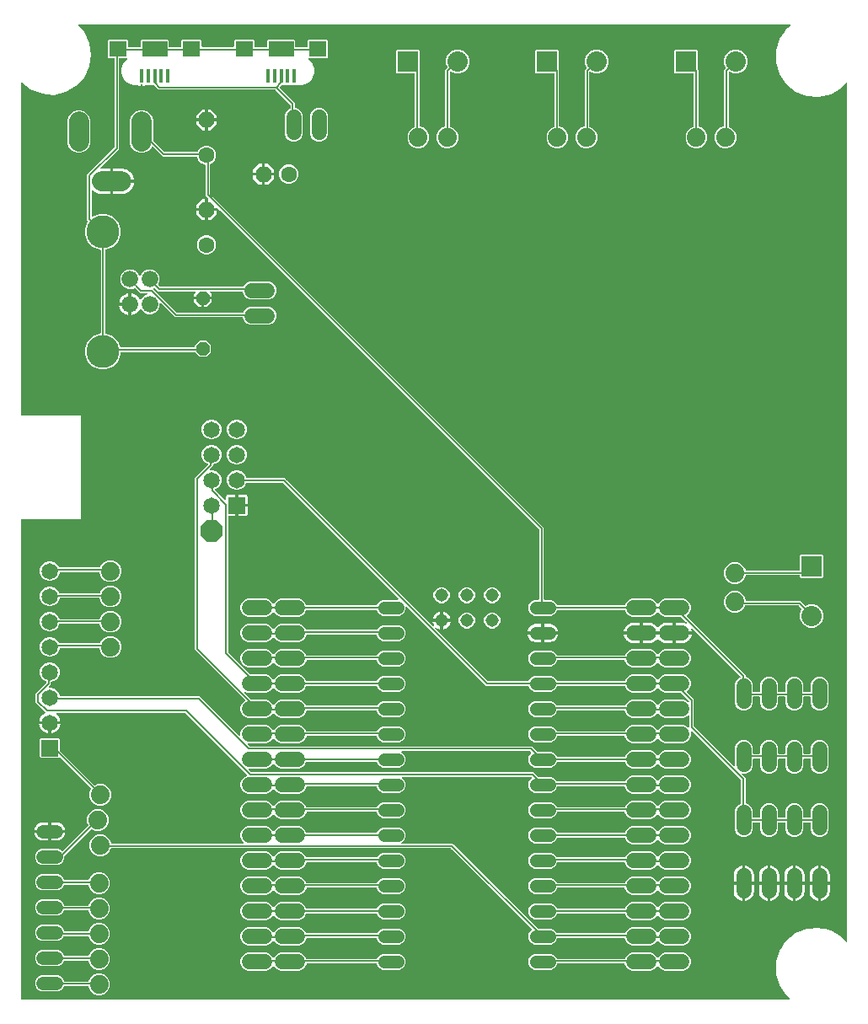
<source format=gbr>
G04 EAGLE Gerber X2 export*
G75*
%MOMM*%
%FSLAX34Y34*%
%LPD*%
%AMOC8*
5,1,8,0,0,1.08239X$1,22.5*%
G01*
%ADD10C,1.524000*%
%ADD11P,1.732040X8X202.500000*%
%ADD12C,1.600200*%
%ADD13P,1.732040X8X112.500000*%
%ADD14C,1.320800*%
%ADD15R,1.651000X1.651000*%
%ADD16C,1.651000*%
%ADD17C,2.000000*%
%ADD18P,1.429621X8X112.500000*%
%ADD19R,2.032000X2.032000*%
%ADD20C,2.032000*%
%ADD21C,1.308000*%
%ADD22C,1.308000*%
%ADD23R,0.400000X1.450000*%
%ADD24R,1.800000X1.500000*%
%ADD25R,2.500000X1.500000*%
%ADD26C,1.676400*%
%ADD27C,3.302000*%
%ADD28P,2.336880X8X202.500000*%
%ADD29C,1.879600*%
%ADD30C,0.152400*%

G36*
X782298Y10179D02*
X782298Y10179D01*
X782411Y10195D01*
X782419Y10199D01*
X782429Y10200D01*
X782529Y10254D01*
X782631Y10305D01*
X782638Y10311D01*
X782646Y10316D01*
X782724Y10398D01*
X782805Y10479D01*
X782809Y10487D01*
X782815Y10494D01*
X782863Y10598D01*
X782914Y10699D01*
X782915Y10709D01*
X782919Y10717D01*
X782931Y10830D01*
X782947Y10943D01*
X782945Y10952D01*
X782946Y10961D01*
X782922Y11073D01*
X782900Y11185D01*
X782896Y11193D01*
X782894Y11202D01*
X782835Y11299D01*
X782779Y11399D01*
X782771Y11407D01*
X782768Y11413D01*
X782750Y11428D01*
X782660Y11517D01*
X779205Y14273D01*
X772382Y24280D01*
X768812Y35854D01*
X768812Y47966D01*
X772382Y59540D01*
X773198Y60736D01*
X773198Y60737D01*
X774755Y63020D01*
X775793Y64543D01*
X776831Y66065D01*
X778388Y68349D01*
X779205Y69547D01*
X788674Y77098D01*
X799948Y81523D01*
X812026Y82429D01*
X815057Y81737D01*
X815058Y81737D01*
X818393Y80975D01*
X821728Y80214D01*
X823835Y79733D01*
X834324Y73677D01*
X839220Y68401D01*
X839288Y68348D01*
X839350Y68289D01*
X839384Y68273D01*
X839414Y68250D01*
X839495Y68221D01*
X839573Y68185D01*
X839611Y68181D01*
X839646Y68169D01*
X839732Y68168D01*
X839817Y68158D01*
X839854Y68166D01*
X839892Y68166D01*
X839974Y68192D01*
X840058Y68210D01*
X840090Y68230D01*
X840126Y68241D01*
X840195Y68293D01*
X840269Y68337D01*
X840294Y68365D01*
X840324Y68388D01*
X840373Y68458D01*
X840429Y68523D01*
X840443Y68559D01*
X840465Y68590D01*
X840489Y68672D01*
X840521Y68752D01*
X840526Y68800D01*
X840534Y68826D01*
X840532Y68856D01*
X840539Y68918D01*
X840539Y930572D01*
X840525Y930656D01*
X840520Y930742D01*
X840506Y930777D01*
X840500Y930814D01*
X840459Y930890D01*
X840427Y930970D01*
X840402Y930998D01*
X840384Y931032D01*
X840322Y931091D01*
X840266Y931156D01*
X840234Y931175D01*
X840206Y931201D01*
X840128Y931237D01*
X840054Y931281D01*
X840017Y931289D01*
X839983Y931305D01*
X839898Y931314D01*
X839814Y931332D01*
X839776Y931328D01*
X839739Y931332D01*
X839655Y931314D01*
X839569Y931304D01*
X839535Y931288D01*
X839498Y931280D01*
X839425Y931236D01*
X839347Y931199D01*
X839310Y931167D01*
X839287Y931153D01*
X839267Y931130D01*
X839220Y931089D01*
X834324Y925813D01*
X823835Y919757D01*
X812026Y917061D01*
X799948Y917967D01*
X788674Y922392D01*
X779205Y929943D01*
X772382Y939950D01*
X768812Y951524D01*
X768812Y963636D01*
X772382Y975210D01*
X772756Y975759D01*
X773794Y977281D01*
X773794Y977282D01*
X774832Y978804D01*
X776389Y981088D01*
X777427Y982610D01*
X778465Y984133D01*
X779205Y985217D01*
X783300Y988483D01*
X783376Y988567D01*
X783455Y988650D01*
X783459Y988658D01*
X783465Y988665D01*
X783510Y988770D01*
X783558Y988873D01*
X783559Y988882D01*
X783563Y988891D01*
X783573Y989005D01*
X783586Y989117D01*
X783584Y989127D01*
X783584Y989136D01*
X783557Y989247D01*
X783533Y989358D01*
X783529Y989366D01*
X783526Y989375D01*
X783466Y989471D01*
X783407Y989569D01*
X783400Y989575D01*
X783395Y989583D01*
X783307Y989655D01*
X783220Y989729D01*
X783212Y989732D01*
X783204Y989738D01*
X783098Y989778D01*
X782992Y989821D01*
X782981Y989822D01*
X782974Y989825D01*
X782951Y989825D01*
X782825Y989839D01*
X68894Y989839D01*
X68837Y989830D01*
X68779Y989831D01*
X68716Y989810D01*
X68651Y989800D01*
X68600Y989773D01*
X68545Y989755D01*
X68492Y989715D01*
X68433Y989684D01*
X68394Y989643D01*
X68348Y989608D01*
X68310Y989554D01*
X68264Y989506D01*
X68240Y989454D01*
X68207Y989407D01*
X68188Y989343D01*
X68160Y989283D01*
X68154Y989226D01*
X68138Y989171D01*
X68141Y989104D01*
X68133Y989039D01*
X68146Y988982D01*
X68148Y988925D01*
X68172Y988863D01*
X68186Y988798D01*
X68215Y988749D01*
X68236Y988695D01*
X68296Y988614D01*
X68312Y988587D01*
X68322Y988578D01*
X68336Y988560D01*
X73958Y982501D01*
X79213Y971589D01*
X81018Y959612D01*
X79213Y947635D01*
X73958Y936723D01*
X65720Y927845D01*
X55231Y921789D01*
X43422Y919093D01*
X31344Y919999D01*
X20070Y924424D01*
X11397Y931340D01*
X11371Y931355D01*
X11350Y931375D01*
X11264Y931414D01*
X11182Y931461D01*
X11153Y931466D01*
X11127Y931478D01*
X11033Y931489D01*
X10940Y931506D01*
X10911Y931502D01*
X10883Y931505D01*
X10790Y931485D01*
X10697Y931472D01*
X10671Y931459D01*
X10642Y931453D01*
X10561Y931405D01*
X10477Y931363D01*
X10456Y931342D01*
X10431Y931327D01*
X10370Y931255D01*
X10303Y931188D01*
X10290Y931162D01*
X10271Y931140D01*
X10236Y931052D01*
X10194Y930968D01*
X10190Y930939D01*
X10179Y930912D01*
X10161Y930745D01*
X10161Y597916D01*
X10164Y597896D01*
X10162Y597877D01*
X10184Y597775D01*
X10200Y597673D01*
X10210Y597656D01*
X10214Y597636D01*
X10267Y597547D01*
X10316Y597456D01*
X10330Y597442D01*
X10340Y597425D01*
X10419Y597358D01*
X10494Y597286D01*
X10512Y597278D01*
X10527Y597265D01*
X10623Y597226D01*
X10717Y597183D01*
X10737Y597181D01*
X10755Y597173D01*
X10922Y597155D01*
X70420Y597155D01*
X70867Y596708D01*
X70867Y493460D01*
X70420Y493013D01*
X10922Y493013D01*
X10902Y493010D01*
X10883Y493012D01*
X10781Y492990D01*
X10679Y492974D01*
X10662Y492964D01*
X10642Y492960D01*
X10553Y492907D01*
X10462Y492858D01*
X10448Y492844D01*
X10431Y492834D01*
X10364Y492755D01*
X10292Y492680D01*
X10284Y492662D01*
X10271Y492647D01*
X10232Y492551D01*
X10189Y492457D01*
X10187Y492437D01*
X10179Y492419D01*
X10161Y492252D01*
X10161Y10922D01*
X10164Y10902D01*
X10162Y10883D01*
X10184Y10781D01*
X10200Y10679D01*
X10210Y10662D01*
X10214Y10642D01*
X10267Y10553D01*
X10316Y10462D01*
X10330Y10448D01*
X10340Y10431D01*
X10419Y10364D01*
X10494Y10292D01*
X10512Y10284D01*
X10527Y10271D01*
X10623Y10232D01*
X10717Y10189D01*
X10737Y10187D01*
X10755Y10179D01*
X10922Y10161D01*
X782186Y10161D01*
X782298Y10179D01*
G37*
%LPC*%
G36*
X238211Y216915D02*
X238211Y216915D01*
X234850Y218307D01*
X232277Y220880D01*
X230885Y224241D01*
X230885Y227879D01*
X232277Y231240D01*
X234850Y233813D01*
X237415Y234875D01*
X237454Y234899D01*
X237497Y234915D01*
X237557Y234963D01*
X237624Y235004D01*
X237653Y235040D01*
X237689Y235069D01*
X237731Y235134D01*
X237781Y235194D01*
X237797Y235237D01*
X237822Y235275D01*
X237841Y235351D01*
X237869Y235424D01*
X237871Y235469D01*
X237882Y235514D01*
X237876Y235591D01*
X237879Y235669D01*
X237866Y235713D01*
X237863Y235759D01*
X237832Y235831D01*
X237811Y235906D01*
X237784Y235943D01*
X237766Y235985D01*
X237681Y236092D01*
X237670Y236108D01*
X237666Y236111D01*
X237662Y236116D01*
X176060Y297718D01*
X175986Y297771D01*
X175916Y297831D01*
X175886Y297843D01*
X175860Y297862D01*
X175773Y297889D01*
X175688Y297923D01*
X175647Y297927D01*
X175625Y297934D01*
X175593Y297933D01*
X175521Y297941D01*
X46796Y297941D01*
X46788Y297940D01*
X46780Y297941D01*
X46666Y297920D01*
X46553Y297902D01*
X46546Y297898D01*
X46538Y297896D01*
X46437Y297840D01*
X46336Y297786D01*
X46330Y297781D01*
X46323Y297777D01*
X46245Y297691D01*
X46166Y297608D01*
X46163Y297601D01*
X46158Y297595D01*
X46111Y297489D01*
X46063Y297385D01*
X46062Y297377D01*
X46059Y297370D01*
X46048Y297254D01*
X46036Y297141D01*
X46037Y297133D01*
X46037Y297125D01*
X46063Y297013D01*
X46088Y296900D01*
X46092Y296893D01*
X46094Y296886D01*
X46155Y296788D01*
X46214Y296689D01*
X46220Y296684D01*
X46224Y296677D01*
X46348Y296564D01*
X46403Y296524D01*
X47604Y295323D01*
X48603Y293948D01*
X49375Y292434D01*
X49900Y290818D01*
X50059Y289813D01*
X40132Y289813D01*
X40112Y289810D01*
X40093Y289812D01*
X39991Y289790D01*
X39889Y289773D01*
X39872Y289764D01*
X39852Y289760D01*
X39763Y289707D01*
X39672Y289658D01*
X39658Y289644D01*
X39641Y289634D01*
X39574Y289555D01*
X39503Y289480D01*
X39494Y289462D01*
X39481Y289447D01*
X39443Y289351D01*
X39399Y289257D01*
X39397Y289237D01*
X39389Y289219D01*
X39371Y289052D01*
X39371Y288289D01*
X39369Y288289D01*
X39369Y289052D01*
X39366Y289072D01*
X39368Y289091D01*
X39346Y289193D01*
X39329Y289295D01*
X39320Y289312D01*
X39316Y289332D01*
X39263Y289421D01*
X39214Y289512D01*
X39200Y289526D01*
X39190Y289543D01*
X39111Y289610D01*
X39036Y289681D01*
X39018Y289690D01*
X39003Y289703D01*
X38907Y289742D01*
X38813Y289785D01*
X38793Y289787D01*
X38775Y289795D01*
X38608Y289813D01*
X28681Y289813D01*
X28840Y290818D01*
X29365Y292434D01*
X30137Y293948D01*
X31136Y295323D01*
X32337Y296524D01*
X33712Y297523D01*
X34325Y297836D01*
X34338Y297845D01*
X34353Y297851D01*
X34437Y297918D01*
X34523Y297981D01*
X34533Y297994D01*
X34545Y298004D01*
X34603Y298095D01*
X34665Y298183D01*
X34669Y298198D01*
X34678Y298211D01*
X34704Y298315D01*
X34735Y298418D01*
X34734Y298434D01*
X34738Y298450D01*
X34730Y298557D01*
X34726Y298664D01*
X34720Y298679D01*
X34719Y298695D01*
X34677Y298794D01*
X34639Y298894D01*
X34629Y298907D01*
X34623Y298921D01*
X34518Y299052D01*
X34066Y299504D01*
X25145Y308425D01*
X25145Y317939D01*
X35590Y328384D01*
X35643Y328458D01*
X35703Y328528D01*
X35715Y328558D01*
X35734Y328584D01*
X35761Y328671D01*
X35795Y328756D01*
X35799Y328797D01*
X35806Y328819D01*
X35805Y328851D01*
X35813Y328923D01*
X35813Y329469D01*
X35794Y329584D01*
X35777Y329700D01*
X35775Y329706D01*
X35774Y329712D01*
X35719Y329814D01*
X35666Y329919D01*
X35661Y329924D01*
X35658Y329929D01*
X35574Y330009D01*
X35490Y330092D01*
X35484Y330095D01*
X35480Y330099D01*
X35463Y330106D01*
X35343Y330172D01*
X33830Y330799D01*
X31079Y333550D01*
X29590Y337145D01*
X29590Y341035D01*
X31079Y344630D01*
X33830Y347381D01*
X37425Y348870D01*
X41315Y348870D01*
X44910Y347381D01*
X47661Y344630D01*
X49150Y341035D01*
X49150Y337145D01*
X47661Y333550D01*
X44910Y330799D01*
X41315Y329310D01*
X41148Y329310D01*
X41128Y329307D01*
X41109Y329309D01*
X41007Y329287D01*
X40905Y329271D01*
X40888Y329261D01*
X40868Y329257D01*
X40779Y329204D01*
X40688Y329155D01*
X40674Y329141D01*
X40657Y329131D01*
X40590Y329052D01*
X40518Y328977D01*
X40510Y328959D01*
X40497Y328944D01*
X40458Y328848D01*
X40415Y328754D01*
X40413Y328734D01*
X40405Y328716D01*
X40387Y328549D01*
X40387Y326713D01*
X38443Y324769D01*
X38401Y324711D01*
X38352Y324659D01*
X38330Y324612D01*
X38300Y324570D01*
X38279Y324501D01*
X38248Y324436D01*
X38243Y324384D01*
X38227Y324334D01*
X38229Y324263D01*
X38221Y324192D01*
X38232Y324141D01*
X38234Y324089D01*
X38258Y324021D01*
X38273Y323951D01*
X38300Y323906D01*
X38318Y323858D01*
X38363Y323802D01*
X38400Y323740D01*
X38439Y323706D01*
X38472Y323666D01*
X38532Y323627D01*
X38587Y323580D01*
X38635Y323561D01*
X38679Y323533D01*
X38748Y323515D01*
X38815Y323488D01*
X38886Y323480D01*
X38917Y323472D01*
X38941Y323474D01*
X38981Y323470D01*
X41315Y323470D01*
X44910Y321981D01*
X47661Y319230D01*
X49150Y315635D01*
X49150Y315468D01*
X49153Y315448D01*
X49151Y315429D01*
X49173Y315327D01*
X49189Y315225D01*
X49199Y315208D01*
X49203Y315188D01*
X49256Y315099D01*
X49305Y315008D01*
X49319Y314994D01*
X49329Y314977D01*
X49408Y314910D01*
X49483Y314838D01*
X49501Y314830D01*
X49516Y314817D01*
X49612Y314778D01*
X49706Y314735D01*
X49726Y314733D01*
X49744Y314725D01*
X49911Y314707D01*
X189923Y314707D01*
X229586Y275044D01*
X229644Y275002D01*
X229696Y274953D01*
X229743Y274931D01*
X229785Y274901D01*
X229854Y274880D01*
X229919Y274849D01*
X229971Y274844D01*
X230021Y274828D01*
X230092Y274830D01*
X230163Y274822D01*
X230214Y274833D01*
X230266Y274835D01*
X230334Y274859D01*
X230404Y274874D01*
X230449Y274901D01*
X230497Y274919D01*
X230553Y274964D01*
X230615Y275001D01*
X230649Y275040D01*
X230689Y275073D01*
X230728Y275133D01*
X230775Y275188D01*
X230794Y275236D01*
X230822Y275280D01*
X230840Y275349D01*
X230867Y275416D01*
X230875Y275487D01*
X230883Y275518D01*
X230881Y275542D01*
X230885Y275582D01*
X230885Y278679D01*
X232277Y282040D01*
X234850Y284613D01*
X238211Y286005D01*
X257089Y286005D01*
X260450Y284613D01*
X263023Y282040D01*
X263457Y280992D01*
X263494Y280931D01*
X263524Y280865D01*
X263559Y280827D01*
X263586Y280783D01*
X263641Y280737D01*
X263690Y280684D01*
X263736Y280659D01*
X263776Y280626D01*
X263843Y280600D01*
X263906Y280566D01*
X263957Y280556D01*
X264005Y280538D01*
X264077Y280535D01*
X264148Y280522D01*
X264199Y280530D01*
X264251Y280527D01*
X264320Y280547D01*
X264391Y280558D01*
X264437Y280581D01*
X264487Y280596D01*
X264546Y280637D01*
X264610Y280669D01*
X264647Y280707D01*
X264689Y280736D01*
X264732Y280794D01*
X264782Y280845D01*
X264817Y280908D01*
X264836Y280934D01*
X264843Y280956D01*
X264863Y280992D01*
X265297Y282040D01*
X267870Y284613D01*
X271231Y286005D01*
X290109Y286005D01*
X293470Y284613D01*
X296043Y282040D01*
X296836Y280125D01*
X296898Y280024D01*
X296957Y279925D01*
X296962Y279921D01*
X296965Y279916D01*
X297056Y279841D01*
X297144Y279765D01*
X297150Y279763D01*
X297155Y279759D01*
X297263Y279717D01*
X297372Y279673D01*
X297380Y279672D01*
X297385Y279671D01*
X297403Y279670D01*
X297539Y279655D01*
X367650Y279655D01*
X367765Y279674D01*
X367881Y279691D01*
X367886Y279693D01*
X367893Y279694D01*
X367995Y279749D01*
X368100Y279802D01*
X368104Y279807D01*
X368110Y279810D01*
X368190Y279894D01*
X368272Y279978D01*
X368276Y279984D01*
X368279Y279988D01*
X368287Y280005D01*
X368353Y280125D01*
X368893Y281428D01*
X371162Y283697D01*
X374126Y284925D01*
X390414Y284925D01*
X393378Y283697D01*
X395647Y281428D01*
X396875Y278464D01*
X396875Y275256D01*
X395647Y272292D01*
X393378Y270023D01*
X390414Y268795D01*
X374126Y268795D01*
X371162Y270023D01*
X368893Y272292D01*
X367932Y274611D01*
X367871Y274711D01*
X367811Y274811D01*
X367806Y274815D01*
X367803Y274820D01*
X367713Y274895D01*
X367624Y274971D01*
X367618Y274973D01*
X367613Y274977D01*
X367505Y275019D01*
X367396Y275063D01*
X367388Y275064D01*
X367384Y275065D01*
X367365Y275066D01*
X367229Y275081D01*
X297960Y275081D01*
X297845Y275062D01*
X297729Y275045D01*
X297723Y275043D01*
X297717Y275042D01*
X297615Y274987D01*
X297510Y274934D01*
X297505Y274929D01*
X297500Y274926D01*
X297420Y274842D01*
X297338Y274758D01*
X297334Y274752D01*
X297331Y274748D01*
X297323Y274731D01*
X297257Y274611D01*
X296043Y271680D01*
X293470Y269107D01*
X290109Y267715D01*
X271231Y267715D01*
X267870Y269107D01*
X265297Y271680D01*
X264863Y272728D01*
X264826Y272789D01*
X264796Y272855D01*
X264761Y272893D01*
X264734Y272937D01*
X264678Y272983D01*
X264630Y273036D01*
X264584Y273061D01*
X264544Y273094D01*
X264477Y273120D01*
X264414Y273154D01*
X264363Y273164D01*
X264315Y273182D01*
X264243Y273185D01*
X264172Y273198D01*
X264121Y273190D01*
X264069Y273193D01*
X264000Y273173D01*
X263929Y273162D01*
X263883Y273139D01*
X263833Y273124D01*
X263774Y273083D01*
X263710Y273051D01*
X263673Y273013D01*
X263631Y272984D01*
X263588Y272926D01*
X263538Y272875D01*
X263503Y272812D01*
X263484Y272786D01*
X263477Y272764D01*
X263457Y272728D01*
X263023Y271680D01*
X260450Y269107D01*
X257089Y267715D01*
X238752Y267715D01*
X238682Y267704D01*
X238610Y267702D01*
X238561Y267684D01*
X238510Y267676D01*
X238446Y267642D01*
X238379Y267617D01*
X238338Y267585D01*
X238292Y267560D01*
X238243Y267508D01*
X238187Y267464D01*
X238159Y267420D01*
X238123Y267382D01*
X238093Y267317D01*
X238054Y267257D01*
X238041Y267206D01*
X238019Y267159D01*
X238011Y267088D01*
X237994Y267018D01*
X237998Y266966D01*
X237992Y266915D01*
X238007Y266844D01*
X238013Y266773D01*
X238033Y266725D01*
X238044Y266674D01*
X238081Y266613D01*
X238109Y266547D01*
X238154Y266491D01*
X238171Y266463D01*
X238188Y266448D01*
X238214Y266416D01*
X239992Y264638D01*
X240066Y264585D01*
X240136Y264525D01*
X240166Y264513D01*
X240192Y264494D01*
X240279Y264467D01*
X240364Y264433D01*
X240405Y264429D01*
X240427Y264422D01*
X240459Y264423D01*
X240531Y264415D01*
X523679Y264415D01*
X528346Y259748D01*
X528420Y259695D01*
X528490Y259635D01*
X528520Y259623D01*
X528546Y259604D01*
X528633Y259577D01*
X528718Y259543D01*
X528759Y259539D01*
X528781Y259532D01*
X528813Y259533D01*
X528885Y259525D01*
X542814Y259525D01*
X545778Y258297D01*
X548047Y256028D01*
X548797Y254217D01*
X548859Y254117D01*
X548919Y254017D01*
X548924Y254013D01*
X548927Y254008D01*
X549017Y253933D01*
X549106Y253857D01*
X549112Y253855D01*
X549116Y253851D01*
X549225Y253809D01*
X549334Y253765D01*
X549341Y253764D01*
X549346Y253763D01*
X549364Y253762D01*
X549501Y253747D01*
X616650Y253747D01*
X616765Y253766D01*
X616881Y253783D01*
X616887Y253785D01*
X616893Y253786D01*
X616996Y253841D01*
X617101Y253894D01*
X617105Y253899D01*
X617110Y253902D01*
X617190Y253986D01*
X617273Y254070D01*
X617276Y254076D01*
X617280Y254080D01*
X617288Y254097D01*
X617354Y254217D01*
X618357Y256640D01*
X620930Y259213D01*
X624291Y260605D01*
X643169Y260605D01*
X646530Y259213D01*
X649103Y256640D01*
X649537Y255592D01*
X649574Y255531D01*
X649604Y255465D01*
X649639Y255427D01*
X649666Y255383D01*
X649722Y255337D01*
X649770Y255284D01*
X649816Y255259D01*
X649856Y255226D01*
X649923Y255200D01*
X649986Y255166D01*
X650037Y255156D01*
X650085Y255138D01*
X650157Y255135D01*
X650228Y255122D01*
X650279Y255130D01*
X650331Y255127D01*
X650400Y255147D01*
X650471Y255158D01*
X650517Y255181D01*
X650567Y255196D01*
X650626Y255237D01*
X650690Y255269D01*
X650727Y255307D01*
X650769Y255336D01*
X650812Y255394D01*
X650862Y255445D01*
X650897Y255508D01*
X650916Y255534D01*
X650923Y255556D01*
X650943Y255592D01*
X651377Y256640D01*
X653950Y259213D01*
X657311Y260605D01*
X676189Y260605D01*
X679550Y259213D01*
X682123Y256640D01*
X683515Y253279D01*
X683515Y249641D01*
X682123Y246280D01*
X679550Y243707D01*
X676189Y242315D01*
X657311Y242315D01*
X653950Y243707D01*
X651377Y246280D01*
X650943Y247328D01*
X650906Y247389D01*
X650876Y247455D01*
X650841Y247493D01*
X650814Y247537D01*
X650759Y247583D01*
X650710Y247636D01*
X650664Y247661D01*
X650624Y247694D01*
X650557Y247720D01*
X650494Y247754D01*
X650443Y247764D01*
X650395Y247782D01*
X650323Y247785D01*
X650252Y247798D01*
X650201Y247790D01*
X650149Y247793D01*
X650080Y247773D01*
X650009Y247762D01*
X649963Y247739D01*
X649913Y247724D01*
X649854Y247683D01*
X649790Y247651D01*
X649753Y247613D01*
X649711Y247584D01*
X649668Y247526D01*
X649618Y247475D01*
X649583Y247412D01*
X649564Y247386D01*
X649557Y247364D01*
X649537Y247328D01*
X649103Y246280D01*
X646530Y243707D01*
X643169Y242315D01*
X624291Y242315D01*
X620930Y243707D01*
X618357Y246280D01*
X617354Y248703D01*
X617292Y248803D01*
X617232Y248903D01*
X617227Y248907D01*
X617224Y248912D01*
X617134Y248987D01*
X617045Y249063D01*
X617039Y249065D01*
X617035Y249069D01*
X616926Y249111D01*
X616817Y249155D01*
X616810Y249156D01*
X616805Y249157D01*
X616787Y249158D01*
X616650Y249173D01*
X549501Y249173D01*
X549386Y249154D01*
X549270Y249137D01*
X549264Y249135D01*
X549258Y249134D01*
X549155Y249079D01*
X549050Y249026D01*
X549046Y249021D01*
X549041Y249018D01*
X548961Y248934D01*
X548878Y248850D01*
X548875Y248844D01*
X548871Y248840D01*
X548863Y248823D01*
X548797Y248703D01*
X548047Y246892D01*
X545778Y244623D01*
X542814Y243395D01*
X526526Y243395D01*
X523562Y244623D01*
X521293Y246892D01*
X520065Y249856D01*
X520065Y253064D01*
X521293Y256028D01*
X522907Y257642D01*
X522919Y257659D01*
X522934Y257671D01*
X522990Y257758D01*
X523051Y257842D01*
X523057Y257861D01*
X523067Y257878D01*
X523093Y257978D01*
X523123Y258077D01*
X523123Y258097D01*
X523127Y258116D01*
X523119Y258219D01*
X523117Y258323D01*
X523110Y258342D01*
X523108Y258362D01*
X523068Y258456D01*
X523032Y258554D01*
X523020Y258570D01*
X523012Y258588D01*
X522907Y258719D01*
X522008Y259618D01*
X521934Y259671D01*
X521864Y259731D01*
X521834Y259743D01*
X521808Y259762D01*
X521721Y259789D01*
X521636Y259823D01*
X521595Y259827D01*
X521573Y259834D01*
X521541Y259833D01*
X521469Y259841D01*
X393477Y259841D01*
X393381Y259826D01*
X393284Y259816D01*
X393260Y259806D01*
X393234Y259802D01*
X393148Y259756D01*
X393059Y259716D01*
X393040Y259699D01*
X393017Y259686D01*
X392950Y259616D01*
X392878Y259550D01*
X392865Y259527D01*
X392847Y259508D01*
X392806Y259420D01*
X392760Y259334D01*
X392755Y259309D01*
X392744Y259285D01*
X392733Y259188D01*
X392716Y259092D01*
X392720Y259066D01*
X392717Y259041D01*
X392737Y258946D01*
X392752Y258849D01*
X392763Y258826D01*
X392769Y258800D01*
X392819Y258717D01*
X392863Y258630D01*
X392882Y258611D01*
X392895Y258589D01*
X392969Y258526D01*
X393039Y258458D01*
X393067Y258442D01*
X393082Y258429D01*
X393113Y258417D01*
X393186Y258377D01*
X393378Y258297D01*
X395647Y256028D01*
X396875Y253064D01*
X396875Y249856D01*
X395647Y246892D01*
X393378Y244623D01*
X390414Y243395D01*
X374126Y243395D01*
X371162Y244623D01*
X368893Y246892D01*
X368143Y248703D01*
X368081Y248803D01*
X368021Y248903D01*
X368016Y248907D01*
X368013Y248912D01*
X367923Y248987D01*
X367834Y249063D01*
X367828Y249065D01*
X367824Y249069D01*
X367715Y249111D01*
X367606Y249155D01*
X367599Y249156D01*
X367594Y249157D01*
X367576Y249158D01*
X367439Y249173D01*
X297750Y249173D01*
X297635Y249154D01*
X297519Y249137D01*
X297513Y249135D01*
X297507Y249134D01*
X297404Y249079D01*
X297299Y249026D01*
X297295Y249021D01*
X297290Y249018D01*
X297210Y248934D01*
X297127Y248850D01*
X297124Y248844D01*
X297120Y248840D01*
X297112Y248823D01*
X297046Y248703D01*
X296043Y246280D01*
X293470Y243707D01*
X290109Y242315D01*
X271231Y242315D01*
X267870Y243707D01*
X265297Y246280D01*
X264863Y247328D01*
X264826Y247389D01*
X264796Y247455D01*
X264761Y247493D01*
X264734Y247537D01*
X264678Y247583D01*
X264630Y247636D01*
X264584Y247661D01*
X264544Y247694D01*
X264477Y247720D01*
X264414Y247754D01*
X264363Y247764D01*
X264315Y247782D01*
X264243Y247785D01*
X264172Y247798D01*
X264121Y247790D01*
X264069Y247793D01*
X264000Y247773D01*
X263929Y247762D01*
X263883Y247739D01*
X263833Y247724D01*
X263774Y247683D01*
X263710Y247651D01*
X263673Y247613D01*
X263631Y247584D01*
X263588Y247526D01*
X263538Y247475D01*
X263503Y247412D01*
X263484Y247386D01*
X263477Y247364D01*
X263457Y247328D01*
X263023Y246280D01*
X260450Y243707D01*
X257089Y242315D01*
X239768Y242315D01*
X239698Y242304D01*
X239626Y242302D01*
X239577Y242284D01*
X239526Y242276D01*
X239462Y242242D01*
X239395Y242217D01*
X239354Y242185D01*
X239308Y242160D01*
X239259Y242108D01*
X239203Y242064D01*
X239175Y242020D01*
X239139Y241982D01*
X239109Y241917D01*
X239070Y241857D01*
X239057Y241806D01*
X239035Y241759D01*
X239027Y241688D01*
X239010Y241618D01*
X239014Y241566D01*
X239008Y241515D01*
X239023Y241444D01*
X239029Y241373D01*
X239049Y241325D01*
X239060Y241274D01*
X239097Y241213D01*
X239125Y241147D01*
X239170Y241091D01*
X239187Y241063D01*
X239204Y241048D01*
X239230Y241016D01*
X241516Y238730D01*
X241590Y238677D01*
X241660Y238617D01*
X241690Y238605D01*
X241716Y238586D01*
X241803Y238559D01*
X241888Y238525D01*
X241929Y238521D01*
X241951Y238514D01*
X241983Y238515D01*
X242055Y238507D01*
X525203Y238507D01*
X529362Y234348D01*
X529436Y234295D01*
X529506Y234235D01*
X529536Y234223D01*
X529562Y234204D01*
X529649Y234177D01*
X529734Y234143D01*
X529775Y234139D01*
X529797Y234132D01*
X529829Y234133D01*
X529901Y234125D01*
X542814Y234125D01*
X545778Y232897D01*
X548047Y230628D01*
X548376Y229833D01*
X548438Y229733D01*
X548498Y229633D01*
X548503Y229629D01*
X548506Y229624D01*
X548597Y229549D01*
X548685Y229473D01*
X548691Y229471D01*
X548696Y229467D01*
X548804Y229425D01*
X548913Y229381D01*
X548921Y229380D01*
X548925Y229379D01*
X548943Y229378D01*
X549080Y229363D01*
X617071Y229363D01*
X617186Y229382D01*
X617302Y229399D01*
X617308Y229401D01*
X617314Y229402D01*
X617417Y229457D01*
X617521Y229510D01*
X617526Y229515D01*
X617531Y229518D01*
X617611Y229602D01*
X617694Y229686D01*
X617697Y229692D01*
X617701Y229696D01*
X617709Y229713D01*
X617775Y229833D01*
X618357Y231240D01*
X620930Y233813D01*
X624291Y235205D01*
X643169Y235205D01*
X646530Y233813D01*
X649103Y231240D01*
X649537Y230192D01*
X649574Y230131D01*
X649604Y230065D01*
X649639Y230027D01*
X649666Y229983D01*
X649722Y229937D01*
X649770Y229884D01*
X649816Y229859D01*
X649856Y229826D01*
X649923Y229800D01*
X649986Y229766D01*
X650037Y229756D01*
X650085Y229738D01*
X650157Y229735D01*
X650228Y229722D01*
X650279Y229730D01*
X650331Y229727D01*
X650400Y229747D01*
X650471Y229758D01*
X650517Y229781D01*
X650567Y229796D01*
X650626Y229837D01*
X650690Y229869D01*
X650727Y229907D01*
X650769Y229936D01*
X650812Y229994D01*
X650862Y230045D01*
X650897Y230108D01*
X650916Y230134D01*
X650923Y230156D01*
X650943Y230192D01*
X651377Y231240D01*
X653950Y233813D01*
X657311Y235205D01*
X676189Y235205D01*
X679550Y233813D01*
X682123Y231240D01*
X683515Y227879D01*
X683515Y224241D01*
X682123Y220880D01*
X679550Y218307D01*
X676189Y216915D01*
X657311Y216915D01*
X653950Y218307D01*
X651377Y220880D01*
X650943Y221928D01*
X650906Y221989D01*
X650876Y222055D01*
X650841Y222093D01*
X650814Y222137D01*
X650759Y222183D01*
X650710Y222236D01*
X650664Y222261D01*
X650624Y222294D01*
X650557Y222320D01*
X650494Y222354D01*
X650443Y222364D01*
X650395Y222382D01*
X650323Y222385D01*
X650252Y222398D01*
X650201Y222390D01*
X650149Y222393D01*
X650080Y222373D01*
X650009Y222362D01*
X649963Y222339D01*
X649913Y222324D01*
X649854Y222283D01*
X649790Y222251D01*
X649753Y222213D01*
X649711Y222184D01*
X649668Y222126D01*
X649618Y222075D01*
X649583Y222012D01*
X649564Y221986D01*
X649557Y221964D01*
X649537Y221928D01*
X649103Y220880D01*
X646530Y218307D01*
X643169Y216915D01*
X624291Y216915D01*
X620930Y218307D01*
X618357Y220880D01*
X616933Y224319D01*
X616871Y224419D01*
X616811Y224519D01*
X616807Y224523D01*
X616803Y224528D01*
X616714Y224603D01*
X616624Y224679D01*
X616619Y224681D01*
X616614Y224685D01*
X616506Y224727D01*
X616396Y224771D01*
X616389Y224772D01*
X616384Y224773D01*
X616366Y224774D01*
X616230Y224789D01*
X549921Y224789D01*
X549807Y224770D01*
X549691Y224753D01*
X549685Y224751D01*
X549679Y224750D01*
X549576Y224695D01*
X549471Y224642D01*
X549467Y224637D01*
X549461Y224634D01*
X549382Y224550D01*
X549299Y224466D01*
X549295Y224460D01*
X549292Y224456D01*
X549284Y224439D01*
X549218Y224319D01*
X548047Y221492D01*
X545778Y219223D01*
X542814Y217995D01*
X526526Y217995D01*
X523562Y219223D01*
X521293Y221492D01*
X520065Y224456D01*
X520065Y227664D01*
X521293Y230628D01*
X523299Y232634D01*
X523340Y232692D01*
X523390Y232744D01*
X523412Y232791D01*
X523442Y232833D01*
X523463Y232902D01*
X523493Y232967D01*
X523499Y233019D01*
X523514Y233069D01*
X523513Y233140D01*
X523520Y233211D01*
X523509Y233262D01*
X523508Y233314D01*
X523483Y233382D01*
X523468Y233452D01*
X523441Y233497D01*
X523424Y233545D01*
X523379Y233601D01*
X523342Y233663D01*
X523302Y233697D01*
X523270Y233737D01*
X523210Y233776D01*
X523155Y233823D01*
X523107Y233842D01*
X523063Y233870D01*
X522994Y233888D01*
X522927Y233915D01*
X522856Y233923D01*
X522824Y233931D01*
X522801Y233929D01*
X522760Y233933D01*
X394180Y233933D01*
X394109Y233922D01*
X394037Y233920D01*
X393988Y233902D01*
X393937Y233894D01*
X393874Y233860D01*
X393806Y233835D01*
X393766Y233803D01*
X393720Y233778D01*
X393670Y233726D01*
X393614Y233682D01*
X393586Y233638D01*
X393550Y233600D01*
X393520Y233535D01*
X393481Y233475D01*
X393469Y233424D01*
X393447Y233377D01*
X393439Y233306D01*
X393421Y233236D01*
X393425Y233184D01*
X393420Y233133D01*
X393435Y233062D01*
X393440Y232991D01*
X393461Y232943D01*
X393472Y232892D01*
X393509Y232831D01*
X393537Y232765D01*
X393581Y232709D01*
X393598Y232681D01*
X393616Y232666D01*
X393641Y232634D01*
X395647Y230628D01*
X396875Y227664D01*
X396875Y224456D01*
X395647Y221492D01*
X393378Y219223D01*
X390414Y217995D01*
X374126Y217995D01*
X371162Y219223D01*
X368893Y221492D01*
X367722Y224319D01*
X367660Y224419D01*
X367600Y224519D01*
X367596Y224523D01*
X367592Y224528D01*
X367503Y224603D01*
X367413Y224679D01*
X367408Y224681D01*
X367403Y224685D01*
X367295Y224727D01*
X367185Y224771D01*
X367178Y224772D01*
X367173Y224773D01*
X367155Y224774D01*
X367019Y224789D01*
X298170Y224789D01*
X298056Y224770D01*
X297940Y224753D01*
X297934Y224751D01*
X297928Y224750D01*
X297825Y224695D01*
X297720Y224642D01*
X297716Y224637D01*
X297710Y224634D01*
X297631Y224550D01*
X297548Y224466D01*
X297544Y224460D01*
X297541Y224456D01*
X297533Y224439D01*
X297467Y224319D01*
X296043Y220880D01*
X293470Y218307D01*
X290109Y216915D01*
X271231Y216915D01*
X267870Y218307D01*
X265297Y220880D01*
X264863Y221928D01*
X264826Y221989D01*
X264796Y222055D01*
X264761Y222093D01*
X264734Y222137D01*
X264678Y222183D01*
X264630Y222236D01*
X264584Y222261D01*
X264544Y222294D01*
X264477Y222320D01*
X264414Y222354D01*
X264363Y222364D01*
X264315Y222382D01*
X264243Y222385D01*
X264172Y222398D01*
X264121Y222390D01*
X264069Y222393D01*
X264000Y222373D01*
X263929Y222362D01*
X263883Y222339D01*
X263833Y222324D01*
X263774Y222283D01*
X263710Y222251D01*
X263673Y222213D01*
X263631Y222184D01*
X263588Y222126D01*
X263538Y222075D01*
X263503Y222012D01*
X263484Y221986D01*
X263477Y221964D01*
X263457Y221928D01*
X263023Y220880D01*
X260450Y218307D01*
X257089Y216915D01*
X238211Y216915D01*
G37*
%LPD*%
%LPC*%
G36*
X734781Y173735D02*
X734781Y173735D01*
X731420Y175127D01*
X728847Y177700D01*
X727455Y181061D01*
X727455Y199939D01*
X728847Y203300D01*
X731420Y205873D01*
X733335Y206666D01*
X733435Y206728D01*
X733535Y206787D01*
X733539Y206792D01*
X733544Y206795D01*
X733619Y206886D01*
X733695Y206974D01*
X733697Y206980D01*
X733701Y206985D01*
X733743Y207093D01*
X733787Y207202D01*
X733788Y207210D01*
X733789Y207215D01*
X733790Y207233D01*
X733805Y207369D01*
X733805Y230385D01*
X733791Y230476D01*
X733783Y230566D01*
X733771Y230596D01*
X733766Y230628D01*
X733723Y230709D01*
X733687Y230793D01*
X733661Y230825D01*
X733650Y230846D01*
X733627Y230868D01*
X733582Y230924D01*
X684586Y279920D01*
X684507Y279977D01*
X684432Y280039D01*
X684407Y280049D01*
X684386Y280064D01*
X684293Y280092D01*
X684202Y280127D01*
X684176Y280129D01*
X684151Y280136D01*
X684054Y280134D01*
X683956Y280138D01*
X683931Y280131D01*
X683905Y280130D01*
X683814Y280096D01*
X683720Y280069D01*
X683699Y280054D01*
X683674Y280045D01*
X683598Y279984D01*
X683518Y279929D01*
X683502Y279908D01*
X683482Y279892D01*
X683429Y279810D01*
X683371Y279732D01*
X683363Y279707D01*
X683349Y279685D01*
X683325Y279590D01*
X683295Y279498D01*
X683295Y279472D01*
X683289Y279446D01*
X683297Y279349D01*
X683297Y279252D01*
X683307Y279220D01*
X683308Y279201D01*
X683321Y279171D01*
X683344Y279091D01*
X683515Y278679D01*
X683515Y275041D01*
X682123Y271680D01*
X679550Y269107D01*
X676189Y267715D01*
X657311Y267715D01*
X653950Y269107D01*
X651377Y271680D01*
X650943Y272728D01*
X650906Y272789D01*
X650876Y272855D01*
X650841Y272893D01*
X650814Y272937D01*
X650758Y272983D01*
X650710Y273036D01*
X650664Y273061D01*
X650624Y273094D01*
X650557Y273120D01*
X650494Y273154D01*
X650443Y273164D01*
X650395Y273182D01*
X650323Y273185D01*
X650252Y273198D01*
X650201Y273190D01*
X650149Y273193D01*
X650080Y273173D01*
X650009Y273162D01*
X649963Y273139D01*
X649913Y273124D01*
X649854Y273083D01*
X649790Y273051D01*
X649753Y273013D01*
X649711Y272984D01*
X649668Y272926D01*
X649618Y272875D01*
X649583Y272812D01*
X649564Y272786D01*
X649557Y272764D01*
X649537Y272728D01*
X649103Y271680D01*
X646530Y269107D01*
X643169Y267715D01*
X624291Y267715D01*
X620930Y269107D01*
X618357Y271680D01*
X617143Y274611D01*
X617082Y274711D01*
X617022Y274811D01*
X617017Y274815D01*
X617014Y274820D01*
X616924Y274895D01*
X616835Y274971D01*
X616829Y274973D01*
X616824Y274977D01*
X616716Y275019D01*
X616607Y275063D01*
X616599Y275064D01*
X616595Y275065D01*
X616576Y275066D01*
X616440Y275081D01*
X549711Y275081D01*
X549596Y275062D01*
X549480Y275045D01*
X549475Y275043D01*
X549468Y275042D01*
X549366Y274987D01*
X549261Y274934D01*
X549256Y274929D01*
X549251Y274926D01*
X549171Y274842D01*
X549089Y274758D01*
X549085Y274752D01*
X549082Y274748D01*
X549074Y274731D01*
X549008Y274611D01*
X548047Y272292D01*
X545778Y270023D01*
X542814Y268795D01*
X526526Y268795D01*
X523562Y270023D01*
X521293Y272292D01*
X520065Y275256D01*
X520065Y278464D01*
X521293Y281428D01*
X523562Y283697D01*
X526526Y284925D01*
X542814Y284925D01*
X545778Y283697D01*
X548047Y281428D01*
X548587Y280125D01*
X548649Y280024D01*
X548708Y279925D01*
X548713Y279921D01*
X548716Y279916D01*
X548807Y279841D01*
X548895Y279765D01*
X548901Y279763D01*
X548906Y279759D01*
X549014Y279717D01*
X549123Y279673D01*
X549131Y279672D01*
X549136Y279671D01*
X549154Y279670D01*
X549290Y279655D01*
X616861Y279655D01*
X616976Y279674D01*
X617092Y279691D01*
X617097Y279693D01*
X617104Y279694D01*
X617206Y279749D01*
X617311Y279802D01*
X617315Y279807D01*
X617321Y279810D01*
X617401Y279894D01*
X617483Y279978D01*
X617487Y279984D01*
X617490Y279988D01*
X617498Y280005D01*
X617564Y280125D01*
X618357Y282040D01*
X620930Y284613D01*
X624291Y286005D01*
X643169Y286005D01*
X646530Y284613D01*
X649103Y282040D01*
X649537Y280992D01*
X649574Y280931D01*
X649604Y280865D01*
X649639Y280827D01*
X649666Y280783D01*
X649721Y280737D01*
X649770Y280684D01*
X649816Y280659D01*
X649856Y280626D01*
X649923Y280600D01*
X649986Y280566D01*
X650037Y280556D01*
X650085Y280538D01*
X650157Y280535D01*
X650228Y280522D01*
X650279Y280530D01*
X650331Y280527D01*
X650400Y280547D01*
X650471Y280558D01*
X650517Y280581D01*
X650567Y280596D01*
X650626Y280637D01*
X650690Y280669D01*
X650727Y280707D01*
X650769Y280736D01*
X650812Y280794D01*
X650862Y280845D01*
X650897Y280908D01*
X650916Y280934D01*
X650923Y280956D01*
X650943Y280992D01*
X651377Y282040D01*
X653950Y284613D01*
X657311Y286005D01*
X676189Y286005D01*
X679550Y284613D01*
X680690Y283473D01*
X680748Y283431D01*
X680800Y283382D01*
X680847Y283360D01*
X680889Y283329D01*
X680958Y283308D01*
X681023Y283278D01*
X681075Y283272D01*
X681125Y283257D01*
X681196Y283259D01*
X681267Y283251D01*
X681318Y283262D01*
X681370Y283263D01*
X681438Y283288D01*
X681508Y283303D01*
X681553Y283330D01*
X681601Y283348D01*
X681657Y283393D01*
X681719Y283429D01*
X681753Y283469D01*
X681793Y283501D01*
X681832Y283562D01*
X681879Y283616D01*
X681898Y283665D01*
X681926Y283708D01*
X681944Y283778D01*
X681971Y283844D01*
X681979Y283916D01*
X681987Y283947D01*
X681985Y283970D01*
X681989Y284011D01*
X681989Y295109D01*
X681978Y295180D01*
X681976Y295251D01*
X681958Y295300D01*
X681950Y295352D01*
X681916Y295415D01*
X681891Y295482D01*
X681859Y295523D01*
X681834Y295569D01*
X681782Y295618D01*
X681738Y295674D01*
X681694Y295703D01*
X681656Y295738D01*
X681591Y295769D01*
X681531Y295807D01*
X681480Y295820D01*
X681433Y295842D01*
X681362Y295850D01*
X681292Y295867D01*
X681240Y295863D01*
X681189Y295869D01*
X681118Y295854D01*
X681047Y295848D01*
X680999Y295828D01*
X680948Y295817D01*
X680887Y295780D01*
X680821Y295752D01*
X680765Y295707D01*
X680737Y295691D01*
X680722Y295673D01*
X680690Y295647D01*
X679550Y294507D01*
X676189Y293115D01*
X657311Y293115D01*
X653950Y294507D01*
X651377Y297080D01*
X650943Y298128D01*
X650906Y298189D01*
X650876Y298255D01*
X650841Y298293D01*
X650814Y298337D01*
X650758Y298383D01*
X650710Y298436D01*
X650664Y298461D01*
X650624Y298494D01*
X650557Y298520D01*
X650494Y298554D01*
X650443Y298564D01*
X650395Y298582D01*
X650323Y298585D01*
X650252Y298598D01*
X650201Y298590D01*
X650149Y298593D01*
X650080Y298573D01*
X650009Y298562D01*
X649963Y298539D01*
X649913Y298524D01*
X649854Y298483D01*
X649790Y298451D01*
X649753Y298413D01*
X649711Y298384D01*
X649668Y298326D01*
X649618Y298275D01*
X649583Y298212D01*
X649564Y298186D01*
X649557Y298164D01*
X649537Y298128D01*
X649103Y297080D01*
X646530Y294507D01*
X643169Y293115D01*
X624291Y293115D01*
X620930Y294507D01*
X618357Y297080D01*
X616933Y300519D01*
X616871Y300619D01*
X616811Y300719D01*
X616807Y300723D01*
X616803Y300728D01*
X616714Y300803D01*
X616624Y300879D01*
X616619Y300881D01*
X616614Y300885D01*
X616506Y300927D01*
X616396Y300971D01*
X616389Y300972D01*
X616384Y300973D01*
X616366Y300974D01*
X616230Y300989D01*
X549921Y300989D01*
X549807Y300970D01*
X549691Y300953D01*
X549685Y300951D01*
X549679Y300950D01*
X549576Y300895D01*
X549471Y300842D01*
X549467Y300837D01*
X549461Y300834D01*
X549382Y300750D01*
X549299Y300666D01*
X549295Y300660D01*
X549292Y300656D01*
X549284Y300639D01*
X549218Y300519D01*
X548047Y297692D01*
X545778Y295423D01*
X542814Y294195D01*
X526526Y294195D01*
X523562Y295423D01*
X521293Y297692D01*
X520065Y300656D01*
X520065Y303864D01*
X521293Y306828D01*
X523562Y309097D01*
X526526Y310325D01*
X542814Y310325D01*
X545778Y309097D01*
X548047Y306828D01*
X548376Y306033D01*
X548438Y305933D01*
X548498Y305833D01*
X548503Y305829D01*
X548506Y305824D01*
X548597Y305749D01*
X548685Y305673D01*
X548691Y305671D01*
X548696Y305667D01*
X548804Y305625D01*
X548913Y305581D01*
X548921Y305580D01*
X548925Y305579D01*
X548943Y305578D01*
X549080Y305563D01*
X617071Y305563D01*
X617186Y305582D01*
X617302Y305599D01*
X617308Y305601D01*
X617314Y305602D01*
X617417Y305657D01*
X617521Y305710D01*
X617526Y305715D01*
X617531Y305718D01*
X617611Y305802D01*
X617694Y305886D01*
X617697Y305892D01*
X617701Y305896D01*
X617709Y305913D01*
X617775Y306033D01*
X618357Y307440D01*
X620930Y310013D01*
X624291Y311405D01*
X643169Y311405D01*
X646530Y310013D01*
X649103Y307440D01*
X649537Y306392D01*
X649574Y306331D01*
X649604Y306265D01*
X649639Y306227D01*
X649666Y306183D01*
X649721Y306137D01*
X649770Y306084D01*
X649816Y306059D01*
X649856Y306026D01*
X649923Y306000D01*
X649986Y305966D01*
X650037Y305956D01*
X650085Y305938D01*
X650157Y305935D01*
X650228Y305922D01*
X650279Y305930D01*
X650331Y305927D01*
X650400Y305947D01*
X650471Y305958D01*
X650517Y305981D01*
X650567Y305996D01*
X650626Y306037D01*
X650690Y306069D01*
X650727Y306107D01*
X650769Y306136D01*
X650812Y306194D01*
X650862Y306245D01*
X650897Y306308D01*
X650916Y306334D01*
X650923Y306356D01*
X650943Y306392D01*
X651377Y307440D01*
X653950Y310013D01*
X657311Y311405D01*
X676189Y311405D01*
X679550Y310013D01*
X680690Y308873D01*
X680748Y308831D01*
X680800Y308782D01*
X680847Y308760D01*
X680889Y308729D01*
X680958Y308708D01*
X681023Y308678D01*
X681075Y308672D01*
X681125Y308657D01*
X681196Y308659D01*
X681267Y308651D01*
X681318Y308662D01*
X681370Y308663D01*
X681438Y308688D01*
X681508Y308703D01*
X681553Y308730D01*
X681601Y308748D01*
X681657Y308793D01*
X681719Y308829D01*
X681753Y308869D01*
X681793Y308901D01*
X681832Y308962D01*
X681879Y309016D01*
X681898Y309065D01*
X681926Y309108D01*
X681944Y309178D01*
X681971Y309244D01*
X681979Y309316D01*
X681987Y309347D01*
X681985Y309370D01*
X681989Y309411D01*
X681989Y309633D01*
X681975Y309724D01*
X681967Y309814D01*
X681955Y309844D01*
X681950Y309876D01*
X681907Y309957D01*
X681871Y310041D01*
X681845Y310073D01*
X681834Y310094D01*
X681811Y310116D01*
X681766Y310172D01*
X673646Y318292D01*
X673572Y318345D01*
X673502Y318405D01*
X673472Y318417D01*
X673446Y318436D01*
X673359Y318463D01*
X673274Y318497D01*
X673233Y318501D01*
X673211Y318508D01*
X673179Y318507D01*
X673108Y318515D01*
X657311Y318515D01*
X653950Y319907D01*
X651377Y322480D01*
X650943Y323528D01*
X650906Y323589D01*
X650876Y323655D01*
X650841Y323693D01*
X650814Y323737D01*
X650758Y323783D01*
X650710Y323836D01*
X650664Y323861D01*
X650624Y323894D01*
X650557Y323920D01*
X650494Y323954D01*
X650443Y323964D01*
X650395Y323982D01*
X650323Y323985D01*
X650252Y323998D01*
X650201Y323990D01*
X650149Y323993D01*
X650080Y323973D01*
X650009Y323962D01*
X649963Y323939D01*
X649913Y323924D01*
X649854Y323883D01*
X649790Y323851D01*
X649753Y323813D01*
X649711Y323784D01*
X649668Y323726D01*
X649618Y323675D01*
X649583Y323612D01*
X649564Y323586D01*
X649557Y323564D01*
X649537Y323528D01*
X649103Y322480D01*
X646530Y319907D01*
X643169Y318515D01*
X624291Y318515D01*
X620930Y319907D01*
X618357Y322480D01*
X617354Y324903D01*
X617292Y325003D01*
X617232Y325103D01*
X617227Y325107D01*
X617224Y325112D01*
X617134Y325187D01*
X617045Y325263D01*
X617039Y325265D01*
X617035Y325269D01*
X616926Y325311D01*
X616817Y325355D01*
X616810Y325356D01*
X616805Y325357D01*
X616787Y325358D01*
X616650Y325373D01*
X549501Y325373D01*
X549386Y325354D01*
X549270Y325337D01*
X549264Y325335D01*
X549258Y325334D01*
X549155Y325279D01*
X549050Y325226D01*
X549046Y325221D01*
X549041Y325218D01*
X548961Y325134D01*
X548878Y325050D01*
X548875Y325044D01*
X548871Y325040D01*
X548863Y325023D01*
X548797Y324903D01*
X548047Y323092D01*
X545778Y320823D01*
X542814Y319595D01*
X526526Y319595D01*
X523562Y320823D01*
X521293Y323092D01*
X520543Y324903D01*
X520481Y325003D01*
X520421Y325103D01*
X520416Y325107D01*
X520413Y325112D01*
X520323Y325187D01*
X520234Y325263D01*
X520228Y325265D01*
X520224Y325269D01*
X520115Y325311D01*
X520006Y325355D01*
X519999Y325356D01*
X519994Y325357D01*
X519976Y325358D01*
X519839Y325373D01*
X477589Y325373D01*
X398174Y404788D01*
X398116Y404830D01*
X398064Y404879D01*
X398017Y404901D01*
X397975Y404931D01*
X397906Y404952D01*
X397841Y404983D01*
X397789Y404988D01*
X397739Y405004D01*
X397668Y405002D01*
X397597Y405010D01*
X397546Y404999D01*
X397494Y404997D01*
X397426Y404973D01*
X397356Y404958D01*
X397312Y404931D01*
X397263Y404913D01*
X397207Y404868D01*
X397145Y404831D01*
X397111Y404792D01*
X397071Y404759D01*
X397032Y404699D01*
X396985Y404644D01*
X396966Y404596D01*
X396938Y404552D01*
X396920Y404483D01*
X396893Y404416D01*
X396885Y404345D01*
X396877Y404314D01*
X396879Y404290D01*
X396875Y404250D01*
X396875Y402256D01*
X395647Y399292D01*
X393378Y397023D01*
X390414Y395795D01*
X374126Y395795D01*
X371162Y397023D01*
X368893Y399292D01*
X368143Y401103D01*
X368081Y401203D01*
X368021Y401303D01*
X368016Y401307D01*
X368013Y401312D01*
X367923Y401387D01*
X367834Y401463D01*
X367828Y401465D01*
X367824Y401469D01*
X367715Y401511D01*
X367606Y401555D01*
X367599Y401556D01*
X367594Y401557D01*
X367576Y401558D01*
X367439Y401573D01*
X297750Y401573D01*
X297635Y401554D01*
X297519Y401537D01*
X297513Y401535D01*
X297507Y401534D01*
X297404Y401479D01*
X297299Y401426D01*
X297295Y401421D01*
X297290Y401418D01*
X297210Y401334D01*
X297127Y401250D01*
X297124Y401244D01*
X297120Y401240D01*
X297112Y401223D01*
X297046Y401103D01*
X296043Y398680D01*
X293470Y396107D01*
X290109Y394715D01*
X271231Y394715D01*
X267870Y396107D01*
X265297Y398680D01*
X264863Y399728D01*
X264826Y399789D01*
X264796Y399855D01*
X264761Y399893D01*
X264734Y399937D01*
X264678Y399983D01*
X264630Y400036D01*
X264584Y400061D01*
X264544Y400094D01*
X264477Y400120D01*
X264414Y400154D01*
X264363Y400164D01*
X264315Y400182D01*
X264243Y400185D01*
X264172Y400198D01*
X264121Y400190D01*
X264069Y400193D01*
X264000Y400173D01*
X263929Y400162D01*
X263883Y400139D01*
X263833Y400124D01*
X263774Y400083D01*
X263710Y400051D01*
X263673Y400013D01*
X263631Y399984D01*
X263588Y399926D01*
X263538Y399875D01*
X263503Y399812D01*
X263484Y399786D01*
X263477Y399764D01*
X263457Y399728D01*
X263023Y398680D01*
X260450Y396107D01*
X257089Y394715D01*
X238211Y394715D01*
X234850Y396107D01*
X232277Y398680D01*
X230885Y402041D01*
X230885Y405679D01*
X232277Y409040D01*
X234850Y411613D01*
X238211Y413005D01*
X257089Y413005D01*
X260450Y411613D01*
X263023Y409040D01*
X263457Y407992D01*
X263494Y407931D01*
X263524Y407865D01*
X263559Y407827D01*
X263586Y407783D01*
X263641Y407737D01*
X263690Y407684D01*
X263736Y407659D01*
X263776Y407626D01*
X263843Y407600D01*
X263906Y407566D01*
X263957Y407556D01*
X264005Y407538D01*
X264077Y407535D01*
X264148Y407522D01*
X264199Y407530D01*
X264251Y407527D01*
X264320Y407547D01*
X264391Y407558D01*
X264437Y407581D01*
X264487Y407596D01*
X264546Y407637D01*
X264610Y407669D01*
X264647Y407707D01*
X264689Y407736D01*
X264732Y407794D01*
X264782Y407845D01*
X264817Y407908D01*
X264836Y407934D01*
X264843Y407956D01*
X264863Y407992D01*
X265297Y409040D01*
X267870Y411613D01*
X271231Y413005D01*
X290109Y413005D01*
X293470Y411613D01*
X296043Y409040D01*
X297046Y406617D01*
X297108Y406517D01*
X297168Y406417D01*
X297173Y406413D01*
X297176Y406408D01*
X297266Y406333D01*
X297355Y406257D01*
X297361Y406255D01*
X297365Y406251D01*
X297474Y406209D01*
X297583Y406165D01*
X297590Y406164D01*
X297595Y406163D01*
X297613Y406162D01*
X297750Y406147D01*
X367439Y406147D01*
X367554Y406166D01*
X367670Y406183D01*
X367676Y406185D01*
X367682Y406186D01*
X367785Y406241D01*
X367890Y406294D01*
X367894Y406299D01*
X367899Y406302D01*
X367979Y406386D01*
X368062Y406470D01*
X368065Y406476D01*
X368069Y406480D01*
X368077Y406497D01*
X368143Y406617D01*
X368893Y408428D01*
X371162Y410697D01*
X374126Y411925D01*
X389200Y411925D01*
X389270Y411936D01*
X389342Y411938D01*
X389391Y411956D01*
X389442Y411964D01*
X389506Y411998D01*
X389573Y412023D01*
X389614Y412055D01*
X389660Y412080D01*
X389709Y412132D01*
X389765Y412176D01*
X389793Y412220D01*
X389829Y412258D01*
X389859Y412323D01*
X389898Y412383D01*
X389911Y412434D01*
X389933Y412481D01*
X389941Y412552D01*
X389958Y412622D01*
X389954Y412674D01*
X389960Y412725D01*
X389945Y412796D01*
X389939Y412867D01*
X389919Y412915D01*
X389908Y412966D01*
X389871Y413027D01*
X389843Y413093D01*
X389798Y413149D01*
X389781Y413177D01*
X389764Y413192D01*
X389738Y413224D01*
X273596Y529366D01*
X273522Y529419D01*
X273452Y529479D01*
X273422Y529491D01*
X273396Y529510D01*
X273309Y529537D01*
X273224Y529571D01*
X273183Y529575D01*
X273161Y529582D01*
X273129Y529581D01*
X273057Y529589D01*
X237372Y529589D01*
X237257Y529570D01*
X237141Y529553D01*
X237135Y529551D01*
X237129Y529550D01*
X237026Y529495D01*
X236922Y529442D01*
X236917Y529437D01*
X236912Y529434D01*
X236832Y529350D01*
X236749Y529266D01*
X236746Y529260D01*
X236742Y529256D01*
X236734Y529239D01*
X236668Y529119D01*
X235621Y526590D01*
X232870Y523839D01*
X229275Y522350D01*
X225385Y522350D01*
X221790Y523839D01*
X219039Y526590D01*
X217550Y530185D01*
X217550Y534075D01*
X219039Y537670D01*
X221790Y540421D01*
X225385Y541910D01*
X229275Y541910D01*
X232870Y540421D01*
X235621Y537670D01*
X236879Y534633D01*
X236940Y534533D01*
X237000Y534433D01*
X237005Y534429D01*
X237008Y534424D01*
X237098Y534349D01*
X237187Y534273D01*
X237193Y534271D01*
X237198Y534267D01*
X237306Y534225D01*
X237415Y534181D01*
X237423Y534180D01*
X237428Y534179D01*
X237446Y534178D01*
X237582Y534163D01*
X275267Y534163D01*
X276830Y532600D01*
X424494Y384936D01*
X424534Y384907D01*
X424567Y384871D01*
X424633Y384836D01*
X424694Y384792D01*
X424741Y384778D01*
X424784Y384755D01*
X424857Y384742D01*
X424929Y384720D01*
X424978Y384721D01*
X425026Y384713D01*
X425100Y384724D01*
X425175Y384726D01*
X425221Y384743D01*
X425269Y384751D01*
X425336Y384785D01*
X425406Y384811D01*
X425444Y384841D01*
X425488Y384864D01*
X425540Y384918D01*
X425598Y384964D01*
X425624Y385006D01*
X425658Y385041D01*
X425690Y385109D01*
X425731Y385171D01*
X425743Y385219D01*
X425764Y385263D01*
X425773Y385337D01*
X425791Y385410D01*
X425787Y385459D01*
X425793Y385507D01*
X425778Y385581D01*
X425772Y385655D01*
X425753Y385700D01*
X425743Y385748D01*
X425685Y385860D01*
X425675Y385881D01*
X425670Y385889D01*
X425665Y385897D01*
X425023Y386859D01*
X424338Y388511D01*
X424114Y389637D01*
X431547Y389637D01*
X431547Y382204D01*
X430421Y382428D01*
X428769Y383113D01*
X427807Y383755D01*
X427762Y383776D01*
X427723Y383804D01*
X427651Y383826D01*
X427583Y383857D01*
X427534Y383862D01*
X427488Y383877D01*
X427413Y383875D01*
X427338Y383882D01*
X427291Y383871D01*
X427242Y383870D01*
X427171Y383844D01*
X427099Y383828D01*
X427057Y383803D01*
X427011Y383786D01*
X426952Y383739D01*
X426888Y383700D01*
X426857Y383663D01*
X426819Y383632D01*
X426778Y383569D01*
X426730Y383512D01*
X426712Y383466D01*
X426686Y383425D01*
X426667Y383353D01*
X426640Y383283D01*
X426638Y383234D01*
X426626Y383187D01*
X426631Y383112D01*
X426628Y383037D01*
X426641Y382990D01*
X426645Y382941D01*
X426674Y382873D01*
X426694Y382801D01*
X426722Y382760D01*
X426741Y382715D01*
X426819Y382617D01*
X426833Y382597D01*
X426840Y382591D01*
X426846Y382584D01*
X479260Y330170D01*
X479334Y330117D01*
X479404Y330057D01*
X479434Y330045D01*
X479460Y330026D01*
X479547Y329999D01*
X479632Y329965D01*
X479673Y329961D01*
X479695Y329954D01*
X479727Y329955D01*
X479799Y329947D01*
X519839Y329947D01*
X519954Y329966D01*
X520070Y329983D01*
X520076Y329985D01*
X520082Y329986D01*
X520184Y330041D01*
X520290Y330094D01*
X520294Y330099D01*
X520299Y330102D01*
X520379Y330186D01*
X520462Y330270D01*
X520465Y330276D01*
X520469Y330280D01*
X520477Y330297D01*
X520543Y330417D01*
X521293Y332228D01*
X523562Y334497D01*
X526526Y335725D01*
X542814Y335725D01*
X545778Y334497D01*
X548047Y332228D01*
X548797Y330417D01*
X548859Y330317D01*
X548919Y330217D01*
X548924Y330213D01*
X548927Y330208D01*
X549017Y330133D01*
X549106Y330057D01*
X549112Y330055D01*
X549116Y330051D01*
X549225Y330009D01*
X549334Y329965D01*
X549341Y329964D01*
X549346Y329963D01*
X549364Y329962D01*
X549501Y329947D01*
X616650Y329947D01*
X616765Y329966D01*
X616881Y329983D01*
X616887Y329985D01*
X616893Y329986D01*
X616995Y330041D01*
X617101Y330094D01*
X617105Y330099D01*
X617110Y330102D01*
X617190Y330186D01*
X617273Y330270D01*
X617276Y330276D01*
X617280Y330280D01*
X617288Y330297D01*
X617354Y330417D01*
X618357Y332840D01*
X620930Y335413D01*
X624291Y336805D01*
X643169Y336805D01*
X646530Y335413D01*
X649103Y332840D01*
X649537Y331792D01*
X649574Y331731D01*
X649604Y331665D01*
X649639Y331627D01*
X649666Y331583D01*
X649721Y331537D01*
X649770Y331484D01*
X649816Y331459D01*
X649856Y331426D01*
X649923Y331400D01*
X649986Y331366D01*
X650037Y331356D01*
X650085Y331338D01*
X650157Y331335D01*
X650228Y331322D01*
X650279Y331330D01*
X650331Y331327D01*
X650400Y331347D01*
X650471Y331358D01*
X650517Y331381D01*
X650567Y331396D01*
X650626Y331437D01*
X650690Y331469D01*
X650727Y331507D01*
X650769Y331536D01*
X650812Y331594D01*
X650862Y331645D01*
X650897Y331708D01*
X650916Y331734D01*
X650923Y331756D01*
X650943Y331792D01*
X651377Y332840D01*
X653950Y335413D01*
X657311Y336805D01*
X676189Y336805D01*
X679550Y335413D01*
X682123Y332840D01*
X683515Y329479D01*
X683515Y325841D01*
X682123Y322480D01*
X679563Y319920D01*
X679551Y319904D01*
X679535Y319891D01*
X679479Y319804D01*
X679419Y319720D01*
X679413Y319701D01*
X679402Y319684D01*
X679377Y319584D01*
X679347Y319485D01*
X679347Y319465D01*
X679342Y319446D01*
X679350Y319343D01*
X679353Y319239D01*
X679360Y319220D01*
X679361Y319201D01*
X679402Y319106D01*
X679437Y319008D01*
X679450Y318993D01*
X679458Y318974D01*
X679563Y318843D01*
X686563Y311843D01*
X686563Y284727D01*
X686577Y284636D01*
X686585Y284546D01*
X686597Y284516D01*
X686602Y284484D01*
X686645Y284403D01*
X686681Y284319D01*
X686707Y284287D01*
X686718Y284266D01*
X686741Y284244D01*
X686786Y284188D01*
X726156Y244818D01*
X726214Y244776D01*
X726266Y244727D01*
X726313Y244705D01*
X726355Y244675D01*
X726424Y244654D01*
X726489Y244623D01*
X726541Y244618D01*
X726591Y244602D01*
X726662Y244604D01*
X726733Y244596D01*
X726784Y244607D01*
X726836Y244609D01*
X726904Y244633D01*
X726974Y244648D01*
X727019Y244675D01*
X727067Y244693D01*
X727123Y244738D01*
X727185Y244775D01*
X727219Y244814D01*
X727259Y244847D01*
X727298Y244907D01*
X727345Y244962D01*
X727364Y245010D01*
X727392Y245054D01*
X727410Y245123D01*
X727437Y245190D01*
X727445Y245261D01*
X727453Y245292D01*
X727451Y245316D01*
X727455Y245356D01*
X727455Y263439D01*
X728847Y266800D01*
X731420Y269373D01*
X734781Y270765D01*
X738419Y270765D01*
X741780Y269373D01*
X744353Y266800D01*
X745745Y263439D01*
X745745Y257556D01*
X745747Y257541D01*
X745746Y257528D01*
X745747Y257524D01*
X745746Y257517D01*
X745768Y257415D01*
X745784Y257313D01*
X745794Y257296D01*
X745798Y257276D01*
X745851Y257187D01*
X745900Y257096D01*
X745914Y257082D01*
X745924Y257065D01*
X746003Y256998D01*
X746078Y256926D01*
X746096Y256918D01*
X746111Y256905D01*
X746207Y256866D01*
X746301Y256823D01*
X746321Y256821D01*
X746339Y256813D01*
X746506Y256795D01*
X752094Y256795D01*
X752114Y256798D01*
X752133Y256796D01*
X752235Y256818D01*
X752337Y256834D01*
X752354Y256844D01*
X752374Y256848D01*
X752463Y256901D01*
X752554Y256950D01*
X752568Y256964D01*
X752585Y256974D01*
X752652Y257053D01*
X752724Y257128D01*
X752732Y257146D01*
X752745Y257161D01*
X752784Y257257D01*
X752827Y257351D01*
X752829Y257371D01*
X752837Y257389D01*
X752855Y257556D01*
X752855Y263439D01*
X754247Y266800D01*
X756820Y269373D01*
X760181Y270765D01*
X763819Y270765D01*
X767180Y269373D01*
X769753Y266800D01*
X771145Y263439D01*
X771145Y257556D01*
X771147Y257541D01*
X771146Y257528D01*
X771147Y257524D01*
X771146Y257517D01*
X771168Y257415D01*
X771184Y257313D01*
X771194Y257296D01*
X771198Y257276D01*
X771251Y257187D01*
X771300Y257096D01*
X771314Y257082D01*
X771324Y257065D01*
X771403Y256998D01*
X771478Y256926D01*
X771496Y256918D01*
X771511Y256905D01*
X771607Y256866D01*
X771701Y256823D01*
X771721Y256821D01*
X771739Y256813D01*
X771906Y256795D01*
X777494Y256795D01*
X777514Y256798D01*
X777533Y256796D01*
X777635Y256818D01*
X777737Y256834D01*
X777754Y256844D01*
X777774Y256848D01*
X777863Y256901D01*
X777954Y256950D01*
X777968Y256964D01*
X777985Y256974D01*
X778052Y257053D01*
X778124Y257128D01*
X778132Y257146D01*
X778145Y257161D01*
X778184Y257257D01*
X778227Y257351D01*
X778229Y257371D01*
X778237Y257389D01*
X778255Y257556D01*
X778255Y263439D01*
X779647Y266800D01*
X782220Y269373D01*
X785581Y270765D01*
X789219Y270765D01*
X792580Y269373D01*
X795153Y266800D01*
X796545Y263439D01*
X796545Y257556D01*
X796547Y257541D01*
X796546Y257528D01*
X796547Y257524D01*
X796546Y257517D01*
X796568Y257415D01*
X796584Y257313D01*
X796594Y257296D01*
X796598Y257276D01*
X796651Y257187D01*
X796700Y257096D01*
X796714Y257082D01*
X796724Y257065D01*
X796803Y256998D01*
X796878Y256926D01*
X796896Y256918D01*
X796911Y256905D01*
X797007Y256866D01*
X797101Y256823D01*
X797121Y256821D01*
X797139Y256813D01*
X797306Y256795D01*
X802894Y256795D01*
X802914Y256798D01*
X802933Y256796D01*
X803035Y256818D01*
X803137Y256834D01*
X803154Y256844D01*
X803174Y256848D01*
X803263Y256901D01*
X803354Y256950D01*
X803368Y256964D01*
X803385Y256974D01*
X803452Y257053D01*
X803524Y257128D01*
X803532Y257146D01*
X803545Y257161D01*
X803584Y257257D01*
X803627Y257351D01*
X803629Y257371D01*
X803637Y257389D01*
X803655Y257556D01*
X803655Y263439D01*
X805047Y266800D01*
X807620Y269373D01*
X810981Y270765D01*
X814619Y270765D01*
X817980Y269373D01*
X820553Y266800D01*
X821945Y263439D01*
X821945Y244561D01*
X820553Y241200D01*
X817980Y238627D01*
X814619Y237235D01*
X810981Y237235D01*
X807620Y238627D01*
X805047Y241200D01*
X803655Y244561D01*
X803655Y251460D01*
X803652Y251480D01*
X803654Y251499D01*
X803632Y251601D01*
X803616Y251703D01*
X803606Y251720D01*
X803602Y251740D01*
X803549Y251829D01*
X803500Y251920D01*
X803486Y251934D01*
X803476Y251951D01*
X803397Y252018D01*
X803322Y252090D01*
X803304Y252098D01*
X803289Y252111D01*
X803193Y252150D01*
X803099Y252193D01*
X803079Y252195D01*
X803061Y252203D01*
X802894Y252221D01*
X797306Y252221D01*
X797286Y252218D01*
X797267Y252220D01*
X797165Y252198D01*
X797063Y252182D01*
X797046Y252172D01*
X797026Y252168D01*
X796937Y252115D01*
X796846Y252066D01*
X796832Y252052D01*
X796815Y252042D01*
X796748Y251963D01*
X796676Y251888D01*
X796668Y251870D01*
X796655Y251855D01*
X796616Y251759D01*
X796573Y251665D01*
X796571Y251645D01*
X796563Y251627D01*
X796545Y251460D01*
X796545Y244561D01*
X795153Y241200D01*
X792580Y238627D01*
X789219Y237235D01*
X785581Y237235D01*
X782220Y238627D01*
X779647Y241200D01*
X778255Y244561D01*
X778255Y251460D01*
X778252Y251480D01*
X778254Y251499D01*
X778232Y251601D01*
X778216Y251703D01*
X778206Y251720D01*
X778202Y251740D01*
X778149Y251829D01*
X778100Y251920D01*
X778086Y251934D01*
X778076Y251951D01*
X777997Y252018D01*
X777922Y252090D01*
X777904Y252098D01*
X777889Y252111D01*
X777793Y252150D01*
X777699Y252193D01*
X777679Y252195D01*
X777661Y252203D01*
X777494Y252221D01*
X771906Y252221D01*
X771886Y252218D01*
X771867Y252220D01*
X771765Y252198D01*
X771663Y252182D01*
X771646Y252172D01*
X771626Y252168D01*
X771537Y252115D01*
X771446Y252066D01*
X771432Y252052D01*
X771415Y252042D01*
X771348Y251963D01*
X771276Y251888D01*
X771268Y251870D01*
X771255Y251855D01*
X771216Y251759D01*
X771173Y251665D01*
X771171Y251645D01*
X771163Y251627D01*
X771145Y251460D01*
X771145Y244561D01*
X769753Y241200D01*
X767180Y238627D01*
X763819Y237235D01*
X760181Y237235D01*
X756820Y238627D01*
X754247Y241200D01*
X752855Y244561D01*
X752855Y251460D01*
X752852Y251480D01*
X752854Y251499D01*
X752832Y251601D01*
X752816Y251703D01*
X752806Y251720D01*
X752802Y251740D01*
X752749Y251829D01*
X752700Y251920D01*
X752686Y251934D01*
X752676Y251951D01*
X752597Y252018D01*
X752522Y252090D01*
X752504Y252098D01*
X752489Y252111D01*
X752393Y252150D01*
X752299Y252193D01*
X752279Y252195D01*
X752261Y252203D01*
X752094Y252221D01*
X746506Y252221D01*
X746486Y252218D01*
X746467Y252220D01*
X746365Y252198D01*
X746263Y252182D01*
X746246Y252172D01*
X746226Y252168D01*
X746137Y252115D01*
X746046Y252066D01*
X746032Y252052D01*
X746015Y252042D01*
X745948Y251963D01*
X745876Y251888D01*
X745868Y251870D01*
X745855Y251855D01*
X745816Y251759D01*
X745773Y251665D01*
X745771Y251645D01*
X745763Y251627D01*
X745745Y251460D01*
X745745Y244561D01*
X744353Y241200D01*
X741780Y238627D01*
X738419Y237235D01*
X735576Y237235D01*
X735506Y237224D01*
X735434Y237222D01*
X735385Y237204D01*
X735334Y237196D01*
X735270Y237162D01*
X735203Y237137D01*
X735162Y237105D01*
X735116Y237080D01*
X735067Y237028D01*
X735011Y236984D01*
X734983Y236940D01*
X734947Y236902D01*
X734917Y236837D01*
X734878Y236777D01*
X734865Y236726D01*
X734843Y236679D01*
X734835Y236608D01*
X734818Y236538D01*
X734822Y236486D01*
X734816Y236435D01*
X734831Y236364D01*
X734837Y236293D01*
X734857Y236245D01*
X734868Y236194D01*
X734905Y236133D01*
X734933Y236067D01*
X734978Y236011D01*
X734995Y235983D01*
X735012Y235968D01*
X735038Y235936D01*
X738379Y232595D01*
X738379Y207790D01*
X738398Y207675D01*
X738415Y207559D01*
X738417Y207553D01*
X738418Y207547D01*
X738473Y207445D01*
X738526Y207340D01*
X738531Y207335D01*
X738534Y207330D01*
X738618Y207250D01*
X738702Y207168D01*
X738708Y207164D01*
X738712Y207161D01*
X738729Y207153D01*
X738849Y207087D01*
X741780Y205873D01*
X744353Y203300D01*
X745745Y199939D01*
X745745Y193548D01*
X745748Y193528D01*
X745746Y193509D01*
X745768Y193407D01*
X745784Y193305D01*
X745794Y193288D01*
X745798Y193268D01*
X745851Y193179D01*
X745900Y193088D01*
X745914Y193074D01*
X745924Y193057D01*
X746003Y192990D01*
X746078Y192918D01*
X746096Y192910D01*
X746111Y192897D01*
X746207Y192858D01*
X746301Y192815D01*
X746321Y192813D01*
X746339Y192805D01*
X746506Y192787D01*
X752094Y192787D01*
X752114Y192790D01*
X752133Y192788D01*
X752235Y192810D01*
X752337Y192826D01*
X752354Y192836D01*
X752374Y192840D01*
X752463Y192893D01*
X752554Y192942D01*
X752568Y192956D01*
X752585Y192966D01*
X752652Y193045D01*
X752724Y193120D01*
X752732Y193138D01*
X752745Y193153D01*
X752784Y193249D01*
X752827Y193343D01*
X752829Y193363D01*
X752837Y193381D01*
X752855Y193548D01*
X752855Y199939D01*
X754247Y203300D01*
X756820Y205873D01*
X760181Y207265D01*
X763819Y207265D01*
X767180Y205873D01*
X769753Y203300D01*
X771145Y199939D01*
X771145Y193548D01*
X771148Y193528D01*
X771146Y193509D01*
X771168Y193407D01*
X771184Y193305D01*
X771194Y193288D01*
X771198Y193268D01*
X771251Y193179D01*
X771300Y193088D01*
X771314Y193074D01*
X771324Y193057D01*
X771403Y192990D01*
X771478Y192918D01*
X771496Y192910D01*
X771511Y192897D01*
X771607Y192858D01*
X771701Y192815D01*
X771721Y192813D01*
X771739Y192805D01*
X771906Y192787D01*
X777494Y192787D01*
X777514Y192790D01*
X777533Y192788D01*
X777635Y192810D01*
X777737Y192826D01*
X777754Y192836D01*
X777774Y192840D01*
X777863Y192893D01*
X777954Y192942D01*
X777968Y192956D01*
X777985Y192966D01*
X778052Y193045D01*
X778124Y193120D01*
X778132Y193138D01*
X778145Y193153D01*
X778184Y193249D01*
X778227Y193343D01*
X778229Y193363D01*
X778237Y193381D01*
X778255Y193548D01*
X778255Y199939D01*
X779647Y203300D01*
X782220Y205873D01*
X785581Y207265D01*
X789219Y207265D01*
X792580Y205873D01*
X795153Y203300D01*
X796545Y199939D01*
X796545Y193548D01*
X796548Y193528D01*
X796546Y193509D01*
X796568Y193407D01*
X796584Y193305D01*
X796594Y193288D01*
X796598Y193268D01*
X796651Y193179D01*
X796700Y193088D01*
X796714Y193074D01*
X796724Y193057D01*
X796803Y192990D01*
X796878Y192918D01*
X796896Y192910D01*
X796911Y192897D01*
X797007Y192858D01*
X797101Y192815D01*
X797121Y192813D01*
X797139Y192805D01*
X797306Y192787D01*
X802894Y192787D01*
X802914Y192790D01*
X802933Y192788D01*
X803035Y192810D01*
X803137Y192826D01*
X803154Y192836D01*
X803174Y192840D01*
X803263Y192893D01*
X803354Y192942D01*
X803368Y192956D01*
X803385Y192966D01*
X803452Y193045D01*
X803524Y193120D01*
X803532Y193138D01*
X803545Y193153D01*
X803584Y193249D01*
X803627Y193343D01*
X803629Y193363D01*
X803637Y193381D01*
X803655Y193548D01*
X803655Y199939D01*
X805047Y203300D01*
X807620Y205873D01*
X810981Y207265D01*
X814619Y207265D01*
X817980Y205873D01*
X820553Y203300D01*
X821945Y199939D01*
X821945Y181061D01*
X820553Y177700D01*
X817980Y175127D01*
X814619Y173735D01*
X810981Y173735D01*
X807620Y175127D01*
X805047Y177700D01*
X803655Y181061D01*
X803655Y187452D01*
X803652Y187472D01*
X803654Y187491D01*
X803632Y187593D01*
X803616Y187695D01*
X803606Y187712D01*
X803602Y187732D01*
X803549Y187821D01*
X803500Y187912D01*
X803486Y187926D01*
X803476Y187943D01*
X803397Y188010D01*
X803322Y188082D01*
X803304Y188090D01*
X803289Y188103D01*
X803193Y188142D01*
X803099Y188185D01*
X803079Y188187D01*
X803061Y188195D01*
X802894Y188213D01*
X797306Y188213D01*
X797286Y188210D01*
X797267Y188212D01*
X797165Y188190D01*
X797063Y188174D01*
X797046Y188164D01*
X797026Y188160D01*
X796937Y188107D01*
X796846Y188058D01*
X796832Y188044D01*
X796815Y188034D01*
X796748Y187955D01*
X796676Y187880D01*
X796668Y187862D01*
X796655Y187847D01*
X796616Y187751D01*
X796573Y187657D01*
X796571Y187637D01*
X796563Y187619D01*
X796545Y187452D01*
X796545Y181061D01*
X795153Y177700D01*
X792580Y175127D01*
X789219Y173735D01*
X785581Y173735D01*
X782220Y175127D01*
X779647Y177700D01*
X778255Y181061D01*
X778255Y187452D01*
X778252Y187472D01*
X778254Y187491D01*
X778232Y187593D01*
X778216Y187695D01*
X778206Y187712D01*
X778202Y187732D01*
X778149Y187821D01*
X778100Y187912D01*
X778086Y187926D01*
X778076Y187943D01*
X777997Y188010D01*
X777922Y188082D01*
X777904Y188090D01*
X777889Y188103D01*
X777793Y188142D01*
X777699Y188185D01*
X777679Y188187D01*
X777661Y188195D01*
X777494Y188213D01*
X771906Y188213D01*
X771886Y188210D01*
X771867Y188212D01*
X771765Y188190D01*
X771663Y188174D01*
X771646Y188164D01*
X771626Y188160D01*
X771537Y188107D01*
X771446Y188058D01*
X771432Y188044D01*
X771415Y188034D01*
X771348Y187955D01*
X771276Y187880D01*
X771268Y187862D01*
X771255Y187847D01*
X771216Y187751D01*
X771173Y187657D01*
X771171Y187637D01*
X771163Y187619D01*
X771145Y187452D01*
X771145Y181061D01*
X769753Y177700D01*
X767180Y175127D01*
X763819Y173735D01*
X760181Y173735D01*
X756820Y175127D01*
X754247Y177700D01*
X752855Y181061D01*
X752855Y187452D01*
X752852Y187472D01*
X752854Y187491D01*
X752832Y187593D01*
X752816Y187695D01*
X752806Y187712D01*
X752802Y187732D01*
X752749Y187821D01*
X752700Y187912D01*
X752686Y187926D01*
X752676Y187943D01*
X752597Y188010D01*
X752522Y188082D01*
X752504Y188090D01*
X752489Y188103D01*
X752393Y188142D01*
X752299Y188185D01*
X752279Y188187D01*
X752261Y188195D01*
X752094Y188213D01*
X746506Y188213D01*
X746486Y188210D01*
X746467Y188212D01*
X746365Y188190D01*
X746263Y188174D01*
X746246Y188164D01*
X746226Y188160D01*
X746137Y188107D01*
X746046Y188058D01*
X746032Y188044D01*
X746015Y188034D01*
X745948Y187955D01*
X745876Y187880D01*
X745868Y187862D01*
X745855Y187847D01*
X745816Y187751D01*
X745773Y187657D01*
X745771Y187637D01*
X745763Y187619D01*
X745745Y187452D01*
X745745Y181061D01*
X744353Y177700D01*
X741780Y175127D01*
X738419Y173735D01*
X734781Y173735D01*
G37*
%LPD*%
%LPC*%
G36*
X89245Y643127D02*
X89245Y643127D01*
X82616Y645873D01*
X77543Y650946D01*
X74797Y657575D01*
X74797Y664749D01*
X77543Y671378D01*
X82616Y676451D01*
X89245Y679197D01*
X89916Y679197D01*
X89936Y679200D01*
X89955Y679198D01*
X90057Y679220D01*
X90159Y679236D01*
X90176Y679246D01*
X90196Y679250D01*
X90285Y679303D01*
X90376Y679352D01*
X90390Y679366D01*
X90407Y679376D01*
X90474Y679455D01*
X90546Y679530D01*
X90554Y679548D01*
X90567Y679563D01*
X90606Y679659D01*
X90649Y679753D01*
X90651Y679773D01*
X90659Y679791D01*
X90677Y679958D01*
X90677Y762762D01*
X90674Y762782D01*
X90676Y762801D01*
X90654Y762903D01*
X90638Y763005D01*
X90628Y763022D01*
X90624Y763042D01*
X90571Y763131D01*
X90522Y763222D01*
X90508Y763236D01*
X90498Y763253D01*
X90419Y763320D01*
X90344Y763392D01*
X90326Y763400D01*
X90311Y763413D01*
X90215Y763452D01*
X90121Y763495D01*
X90101Y763497D01*
X90083Y763505D01*
X89916Y763523D01*
X89245Y763523D01*
X82616Y766269D01*
X77543Y771342D01*
X74797Y777971D01*
X74797Y785145D01*
X77554Y791800D01*
X77580Y791914D01*
X77609Y792027D01*
X77608Y792033D01*
X77610Y792039D01*
X77599Y792156D01*
X77590Y792272D01*
X77587Y792278D01*
X77587Y792284D01*
X77539Y792391D01*
X77493Y792499D01*
X77489Y792504D01*
X77487Y792509D01*
X77474Y792523D01*
X77389Y792629D01*
X76961Y793057D01*
X76961Y839147D01*
X78524Y840710D01*
X104170Y866356D01*
X104223Y866430D01*
X104283Y866500D01*
X104295Y866530D01*
X104314Y866556D01*
X104341Y866643D01*
X104375Y866728D01*
X104379Y866769D01*
X104386Y866791D01*
X104385Y866823D01*
X104393Y866895D01*
X104393Y955414D01*
X104390Y955434D01*
X104392Y955453D01*
X104370Y955555D01*
X104354Y955657D01*
X104344Y955674D01*
X104340Y955694D01*
X104287Y955783D01*
X104238Y955874D01*
X104224Y955888D01*
X104214Y955905D01*
X104135Y955972D01*
X104060Y956044D01*
X104042Y956052D01*
X104027Y956065D01*
X103931Y956104D01*
X103837Y956147D01*
X103817Y956149D01*
X103799Y956157D01*
X103632Y956175D01*
X98298Y956175D01*
X97405Y957068D01*
X97405Y973332D01*
X98298Y974225D01*
X117562Y974225D01*
X118455Y973332D01*
X118455Y967740D01*
X118458Y967720D01*
X118456Y967701D01*
X118478Y967599D01*
X118494Y967497D01*
X118504Y967480D01*
X118508Y967460D01*
X118561Y967371D01*
X118610Y967280D01*
X118624Y967266D01*
X118634Y967249D01*
X118713Y967182D01*
X118788Y967110D01*
X118806Y967102D01*
X118821Y967089D01*
X118917Y967050D01*
X119011Y967007D01*
X119031Y967005D01*
X119049Y966997D01*
X119216Y966979D01*
X129994Y966979D01*
X130014Y966982D01*
X130033Y966980D01*
X130135Y967002D01*
X130237Y967018D01*
X130254Y967028D01*
X130274Y967032D01*
X130363Y967085D01*
X130454Y967134D01*
X130468Y967148D01*
X130485Y967158D01*
X130552Y967237D01*
X130624Y967312D01*
X130632Y967330D01*
X130645Y967345D01*
X130684Y967441D01*
X130727Y967535D01*
X130729Y967555D01*
X130737Y967573D01*
X130755Y967740D01*
X130755Y973332D01*
X131648Y974225D01*
X157912Y974225D01*
X158805Y973332D01*
X158805Y967740D01*
X158808Y967720D01*
X158806Y967701D01*
X158828Y967599D01*
X158844Y967497D01*
X158854Y967480D01*
X158858Y967460D01*
X158911Y967371D01*
X158960Y967280D01*
X158974Y967266D01*
X158984Y967249D01*
X159063Y967182D01*
X159138Y967110D01*
X159156Y967102D01*
X159171Y967089D01*
X159267Y967050D01*
X159361Y967007D01*
X159381Y967005D01*
X159399Y966997D01*
X159566Y966979D01*
X170344Y966979D01*
X170364Y966982D01*
X170383Y966980D01*
X170485Y967002D01*
X170587Y967018D01*
X170604Y967028D01*
X170624Y967032D01*
X170713Y967085D01*
X170804Y967134D01*
X170818Y967148D01*
X170835Y967158D01*
X170902Y967237D01*
X170974Y967312D01*
X170982Y967330D01*
X170995Y967345D01*
X171034Y967441D01*
X171077Y967535D01*
X171079Y967555D01*
X171087Y967573D01*
X171105Y967740D01*
X171105Y973332D01*
X171998Y974225D01*
X191262Y974225D01*
X192155Y973332D01*
X192155Y967740D01*
X192158Y967720D01*
X192156Y967701D01*
X192178Y967599D01*
X192194Y967497D01*
X192204Y967480D01*
X192208Y967460D01*
X192261Y967371D01*
X192310Y967280D01*
X192324Y967266D01*
X192334Y967249D01*
X192413Y967182D01*
X192488Y967110D01*
X192506Y967102D01*
X192521Y967089D01*
X192617Y967050D01*
X192711Y967007D01*
X192731Y967005D01*
X192749Y966997D01*
X192916Y966979D01*
X223644Y966979D01*
X223664Y966982D01*
X223683Y966980D01*
X223785Y967002D01*
X223887Y967018D01*
X223904Y967028D01*
X223924Y967032D01*
X224013Y967085D01*
X224104Y967134D01*
X224118Y967148D01*
X224135Y967158D01*
X224202Y967237D01*
X224274Y967312D01*
X224282Y967330D01*
X224295Y967345D01*
X224334Y967441D01*
X224377Y967535D01*
X224379Y967555D01*
X224387Y967573D01*
X224405Y967740D01*
X224405Y973332D01*
X225298Y974225D01*
X244562Y974225D01*
X245455Y973332D01*
X245455Y967740D01*
X245458Y967720D01*
X245456Y967701D01*
X245478Y967599D01*
X245494Y967497D01*
X245504Y967480D01*
X245508Y967460D01*
X245561Y967371D01*
X245610Y967280D01*
X245624Y967266D01*
X245634Y967249D01*
X245713Y967182D01*
X245788Y967110D01*
X245806Y967102D01*
X245821Y967089D01*
X245917Y967050D01*
X246011Y967007D01*
X246031Y967005D01*
X246049Y966997D01*
X246216Y966979D01*
X256994Y966979D01*
X257014Y966982D01*
X257033Y966980D01*
X257135Y967002D01*
X257237Y967018D01*
X257254Y967028D01*
X257274Y967032D01*
X257363Y967085D01*
X257454Y967134D01*
X257468Y967148D01*
X257485Y967158D01*
X257552Y967237D01*
X257624Y967312D01*
X257632Y967330D01*
X257645Y967345D01*
X257684Y967441D01*
X257727Y967535D01*
X257729Y967555D01*
X257737Y967573D01*
X257755Y967740D01*
X257755Y973332D01*
X258648Y974225D01*
X284912Y974225D01*
X285805Y973332D01*
X285805Y967740D01*
X285808Y967720D01*
X285806Y967701D01*
X285828Y967599D01*
X285844Y967497D01*
X285854Y967480D01*
X285858Y967460D01*
X285911Y967371D01*
X285960Y967280D01*
X285974Y967266D01*
X285984Y967249D01*
X286063Y967182D01*
X286138Y967110D01*
X286156Y967102D01*
X286171Y967089D01*
X286267Y967050D01*
X286361Y967007D01*
X286381Y967005D01*
X286399Y966997D01*
X286566Y966979D01*
X297344Y966979D01*
X297364Y966982D01*
X297383Y966980D01*
X297485Y967002D01*
X297587Y967018D01*
X297604Y967028D01*
X297624Y967032D01*
X297713Y967085D01*
X297804Y967134D01*
X297818Y967148D01*
X297835Y967158D01*
X297902Y967237D01*
X297974Y967312D01*
X297982Y967330D01*
X297995Y967345D01*
X298034Y967441D01*
X298077Y967535D01*
X298079Y967555D01*
X298087Y967573D01*
X298105Y967740D01*
X298105Y973332D01*
X298998Y974225D01*
X318262Y974225D01*
X319155Y973332D01*
X319155Y957068D01*
X318262Y956175D01*
X300022Y956175D01*
X299952Y956164D01*
X299880Y956162D01*
X299831Y956144D01*
X299780Y956136D01*
X299716Y956102D01*
X299649Y956077D01*
X299608Y956045D01*
X299562Y956020D01*
X299513Y955968D01*
X299457Y955924D01*
X299429Y955880D01*
X299393Y955842D01*
X299363Y955777D01*
X299324Y955717D01*
X299311Y955666D01*
X299289Y955619D01*
X299281Y955548D01*
X299264Y955478D01*
X299268Y955426D01*
X299262Y955375D01*
X299277Y955304D01*
X299283Y955233D01*
X299303Y955185D01*
X299314Y955134D01*
X299351Y955073D01*
X299379Y955007D01*
X299424Y954951D01*
X299441Y954923D01*
X299458Y954908D01*
X299484Y954876D01*
X302997Y951363D01*
X305191Y946066D01*
X305191Y940334D01*
X302997Y935037D01*
X298943Y930983D01*
X293646Y928789D01*
X287914Y928789D01*
X287122Y929117D01*
X287058Y929132D01*
X286997Y929157D01*
X286914Y929166D01*
X286882Y929173D01*
X286863Y929172D01*
X286830Y929175D01*
X282148Y929175D01*
X282068Y929255D01*
X282052Y929267D01*
X282040Y929283D01*
X281952Y929339D01*
X281869Y929399D01*
X281850Y929405D01*
X281833Y929416D01*
X281732Y929441D01*
X281633Y929471D01*
X281613Y929471D01*
X281594Y929476D01*
X281491Y929468D01*
X281388Y929465D01*
X281369Y929458D01*
X281349Y929457D01*
X281254Y929416D01*
X281157Y929381D01*
X281141Y929368D01*
X281123Y929360D01*
X280992Y929255D01*
X280912Y929175D01*
X275648Y929175D01*
X275568Y929255D01*
X275552Y929267D01*
X275540Y929283D01*
X275452Y929339D01*
X275369Y929399D01*
X275350Y929405D01*
X275333Y929416D01*
X275232Y929441D01*
X275133Y929471D01*
X275113Y929471D01*
X275094Y929476D01*
X274991Y929468D01*
X274888Y929465D01*
X274869Y929458D01*
X274849Y929457D01*
X274754Y929416D01*
X274657Y929381D01*
X274641Y929368D01*
X274623Y929360D01*
X274492Y929255D01*
X274412Y929175D01*
X272833Y929175D01*
X272742Y929161D01*
X272652Y929153D01*
X272622Y929141D01*
X272590Y929136D01*
X272509Y929093D01*
X272425Y929057D01*
X272393Y929031D01*
X272372Y929020D01*
X272350Y928997D01*
X272294Y928952D01*
X271996Y928654D01*
X270472Y927130D01*
X270461Y927114D01*
X270445Y927102D01*
X270389Y927014D01*
X270329Y926931D01*
X270323Y926912D01*
X270312Y926895D01*
X270287Y926794D01*
X270256Y926695D01*
X270257Y926676D01*
X270252Y926656D01*
X270260Y926553D01*
X270263Y926450D01*
X270270Y926431D01*
X270271Y926411D01*
X270311Y926316D01*
X270347Y926219D01*
X270360Y926203D01*
X270367Y926185D01*
X270472Y926054D01*
X285751Y910775D01*
X285751Y906500D01*
X285770Y906386D01*
X285787Y906270D01*
X285789Y906264D01*
X285790Y906258D01*
X285845Y906155D01*
X285898Y906050D01*
X285903Y906046D01*
X285906Y906040D01*
X285990Y905961D01*
X286074Y905878D01*
X286080Y905874D01*
X286084Y905871D01*
X286101Y905863D01*
X286221Y905797D01*
X289660Y904373D01*
X292233Y901800D01*
X293625Y898439D01*
X293625Y879561D01*
X292233Y876200D01*
X289660Y873627D01*
X286299Y872235D01*
X282661Y872235D01*
X279300Y873627D01*
X276727Y876200D01*
X275335Y879561D01*
X275335Y898439D01*
X276727Y901800D01*
X279300Y904373D01*
X280707Y904955D01*
X280807Y905017D01*
X280907Y905077D01*
X280911Y905082D01*
X280916Y905085D01*
X280991Y905175D01*
X281067Y905264D01*
X281069Y905270D01*
X281073Y905275D01*
X281115Y905383D01*
X281159Y905492D01*
X281160Y905500D01*
X281161Y905504D01*
X281162Y905522D01*
X281177Y905659D01*
X281177Y908565D01*
X281163Y908656D01*
X281155Y908746D01*
X281143Y908776D01*
X281138Y908808D01*
X281095Y908889D01*
X281059Y908973D01*
X281033Y909005D01*
X281022Y909026D01*
X280999Y909048D01*
X280954Y909104D01*
X265976Y924082D01*
X265902Y924135D01*
X265832Y924195D01*
X265802Y924207D01*
X265776Y924226D01*
X265689Y924253D01*
X265604Y924287D01*
X265563Y924291D01*
X265541Y924298D01*
X265509Y924297D01*
X265437Y924305D01*
X148405Y924305D01*
X143758Y928952D01*
X143684Y929005D01*
X143614Y929065D01*
X143584Y929077D01*
X143558Y929096D01*
X143471Y929123D01*
X143386Y929157D01*
X143345Y929161D01*
X143323Y929168D01*
X143291Y929167D01*
X143219Y929175D01*
X142148Y929175D01*
X142068Y929255D01*
X142052Y929267D01*
X142040Y929283D01*
X141953Y929339D01*
X141869Y929399D01*
X141850Y929405D01*
X141833Y929416D01*
X141732Y929441D01*
X141634Y929471D01*
X141614Y929471D01*
X141594Y929476D01*
X141491Y929468D01*
X141388Y929465D01*
X141369Y929458D01*
X141349Y929457D01*
X141254Y929416D01*
X141157Y929381D01*
X141141Y929368D01*
X141123Y929360D01*
X140992Y929255D01*
X140912Y929175D01*
X136164Y929175D01*
X136074Y929161D01*
X135983Y929153D01*
X135953Y929141D01*
X135921Y929136D01*
X135840Y929093D01*
X135756Y929057D01*
X135724Y929031D01*
X135704Y929020D01*
X135681Y928997D01*
X135625Y928952D01*
X135340Y928667D01*
X134761Y928332D01*
X134114Y928159D01*
X132779Y928159D01*
X132779Y929362D01*
X132772Y929407D01*
X132774Y929453D01*
X132752Y929528D01*
X132740Y929605D01*
X132718Y929645D01*
X132705Y929689D01*
X132661Y929753D01*
X132624Y929822D01*
X132591Y929854D01*
X132565Y929891D01*
X132502Y929938D01*
X132446Y929991D01*
X132404Y930011D01*
X132368Y930038D01*
X132294Y930062D01*
X132223Y930095D01*
X132177Y930100D01*
X132134Y930114D01*
X132056Y930113D01*
X131979Y930122D01*
X131934Y930112D01*
X131888Y930112D01*
X131756Y930074D01*
X131738Y930070D01*
X131734Y930067D01*
X131727Y930065D01*
X131251Y929868D01*
X131151Y929806D01*
X131051Y929746D01*
X131047Y929742D01*
X131042Y929738D01*
X130967Y929648D01*
X130891Y929560D01*
X130889Y929554D01*
X130885Y929549D01*
X130843Y929440D01*
X130799Y929331D01*
X130798Y929324D01*
X130797Y929319D01*
X130796Y929301D01*
X130781Y929165D01*
X130781Y928159D01*
X129446Y928159D01*
X128799Y928332D01*
X128185Y928687D01*
X128078Y928728D01*
X127971Y928771D01*
X127961Y928772D01*
X127955Y928774D01*
X127932Y928775D01*
X127804Y928789D01*
X122914Y928789D01*
X117617Y930983D01*
X113563Y935037D01*
X111369Y940334D01*
X111369Y946066D01*
X113563Y951363D01*
X117076Y954876D01*
X117118Y954934D01*
X117167Y954986D01*
X117189Y955033D01*
X117219Y955075D01*
X117241Y955144D01*
X117271Y955209D01*
X117276Y955261D01*
X117292Y955311D01*
X117290Y955382D01*
X117298Y955453D01*
X117287Y955504D01*
X117285Y955556D01*
X117261Y955624D01*
X117246Y955694D01*
X117219Y955739D01*
X117201Y955787D01*
X117156Y955843D01*
X117119Y955905D01*
X117080Y955939D01*
X117047Y955979D01*
X116987Y956018D01*
X116932Y956065D01*
X116884Y956084D01*
X116840Y956112D01*
X116771Y956130D01*
X116704Y956157D01*
X116633Y956165D01*
X116602Y956173D01*
X116579Y956171D01*
X116538Y956175D01*
X109728Y956175D01*
X109708Y956172D01*
X109689Y956174D01*
X109587Y956152D01*
X109485Y956136D01*
X109468Y956126D01*
X109448Y956122D01*
X109359Y956069D01*
X109268Y956020D01*
X109254Y956006D01*
X109237Y955996D01*
X109170Y955917D01*
X109098Y955842D01*
X109090Y955824D01*
X109077Y955809D01*
X109038Y955713D01*
X108995Y955619D01*
X108993Y955599D01*
X108985Y955581D01*
X108967Y955414D01*
X108967Y864685D01*
X90372Y846090D01*
X90330Y846032D01*
X90281Y845980D01*
X90259Y845933D01*
X90229Y845891D01*
X90208Y845822D01*
X90177Y845757D01*
X90172Y845705D01*
X90156Y845655D01*
X90158Y845584D01*
X90150Y845513D01*
X90161Y845462D01*
X90163Y845410D01*
X90187Y845342D01*
X90202Y845272D01*
X90229Y845227D01*
X90247Y845179D01*
X90292Y845123D01*
X90329Y845061D01*
X90368Y845027D01*
X90401Y844987D01*
X90461Y844948D01*
X90516Y844901D01*
X90564Y844882D01*
X90608Y844854D01*
X90677Y844836D01*
X90744Y844809D01*
X90815Y844801D01*
X90846Y844793D01*
X90870Y844795D01*
X90910Y844791D01*
X100127Y844791D01*
X100127Y833012D01*
X100130Y832992D01*
X100128Y832973D01*
X100150Y832871D01*
X100167Y832769D01*
X100176Y832752D01*
X100180Y832732D01*
X100233Y832643D01*
X100282Y832552D01*
X100296Y832538D01*
X100306Y832521D01*
X100385Y832454D01*
X100460Y832383D01*
X100478Y832374D01*
X100493Y832361D01*
X100589Y832323D01*
X100683Y832279D01*
X100703Y832277D01*
X100721Y832269D01*
X100888Y832251D01*
X101651Y832251D01*
X101651Y832249D01*
X100888Y832249D01*
X100868Y832246D01*
X100849Y832248D01*
X100747Y832226D01*
X100645Y832209D01*
X100628Y832200D01*
X100608Y832196D01*
X100519Y832143D01*
X100428Y832094D01*
X100414Y832080D01*
X100397Y832070D01*
X100330Y831991D01*
X100259Y831916D01*
X100250Y831898D01*
X100237Y831883D01*
X100198Y831787D01*
X100155Y831693D01*
X100153Y831673D01*
X100145Y831655D01*
X100127Y831488D01*
X100127Y819709D01*
X90663Y819709D01*
X88713Y820018D01*
X86836Y820628D01*
X85077Y821524D01*
X83480Y822684D01*
X82834Y823330D01*
X82776Y823372D01*
X82724Y823422D01*
X82677Y823444D01*
X82635Y823474D01*
X82566Y823495D01*
X82501Y823525D01*
X82449Y823531D01*
X82399Y823546D01*
X82328Y823544D01*
X82257Y823552D01*
X82206Y823541D01*
X82154Y823540D01*
X82086Y823515D01*
X82016Y823500D01*
X81971Y823473D01*
X81923Y823456D01*
X81867Y823411D01*
X81805Y823374D01*
X81771Y823334D01*
X81731Y823302D01*
X81692Y823242D01*
X81645Y823187D01*
X81626Y823139D01*
X81598Y823095D01*
X81580Y823025D01*
X81553Y822959D01*
X81545Y822888D01*
X81537Y822856D01*
X81539Y822833D01*
X81535Y822792D01*
X81535Y797538D01*
X81542Y797493D01*
X81540Y797447D01*
X81562Y797372D01*
X81574Y797296D01*
X81596Y797255D01*
X81609Y797211D01*
X81653Y797147D01*
X81690Y797078D01*
X81723Y797047D01*
X81749Y797009D01*
X81812Y796963D01*
X81868Y796909D01*
X81910Y796890D01*
X81946Y796862D01*
X82020Y796838D01*
X82091Y796805D01*
X82137Y796800D01*
X82180Y796786D01*
X82258Y796787D01*
X82335Y796778D01*
X82380Y796788D01*
X82426Y796788D01*
X82558Y796827D01*
X82576Y796830D01*
X82580Y796833D01*
X82587Y796835D01*
X89245Y799593D01*
X96419Y799593D01*
X103048Y796847D01*
X108121Y791774D01*
X110867Y785145D01*
X110867Y777971D01*
X108121Y771342D01*
X103048Y766269D01*
X96419Y763523D01*
X96012Y763523D01*
X95992Y763520D01*
X95973Y763522D01*
X95871Y763500D01*
X95769Y763484D01*
X95752Y763474D01*
X95732Y763470D01*
X95643Y763417D01*
X95552Y763368D01*
X95538Y763354D01*
X95521Y763344D01*
X95454Y763265D01*
X95382Y763190D01*
X95374Y763172D01*
X95361Y763157D01*
X95322Y763061D01*
X95279Y762967D01*
X95277Y762947D01*
X95269Y762929D01*
X95251Y762762D01*
X95251Y679958D01*
X95254Y679938D01*
X95252Y679919D01*
X95274Y679817D01*
X95290Y679715D01*
X95300Y679698D01*
X95304Y679678D01*
X95357Y679589D01*
X95406Y679498D01*
X95420Y679484D01*
X95430Y679467D01*
X95509Y679400D01*
X95584Y679328D01*
X95602Y679320D01*
X95617Y679307D01*
X95713Y679268D01*
X95807Y679225D01*
X95827Y679223D01*
X95845Y679215D01*
X96012Y679197D01*
X96419Y679197D01*
X103048Y676451D01*
X108121Y671378D01*
X110474Y665697D01*
X110536Y665597D01*
X110596Y665497D01*
X110601Y665493D01*
X110604Y665488D01*
X110694Y665413D01*
X110783Y665337D01*
X110789Y665335D01*
X110793Y665331D01*
X110901Y665289D01*
X111011Y665245D01*
X111018Y665244D01*
X111023Y665243D01*
X111041Y665242D01*
X111178Y665227D01*
X184150Y665227D01*
X184170Y665230D01*
X184189Y665228D01*
X184291Y665250D01*
X184393Y665266D01*
X184410Y665276D01*
X184430Y665280D01*
X184519Y665333D01*
X184610Y665382D01*
X184624Y665396D01*
X184641Y665406D01*
X184708Y665485D01*
X184780Y665560D01*
X184788Y665578D01*
X184801Y665593D01*
X184840Y665689D01*
X184883Y665783D01*
X184885Y665803D01*
X184893Y665821D01*
X184911Y665988D01*
X184911Y667577D01*
X189673Y672339D01*
X196407Y672339D01*
X201169Y667577D01*
X201169Y660843D01*
X196407Y656081D01*
X189673Y656081D01*
X185324Y660430D01*
X185250Y660483D01*
X185181Y660543D01*
X185150Y660555D01*
X185124Y660574D01*
X185037Y660601D01*
X184952Y660635D01*
X184911Y660639D01*
X184889Y660646D01*
X184857Y660645D01*
X184786Y660653D01*
X111628Y660653D01*
X111608Y660650D01*
X111589Y660652D01*
X111487Y660630D01*
X111385Y660614D01*
X111368Y660604D01*
X111348Y660600D01*
X111259Y660547D01*
X111168Y660498D01*
X111154Y660484D01*
X111137Y660474D01*
X111070Y660395D01*
X110998Y660320D01*
X110990Y660302D01*
X110977Y660287D01*
X110938Y660191D01*
X110895Y660097D01*
X110893Y660077D01*
X110885Y660059D01*
X110867Y659892D01*
X110867Y657575D01*
X108121Y650946D01*
X103048Y645873D01*
X96419Y643127D01*
X89245Y643127D01*
G37*
%LPD*%
%LPC*%
G36*
X238211Y293115D02*
X238211Y293115D01*
X234850Y294507D01*
X232277Y297080D01*
X230885Y300441D01*
X230885Y304079D01*
X232277Y307440D01*
X234850Y310013D01*
X235259Y310182D01*
X235298Y310206D01*
X235342Y310222D01*
X235402Y310271D01*
X235468Y310312D01*
X235498Y310347D01*
X235534Y310376D01*
X235576Y310441D01*
X235625Y310501D01*
X235642Y310544D01*
X235667Y310583D01*
X235686Y310658D01*
X235713Y310731D01*
X235715Y310777D01*
X235727Y310821D01*
X235721Y310899D01*
X235724Y310977D01*
X235711Y311021D01*
X235707Y311066D01*
X235677Y311138D01*
X235655Y311213D01*
X235629Y311251D01*
X235611Y311293D01*
X235526Y311400D01*
X235515Y311415D01*
X235511Y311418D01*
X235506Y311424D01*
X185165Y361765D01*
X185165Y534347D01*
X186728Y535910D01*
X198178Y547360D01*
X198204Y547397D01*
X198238Y547428D01*
X198276Y547496D01*
X198321Y547559D01*
X198335Y547603D01*
X198357Y547643D01*
X198371Y547720D01*
X198394Y547794D01*
X198392Y547840D01*
X198400Y547885D01*
X198389Y547962D01*
X198387Y548040D01*
X198371Y548083D01*
X198365Y548129D01*
X198329Y548198D01*
X198303Y548271D01*
X198274Y548307D01*
X198253Y548348D01*
X198198Y548403D01*
X198149Y548463D01*
X198110Y548488D01*
X198078Y548520D01*
X197958Y548586D01*
X197942Y548596D01*
X197937Y548597D01*
X197931Y548601D01*
X196390Y549239D01*
X193639Y551990D01*
X192150Y555585D01*
X192150Y559475D01*
X193639Y563070D01*
X196390Y565821D01*
X199985Y567310D01*
X203875Y567310D01*
X207470Y565821D01*
X210221Y563070D01*
X211710Y559475D01*
X211710Y555585D01*
X210221Y551990D01*
X207470Y549239D01*
X203925Y547771D01*
X203825Y547709D01*
X203725Y547649D01*
X203721Y547644D01*
X203716Y547641D01*
X203641Y547551D01*
X203565Y547462D01*
X203563Y547456D01*
X203559Y547452D01*
X203517Y547344D01*
X203473Y547234D01*
X203472Y547227D01*
X203471Y547222D01*
X203470Y547204D01*
X203455Y547067D01*
X203455Y546169D01*
X200495Y543209D01*
X200453Y543151D01*
X200404Y543099D01*
X200382Y543052D01*
X200352Y543010D01*
X200331Y542941D01*
X200300Y542876D01*
X200295Y542824D01*
X200279Y542774D01*
X200281Y542703D01*
X200273Y542632D01*
X200284Y542581D01*
X200286Y542529D01*
X200310Y542461D01*
X200325Y542391D01*
X200352Y542346D01*
X200370Y542298D01*
X200415Y542242D01*
X200452Y542180D01*
X200491Y542146D01*
X200524Y542106D01*
X200584Y542067D01*
X200639Y542020D01*
X200687Y542001D01*
X200731Y541973D01*
X200800Y541955D01*
X200867Y541928D01*
X200938Y541920D01*
X200969Y541912D01*
X200993Y541914D01*
X201033Y541910D01*
X203875Y541910D01*
X207470Y540421D01*
X210221Y537670D01*
X211710Y534075D01*
X211710Y530185D01*
X210221Y526590D01*
X207470Y523839D01*
X205570Y523052D01*
X205531Y523028D01*
X205488Y523012D01*
X205427Y522964D01*
X205361Y522923D01*
X205332Y522887D01*
X205296Y522859D01*
X205254Y522793D01*
X205204Y522733D01*
X205188Y522690D01*
X205163Y522652D01*
X205144Y522576D01*
X205116Y522504D01*
X205114Y522458D01*
X205103Y522413D01*
X205109Y522336D01*
X205106Y522258D01*
X205118Y522214D01*
X205122Y522168D01*
X205152Y522096D01*
X205174Y522022D01*
X205200Y521984D01*
X205218Y521942D01*
X205304Y521835D01*
X205314Y521820D01*
X205319Y521817D01*
X205323Y521811D01*
X215235Y511899D01*
X215293Y511857D01*
X215345Y511808D01*
X215392Y511786D01*
X215434Y511756D01*
X215503Y511735D01*
X215568Y511704D01*
X215620Y511699D01*
X215670Y511683D01*
X215741Y511685D01*
X215812Y511677D01*
X215863Y511688D01*
X215915Y511690D01*
X215983Y511714D01*
X216053Y511729D01*
X216097Y511756D01*
X216146Y511774D01*
X216202Y511819D01*
X216264Y511856D01*
X216298Y511895D01*
X216338Y511928D01*
X216377Y511988D01*
X216424Y512043D01*
X216443Y512091D01*
X216471Y512135D01*
X216489Y512204D01*
X216516Y512271D01*
X216524Y512342D01*
X216532Y512373D01*
X216530Y512397D01*
X216534Y512437D01*
X216534Y515319D01*
X216707Y515966D01*
X217042Y516545D01*
X217515Y517018D01*
X218094Y517353D01*
X218741Y517526D01*
X225807Y517526D01*
X225807Y507492D01*
X225810Y507472D01*
X225808Y507453D01*
X225830Y507351D01*
X225847Y507249D01*
X225856Y507232D01*
X225860Y507212D01*
X225913Y507123D01*
X225962Y507032D01*
X225976Y507018D01*
X225986Y507001D01*
X226065Y506934D01*
X226140Y506863D01*
X226158Y506854D01*
X226173Y506841D01*
X226269Y506803D01*
X226363Y506759D01*
X226383Y506757D01*
X226401Y506749D01*
X226568Y506731D01*
X227331Y506731D01*
X227331Y506729D01*
X226568Y506729D01*
X226548Y506726D01*
X226529Y506728D01*
X226427Y506706D01*
X226325Y506689D01*
X226308Y506680D01*
X226288Y506676D01*
X226199Y506623D01*
X226108Y506574D01*
X226094Y506560D01*
X226077Y506550D01*
X226010Y506471D01*
X225939Y506396D01*
X225930Y506378D01*
X225917Y506363D01*
X225878Y506267D01*
X225835Y506173D01*
X225833Y506153D01*
X225825Y506135D01*
X225807Y505968D01*
X225807Y495934D01*
X219456Y495934D01*
X219436Y495931D01*
X219417Y495933D01*
X219315Y495911D01*
X219213Y495895D01*
X219196Y495885D01*
X219176Y495881D01*
X219087Y495828D01*
X218996Y495779D01*
X218982Y495765D01*
X218965Y495755D01*
X218898Y495676D01*
X218826Y495601D01*
X218818Y495583D01*
X218805Y495568D01*
X218766Y495472D01*
X218723Y495378D01*
X218721Y495358D01*
X218713Y495340D01*
X218695Y495173D01*
X218695Y359403D01*
X218709Y359312D01*
X218717Y359222D01*
X218729Y359192D01*
X218734Y359160D01*
X218777Y359079D01*
X218813Y358995D01*
X218839Y358963D01*
X218850Y358942D01*
X218873Y358920D01*
X218918Y358864D01*
X240754Y337028D01*
X240828Y336975D01*
X240898Y336915D01*
X240928Y336903D01*
X240954Y336884D01*
X241041Y336857D01*
X241126Y336823D01*
X241167Y336819D01*
X241189Y336812D01*
X241221Y336813D01*
X241293Y336805D01*
X257089Y336805D01*
X260450Y335413D01*
X263023Y332840D01*
X263457Y331792D01*
X263494Y331731D01*
X263524Y331665D01*
X263559Y331627D01*
X263586Y331583D01*
X263641Y331537D01*
X263690Y331484D01*
X263736Y331459D01*
X263776Y331426D01*
X263843Y331400D01*
X263906Y331366D01*
X263957Y331356D01*
X264005Y331338D01*
X264077Y331335D01*
X264148Y331322D01*
X264199Y331330D01*
X264251Y331327D01*
X264320Y331347D01*
X264391Y331358D01*
X264437Y331381D01*
X264487Y331396D01*
X264546Y331437D01*
X264610Y331469D01*
X264647Y331507D01*
X264689Y331536D01*
X264732Y331594D01*
X264782Y331645D01*
X264817Y331708D01*
X264836Y331734D01*
X264843Y331756D01*
X264863Y331792D01*
X265297Y332840D01*
X267870Y335413D01*
X271231Y336805D01*
X290109Y336805D01*
X293470Y335413D01*
X296043Y332840D01*
X297046Y330417D01*
X297108Y330317D01*
X297168Y330217D01*
X297173Y330213D01*
X297176Y330208D01*
X297266Y330133D01*
X297355Y330057D01*
X297361Y330055D01*
X297365Y330051D01*
X297474Y330009D01*
X297583Y329965D01*
X297590Y329964D01*
X297595Y329963D01*
X297613Y329962D01*
X297750Y329947D01*
X367439Y329947D01*
X367554Y329966D01*
X367670Y329983D01*
X367676Y329985D01*
X367682Y329986D01*
X367784Y330041D01*
X367890Y330094D01*
X367894Y330099D01*
X367899Y330102D01*
X367979Y330186D01*
X368062Y330270D01*
X368065Y330276D01*
X368069Y330280D01*
X368077Y330297D01*
X368143Y330417D01*
X368893Y332228D01*
X371162Y334497D01*
X374126Y335725D01*
X390414Y335725D01*
X393378Y334497D01*
X395647Y332228D01*
X396875Y329264D01*
X396875Y326056D01*
X395647Y323092D01*
X393378Y320823D01*
X390414Y319595D01*
X374126Y319595D01*
X371162Y320823D01*
X368893Y323092D01*
X368143Y324903D01*
X368081Y325003D01*
X368021Y325103D01*
X368016Y325107D01*
X368013Y325112D01*
X367923Y325187D01*
X367834Y325263D01*
X367828Y325265D01*
X367824Y325269D01*
X367715Y325311D01*
X367606Y325355D01*
X367599Y325356D01*
X367594Y325357D01*
X367576Y325358D01*
X367439Y325373D01*
X297750Y325373D01*
X297635Y325354D01*
X297519Y325337D01*
X297513Y325335D01*
X297507Y325334D01*
X297404Y325279D01*
X297299Y325226D01*
X297295Y325221D01*
X297290Y325218D01*
X297210Y325134D01*
X297127Y325050D01*
X297124Y325044D01*
X297120Y325040D01*
X297112Y325023D01*
X297046Y324903D01*
X296043Y322480D01*
X293470Y319907D01*
X290109Y318515D01*
X271231Y318515D01*
X267870Y319907D01*
X265297Y322480D01*
X264863Y323528D01*
X264826Y323589D01*
X264796Y323655D01*
X264761Y323693D01*
X264734Y323737D01*
X264678Y323783D01*
X264630Y323836D01*
X264584Y323861D01*
X264544Y323894D01*
X264477Y323920D01*
X264414Y323954D01*
X264363Y323964D01*
X264315Y323982D01*
X264243Y323985D01*
X264172Y323998D01*
X264121Y323990D01*
X264069Y323993D01*
X264000Y323973D01*
X263929Y323962D01*
X263883Y323939D01*
X263833Y323924D01*
X263774Y323883D01*
X263710Y323851D01*
X263673Y323813D01*
X263631Y323784D01*
X263588Y323726D01*
X263538Y323675D01*
X263503Y323612D01*
X263484Y323586D01*
X263477Y323564D01*
X263457Y323528D01*
X263023Y322480D01*
X260450Y319907D01*
X257089Y318515D01*
X238211Y318515D01*
X236065Y319404D01*
X235970Y319426D01*
X235877Y319455D01*
X235851Y319454D01*
X235825Y319460D01*
X235729Y319451D01*
X235631Y319449D01*
X235607Y319440D01*
X235581Y319437D01*
X235491Y319398D01*
X235400Y319364D01*
X235380Y319348D01*
X235356Y319337D01*
X235284Y319271D01*
X235208Y319211D01*
X235194Y319189D01*
X235175Y319171D01*
X235128Y319086D01*
X235075Y319004D01*
X235069Y318978D01*
X235056Y318955D01*
X235039Y318859D01*
X235015Y318765D01*
X235017Y318739D01*
X235012Y318713D01*
X235027Y318617D01*
X235034Y318520D01*
X235044Y318496D01*
X235048Y318470D01*
X235092Y318383D01*
X235130Y318294D01*
X235151Y318268D01*
X235160Y318251D01*
X235183Y318227D01*
X235235Y318163D01*
X241770Y311628D01*
X241844Y311575D01*
X241914Y311515D01*
X241944Y311503D01*
X241970Y311484D01*
X242057Y311457D01*
X242142Y311423D01*
X242183Y311419D01*
X242205Y311412D01*
X242237Y311413D01*
X242309Y311405D01*
X257089Y311405D01*
X260450Y310013D01*
X263023Y307440D01*
X263457Y306392D01*
X263494Y306331D01*
X263524Y306265D01*
X263559Y306227D01*
X263586Y306183D01*
X263641Y306137D01*
X263690Y306084D01*
X263736Y306059D01*
X263776Y306026D01*
X263843Y306000D01*
X263906Y305966D01*
X263957Y305956D01*
X264005Y305938D01*
X264077Y305935D01*
X264148Y305922D01*
X264199Y305930D01*
X264251Y305927D01*
X264320Y305947D01*
X264391Y305958D01*
X264437Y305981D01*
X264487Y305996D01*
X264546Y306037D01*
X264610Y306069D01*
X264647Y306107D01*
X264689Y306136D01*
X264732Y306194D01*
X264782Y306245D01*
X264817Y306308D01*
X264836Y306334D01*
X264843Y306356D01*
X264863Y306392D01*
X265297Y307440D01*
X267870Y310013D01*
X271231Y311405D01*
X290109Y311405D01*
X293470Y310013D01*
X296043Y307440D01*
X296625Y306033D01*
X296687Y305933D01*
X296747Y305833D01*
X296752Y305829D01*
X296755Y305824D01*
X296845Y305749D01*
X296934Y305673D01*
X296940Y305671D01*
X296945Y305667D01*
X297053Y305625D01*
X297162Y305581D01*
X297170Y305580D01*
X297174Y305579D01*
X297192Y305578D01*
X297329Y305563D01*
X367860Y305563D01*
X367975Y305582D01*
X368091Y305599D01*
X368097Y305601D01*
X368103Y305602D01*
X368206Y305657D01*
X368310Y305710D01*
X368315Y305715D01*
X368320Y305718D01*
X368400Y305802D01*
X368483Y305886D01*
X368486Y305892D01*
X368490Y305896D01*
X368498Y305913D01*
X368564Y306033D01*
X368893Y306828D01*
X371162Y309097D01*
X374126Y310325D01*
X390414Y310325D01*
X393378Y309097D01*
X395647Y306828D01*
X396875Y303864D01*
X396875Y300656D01*
X395647Y297692D01*
X393378Y295423D01*
X390414Y294195D01*
X374126Y294195D01*
X371162Y295423D01*
X368893Y297692D01*
X367722Y300519D01*
X367660Y300619D01*
X367600Y300719D01*
X367596Y300723D01*
X367592Y300728D01*
X367503Y300803D01*
X367413Y300879D01*
X367408Y300881D01*
X367403Y300885D01*
X367295Y300927D01*
X367185Y300971D01*
X367178Y300972D01*
X367173Y300973D01*
X367155Y300974D01*
X367019Y300989D01*
X298170Y300989D01*
X298056Y300970D01*
X297940Y300953D01*
X297934Y300951D01*
X297928Y300950D01*
X297825Y300895D01*
X297720Y300842D01*
X297716Y300837D01*
X297710Y300834D01*
X297631Y300750D01*
X297548Y300666D01*
X297544Y300660D01*
X297541Y300656D01*
X297533Y300639D01*
X297467Y300519D01*
X296043Y297080D01*
X293470Y294507D01*
X290109Y293115D01*
X271231Y293115D01*
X267870Y294507D01*
X265297Y297080D01*
X264863Y298128D01*
X264826Y298189D01*
X264796Y298255D01*
X264761Y298293D01*
X264734Y298337D01*
X264678Y298383D01*
X264630Y298436D01*
X264584Y298461D01*
X264544Y298494D01*
X264477Y298520D01*
X264414Y298554D01*
X264363Y298564D01*
X264315Y298582D01*
X264243Y298585D01*
X264172Y298598D01*
X264121Y298590D01*
X264069Y298593D01*
X264000Y298573D01*
X263929Y298562D01*
X263883Y298539D01*
X263833Y298524D01*
X263774Y298483D01*
X263710Y298451D01*
X263673Y298413D01*
X263631Y298384D01*
X263588Y298326D01*
X263538Y298275D01*
X263503Y298212D01*
X263484Y298186D01*
X263477Y298164D01*
X263457Y298128D01*
X263023Y297080D01*
X260450Y294507D01*
X257089Y293115D01*
X238211Y293115D01*
G37*
%LPD*%
%LPC*%
G36*
X734781Y300735D02*
X734781Y300735D01*
X731420Y302127D01*
X728847Y304700D01*
X727455Y308061D01*
X727455Y326939D01*
X728847Y330300D01*
X731420Y332873D01*
X733087Y333563D01*
X733126Y333587D01*
X733169Y333603D01*
X733230Y333651D01*
X733296Y333692D01*
X733325Y333728D01*
X733361Y333757D01*
X733403Y333822D01*
X733453Y333882D01*
X733469Y333925D01*
X733494Y333963D01*
X733513Y334039D01*
X733541Y334112D01*
X733543Y334157D01*
X733554Y334202D01*
X733548Y334280D01*
X733551Y334357D01*
X733538Y334402D01*
X733535Y334447D01*
X733504Y334519D01*
X733483Y334594D01*
X733456Y334631D01*
X733438Y334674D01*
X733353Y334780D01*
X733342Y334796D01*
X733338Y334799D01*
X733334Y334804D01*
X685070Y383068D01*
X685015Y383108D01*
X684966Y383155D01*
X684916Y383179D01*
X684870Y383212D01*
X684806Y383232D01*
X684744Y383261D01*
X684689Y383268D01*
X684635Y383284D01*
X684567Y383282D01*
X684500Y383290D01*
X684445Y383279D01*
X684389Y383278D01*
X684325Y383254D01*
X684259Y383241D01*
X684211Y383212D01*
X684158Y383193D01*
X684105Y383151D01*
X684047Y383117D01*
X684010Y383074D01*
X683966Y383040D01*
X683930Y382983D01*
X683885Y382931D01*
X683863Y382880D01*
X683833Y382833D01*
X683817Y382767D01*
X683791Y382704D01*
X683787Y382648D01*
X683773Y382594D01*
X683778Y382527D01*
X683774Y382459D01*
X683790Y382382D01*
X683792Y382349D01*
X683800Y382330D01*
X683808Y382295D01*
X684281Y380839D01*
X684416Y379983D01*
X668273Y379983D01*
X668273Y388621D01*
X675170Y388621D01*
X676749Y388371D01*
X678205Y387898D01*
X678272Y387887D01*
X678336Y387867D01*
X678392Y387869D01*
X678448Y387860D01*
X678515Y387872D01*
X678582Y387874D01*
X678635Y387893D01*
X678690Y387903D01*
X678750Y387935D01*
X678813Y387958D01*
X678857Y387993D01*
X678906Y388020D01*
X678952Y388070D01*
X679005Y388112D01*
X679036Y388159D01*
X679074Y388200D01*
X679102Y388262D01*
X679138Y388319D01*
X679152Y388373D01*
X679175Y388424D01*
X679182Y388492D01*
X679198Y388557D01*
X679194Y388613D01*
X679200Y388669D01*
X679185Y388735D01*
X679179Y388803D01*
X679157Y388854D01*
X679145Y388909D01*
X679109Y388967D01*
X679083Y389029D01*
X679034Y389090D01*
X679017Y389119D01*
X679000Y389132D01*
X678978Y389160D01*
X673646Y394492D01*
X673572Y394545D01*
X673502Y394605D01*
X673472Y394617D01*
X673446Y394636D01*
X673359Y394663D01*
X673274Y394697D01*
X673233Y394701D01*
X673211Y394708D01*
X673179Y394707D01*
X673108Y394715D01*
X657311Y394715D01*
X653950Y396107D01*
X651377Y398680D01*
X650943Y399728D01*
X650906Y399789D01*
X650876Y399855D01*
X650841Y399893D01*
X650814Y399937D01*
X650758Y399983D01*
X650710Y400036D01*
X650664Y400061D01*
X650624Y400094D01*
X650557Y400120D01*
X650494Y400154D01*
X650443Y400164D01*
X650395Y400182D01*
X650323Y400185D01*
X650252Y400198D01*
X650201Y400190D01*
X650149Y400193D01*
X650080Y400173D01*
X650009Y400162D01*
X649963Y400139D01*
X649913Y400124D01*
X649854Y400083D01*
X649790Y400051D01*
X649753Y400013D01*
X649711Y399984D01*
X649668Y399926D01*
X649618Y399875D01*
X649583Y399812D01*
X649564Y399786D01*
X649557Y399764D01*
X649537Y399728D01*
X649103Y398680D01*
X646530Y396107D01*
X643169Y394715D01*
X624291Y394715D01*
X620930Y396107D01*
X618357Y398680D01*
X617354Y401103D01*
X617292Y401203D01*
X617232Y401303D01*
X617227Y401307D01*
X617224Y401312D01*
X617134Y401387D01*
X617045Y401463D01*
X617039Y401465D01*
X617035Y401469D01*
X616926Y401511D01*
X616817Y401555D01*
X616810Y401556D01*
X616805Y401557D01*
X616787Y401558D01*
X616650Y401573D01*
X549501Y401573D01*
X549386Y401554D01*
X549270Y401537D01*
X549264Y401535D01*
X549258Y401534D01*
X549155Y401479D01*
X549050Y401426D01*
X549046Y401421D01*
X549041Y401418D01*
X548961Y401334D01*
X548878Y401250D01*
X548875Y401244D01*
X548871Y401240D01*
X548863Y401223D01*
X548797Y401103D01*
X548047Y399292D01*
X545778Y397023D01*
X542814Y395795D01*
X526526Y395795D01*
X523562Y397023D01*
X521293Y399292D01*
X520065Y402256D01*
X520065Y405464D01*
X521293Y408428D01*
X523562Y410697D01*
X526526Y411925D01*
X530352Y411925D01*
X530372Y411928D01*
X530391Y411926D01*
X530493Y411948D01*
X530595Y411964D01*
X530612Y411974D01*
X530632Y411978D01*
X530721Y412031D01*
X530812Y412080D01*
X530826Y412094D01*
X530843Y412104D01*
X530910Y412183D01*
X530982Y412258D01*
X530990Y412276D01*
X531003Y412291D01*
X531042Y412387D01*
X531085Y412481D01*
X531087Y412501D01*
X531095Y412519D01*
X531113Y412686D01*
X531113Y481845D01*
X531099Y481936D01*
X531091Y482026D01*
X531079Y482056D01*
X531074Y482088D01*
X531031Y482169D01*
X530995Y482253D01*
X530969Y482285D01*
X530958Y482306D01*
X530935Y482328D01*
X530890Y482384D01*
X208064Y805210D01*
X207990Y805263D01*
X207920Y805323D01*
X207890Y805335D01*
X207864Y805354D01*
X207777Y805381D01*
X207692Y805415D01*
X207651Y805419D01*
X207629Y805426D01*
X207597Y805425D01*
X207526Y805433D01*
X198373Y805433D01*
X198373Y814586D01*
X198358Y814676D01*
X198351Y814767D01*
X198339Y814796D01*
X198333Y814828D01*
X198291Y814909D01*
X198255Y814993D01*
X198229Y815025D01*
X198218Y815046D01*
X198195Y815068D01*
X198150Y815124D01*
X195833Y817441D01*
X195833Y848233D01*
X195830Y848253D01*
X195832Y848272D01*
X195810Y848374D01*
X195794Y848476D01*
X195784Y848493D01*
X195780Y848513D01*
X195727Y848602D01*
X195678Y848693D01*
X195664Y848707D01*
X195654Y848724D01*
X195575Y848791D01*
X195500Y848863D01*
X195482Y848871D01*
X195467Y848884D01*
X195371Y848923D01*
X195277Y848966D01*
X195257Y848968D01*
X195239Y848976D01*
X195072Y848994D01*
X194955Y848994D01*
X191454Y850444D01*
X188774Y853124D01*
X187287Y856715D01*
X187285Y856731D01*
X187275Y856748D01*
X187271Y856768D01*
X187218Y856857D01*
X187169Y856948D01*
X187155Y856962D01*
X187145Y856979D01*
X187066Y857046D01*
X186991Y857118D01*
X186973Y857126D01*
X186958Y857139D01*
X186862Y857178D01*
X186768Y857221D01*
X186748Y857223D01*
X186730Y857231D01*
X186563Y857249D01*
X152977Y857249D01*
X143129Y867097D01*
X143092Y867124D01*
X143061Y867158D01*
X142993Y867195D01*
X142929Y867241D01*
X142886Y867254D01*
X142845Y867276D01*
X142769Y867290D01*
X142694Y867313D01*
X142648Y867312D01*
X142603Y867320D01*
X142526Y867309D01*
X142448Y867307D01*
X142405Y867291D01*
X142360Y867284D01*
X142291Y867249D01*
X142217Y867222D01*
X142182Y867193D01*
X142141Y867173D01*
X142086Y867117D01*
X142025Y867068D01*
X142001Y867030D01*
X141968Y866997D01*
X141902Y866877D01*
X141892Y866861D01*
X141891Y866857D01*
X141888Y866850D01*
X141420Y865722D01*
X138178Y862480D01*
X133942Y860725D01*
X129358Y860725D01*
X125122Y862480D01*
X121880Y865722D01*
X120125Y869958D01*
X120125Y894542D01*
X121880Y898778D01*
X125122Y902020D01*
X129358Y903775D01*
X133942Y903775D01*
X138178Y902020D01*
X141420Y898778D01*
X143175Y894542D01*
X143175Y873835D01*
X143189Y873744D01*
X143197Y873654D01*
X143209Y873624D01*
X143214Y873592D01*
X143257Y873511D01*
X143293Y873427D01*
X143319Y873395D01*
X143330Y873374D01*
X143353Y873352D01*
X143398Y873296D01*
X154648Y862046D01*
X154722Y861993D01*
X154792Y861933D01*
X154822Y861921D01*
X154848Y861902D01*
X154935Y861875D01*
X155020Y861841D01*
X155061Y861837D01*
X155083Y861830D01*
X155115Y861831D01*
X155187Y861823D01*
X187399Y861823D01*
X187514Y861842D01*
X187630Y861859D01*
X187635Y861861D01*
X187642Y861862D01*
X187744Y861917D01*
X187849Y861970D01*
X187853Y861975D01*
X187859Y861978D01*
X187939Y862062D01*
X188021Y862146D01*
X188025Y862152D01*
X188028Y862156D01*
X188036Y862173D01*
X188102Y862293D01*
X188774Y863916D01*
X191454Y866596D01*
X194955Y868046D01*
X198745Y868046D01*
X202246Y866596D01*
X204926Y863916D01*
X206376Y860415D01*
X206376Y856625D01*
X204926Y853124D01*
X202246Y850444D01*
X200877Y849877D01*
X200777Y849816D01*
X200677Y849756D01*
X200673Y849751D01*
X200668Y849748D01*
X200593Y849658D01*
X200517Y849569D01*
X200515Y849563D01*
X200511Y849558D01*
X200469Y849450D01*
X200425Y849341D01*
X200424Y849333D01*
X200423Y849329D01*
X200422Y849310D01*
X200407Y849174D01*
X200407Y819651D01*
X200421Y819560D01*
X200429Y819470D01*
X200441Y819440D01*
X200446Y819408D01*
X200489Y819327D01*
X200525Y819243D01*
X200551Y819211D01*
X200562Y819190D01*
X200585Y819168D01*
X200630Y819112D01*
X535687Y484055D01*
X535687Y412686D01*
X535690Y412666D01*
X535688Y412647D01*
X535710Y412545D01*
X535726Y412443D01*
X535736Y412426D01*
X535740Y412406D01*
X535793Y412317D01*
X535842Y412226D01*
X535856Y412212D01*
X535866Y412195D01*
X535945Y412128D01*
X536020Y412056D01*
X536038Y412048D01*
X536053Y412035D01*
X536149Y411996D01*
X536243Y411953D01*
X536263Y411951D01*
X536281Y411943D01*
X536448Y411925D01*
X542814Y411925D01*
X545778Y410697D01*
X548047Y408428D01*
X548797Y406617D01*
X548859Y406517D01*
X548919Y406417D01*
X548924Y406413D01*
X548927Y406408D01*
X549017Y406333D01*
X549106Y406257D01*
X549112Y406255D01*
X549116Y406251D01*
X549225Y406209D01*
X549334Y406165D01*
X549341Y406164D01*
X549346Y406163D01*
X549364Y406162D01*
X549501Y406147D01*
X616650Y406147D01*
X616765Y406166D01*
X616881Y406183D01*
X616887Y406185D01*
X616893Y406186D01*
X616996Y406241D01*
X617101Y406294D01*
X617105Y406299D01*
X617110Y406302D01*
X617190Y406386D01*
X617273Y406470D01*
X617276Y406476D01*
X617280Y406480D01*
X617288Y406497D01*
X617354Y406617D01*
X618357Y409040D01*
X620930Y411613D01*
X624291Y413005D01*
X643169Y413005D01*
X646530Y411613D01*
X649103Y409040D01*
X649537Y407992D01*
X649574Y407931D01*
X649604Y407865D01*
X649639Y407827D01*
X649666Y407783D01*
X649721Y407737D01*
X649770Y407684D01*
X649816Y407659D01*
X649856Y407626D01*
X649923Y407600D01*
X649986Y407566D01*
X650037Y407556D01*
X650085Y407538D01*
X650157Y407535D01*
X650228Y407522D01*
X650279Y407530D01*
X650331Y407527D01*
X650400Y407547D01*
X650471Y407558D01*
X650517Y407581D01*
X650567Y407596D01*
X650626Y407637D01*
X650690Y407669D01*
X650727Y407707D01*
X650769Y407736D01*
X650812Y407794D01*
X650862Y407845D01*
X650897Y407908D01*
X650916Y407934D01*
X650923Y407956D01*
X650943Y407992D01*
X651377Y409040D01*
X653950Y411613D01*
X657311Y413005D01*
X676189Y413005D01*
X679550Y411613D01*
X682123Y409040D01*
X683515Y405679D01*
X683515Y402041D01*
X682123Y398680D01*
X679563Y396120D01*
X679551Y396104D01*
X679535Y396091D01*
X679479Y396004D01*
X679419Y395920D01*
X679413Y395901D01*
X679402Y395884D01*
X679377Y395784D01*
X679347Y395685D01*
X679347Y395665D01*
X679342Y395646D01*
X679350Y395543D01*
X679353Y395439D01*
X679360Y395420D01*
X679361Y395401D01*
X679402Y395306D01*
X679437Y395208D01*
X679450Y395193D01*
X679458Y395174D01*
X679563Y395043D01*
X738379Y336227D01*
X738379Y334790D01*
X738398Y334675D01*
X738415Y334559D01*
X738417Y334553D01*
X738418Y334547D01*
X738473Y334445D01*
X738526Y334340D01*
X738531Y334335D01*
X738534Y334330D01*
X738618Y334250D01*
X738702Y334168D01*
X738708Y334164D01*
X738712Y334161D01*
X738729Y334153D01*
X738849Y334087D01*
X741780Y332873D01*
X744353Y330300D01*
X745745Y326939D01*
X745745Y320040D01*
X745748Y320020D01*
X745746Y320001D01*
X745768Y319899D01*
X745784Y319797D01*
X745794Y319780D01*
X745798Y319760D01*
X745851Y319671D01*
X745900Y319580D01*
X745914Y319566D01*
X745924Y319549D01*
X746003Y319482D01*
X746078Y319410D01*
X746096Y319402D01*
X746111Y319389D01*
X746207Y319350D01*
X746301Y319307D01*
X746321Y319305D01*
X746339Y319297D01*
X746506Y319279D01*
X752094Y319279D01*
X752114Y319282D01*
X752133Y319280D01*
X752235Y319302D01*
X752337Y319318D01*
X752354Y319328D01*
X752374Y319332D01*
X752463Y319385D01*
X752554Y319434D01*
X752568Y319448D01*
X752585Y319458D01*
X752652Y319537D01*
X752724Y319612D01*
X752732Y319630D01*
X752745Y319645D01*
X752784Y319741D01*
X752827Y319835D01*
X752829Y319855D01*
X752837Y319873D01*
X752855Y320040D01*
X752855Y326939D01*
X754247Y330300D01*
X756820Y332873D01*
X760181Y334265D01*
X763819Y334265D01*
X767180Y332873D01*
X769753Y330300D01*
X771145Y326939D01*
X771145Y320040D01*
X771148Y320020D01*
X771146Y320001D01*
X771168Y319899D01*
X771184Y319797D01*
X771194Y319780D01*
X771198Y319760D01*
X771251Y319671D01*
X771300Y319580D01*
X771314Y319566D01*
X771324Y319549D01*
X771403Y319482D01*
X771478Y319410D01*
X771496Y319402D01*
X771511Y319389D01*
X771607Y319350D01*
X771701Y319307D01*
X771721Y319305D01*
X771739Y319297D01*
X771906Y319279D01*
X777494Y319279D01*
X777514Y319282D01*
X777533Y319280D01*
X777635Y319302D01*
X777737Y319318D01*
X777754Y319328D01*
X777774Y319332D01*
X777863Y319385D01*
X777954Y319434D01*
X777968Y319448D01*
X777985Y319458D01*
X778052Y319537D01*
X778124Y319612D01*
X778132Y319630D01*
X778145Y319645D01*
X778184Y319741D01*
X778227Y319835D01*
X778229Y319855D01*
X778237Y319873D01*
X778255Y320040D01*
X778255Y326939D01*
X779647Y330300D01*
X782220Y332873D01*
X785581Y334265D01*
X789219Y334265D01*
X792580Y332873D01*
X795153Y330300D01*
X796545Y326939D01*
X796545Y320040D01*
X796548Y320020D01*
X796546Y320001D01*
X796568Y319899D01*
X796584Y319797D01*
X796594Y319780D01*
X796598Y319760D01*
X796651Y319671D01*
X796700Y319580D01*
X796714Y319566D01*
X796724Y319549D01*
X796803Y319482D01*
X796878Y319410D01*
X796896Y319402D01*
X796911Y319389D01*
X797007Y319350D01*
X797101Y319307D01*
X797121Y319305D01*
X797139Y319297D01*
X797306Y319279D01*
X802894Y319279D01*
X802914Y319282D01*
X802933Y319280D01*
X803035Y319302D01*
X803137Y319318D01*
X803154Y319328D01*
X803174Y319332D01*
X803263Y319385D01*
X803354Y319434D01*
X803368Y319448D01*
X803385Y319458D01*
X803452Y319537D01*
X803524Y319612D01*
X803532Y319630D01*
X803545Y319645D01*
X803584Y319741D01*
X803627Y319835D01*
X803629Y319855D01*
X803637Y319873D01*
X803655Y320040D01*
X803655Y326939D01*
X805047Y330300D01*
X807620Y332873D01*
X810981Y334265D01*
X814619Y334265D01*
X817980Y332873D01*
X820553Y330300D01*
X821945Y326939D01*
X821945Y308061D01*
X820553Y304700D01*
X817980Y302127D01*
X814619Y300735D01*
X810981Y300735D01*
X807620Y302127D01*
X805047Y304700D01*
X803655Y308061D01*
X803655Y313944D01*
X803652Y313964D01*
X803654Y313983D01*
X803632Y314085D01*
X803616Y314187D01*
X803606Y314204D01*
X803602Y314224D01*
X803549Y314313D01*
X803500Y314404D01*
X803486Y314418D01*
X803476Y314435D01*
X803397Y314502D01*
X803322Y314574D01*
X803304Y314582D01*
X803289Y314595D01*
X803193Y314634D01*
X803099Y314677D01*
X803079Y314679D01*
X803061Y314687D01*
X802894Y314705D01*
X797306Y314705D01*
X797286Y314702D01*
X797267Y314704D01*
X797165Y314682D01*
X797063Y314666D01*
X797046Y314656D01*
X797026Y314652D01*
X796937Y314599D01*
X796846Y314550D01*
X796832Y314536D01*
X796815Y314526D01*
X796748Y314447D01*
X796676Y314372D01*
X796668Y314354D01*
X796655Y314339D01*
X796616Y314243D01*
X796573Y314149D01*
X796571Y314129D01*
X796563Y314111D01*
X796545Y313944D01*
X796545Y308061D01*
X795153Y304700D01*
X792580Y302127D01*
X789219Y300735D01*
X785581Y300735D01*
X782220Y302127D01*
X779647Y304700D01*
X778255Y308061D01*
X778255Y313944D01*
X778252Y313964D01*
X778254Y313983D01*
X778232Y314085D01*
X778216Y314187D01*
X778206Y314204D01*
X778202Y314224D01*
X778149Y314313D01*
X778100Y314404D01*
X778086Y314418D01*
X778076Y314435D01*
X777997Y314502D01*
X777922Y314574D01*
X777904Y314582D01*
X777889Y314595D01*
X777793Y314634D01*
X777699Y314677D01*
X777679Y314679D01*
X777661Y314687D01*
X777494Y314705D01*
X771906Y314705D01*
X771886Y314702D01*
X771867Y314704D01*
X771765Y314682D01*
X771663Y314666D01*
X771646Y314656D01*
X771626Y314652D01*
X771537Y314599D01*
X771446Y314550D01*
X771432Y314536D01*
X771415Y314526D01*
X771348Y314447D01*
X771276Y314372D01*
X771268Y314354D01*
X771255Y314339D01*
X771216Y314243D01*
X771173Y314149D01*
X771171Y314129D01*
X771163Y314111D01*
X771145Y313944D01*
X771145Y308061D01*
X769753Y304700D01*
X767180Y302127D01*
X763819Y300735D01*
X760181Y300735D01*
X756820Y302127D01*
X754247Y304700D01*
X752855Y308061D01*
X752855Y313944D01*
X752852Y313964D01*
X752854Y313983D01*
X752832Y314085D01*
X752816Y314187D01*
X752806Y314204D01*
X752802Y314224D01*
X752749Y314313D01*
X752700Y314404D01*
X752686Y314418D01*
X752676Y314435D01*
X752597Y314502D01*
X752522Y314574D01*
X752504Y314582D01*
X752489Y314595D01*
X752393Y314634D01*
X752299Y314677D01*
X752279Y314679D01*
X752261Y314687D01*
X752094Y314705D01*
X746506Y314705D01*
X746486Y314702D01*
X746467Y314704D01*
X746365Y314682D01*
X746263Y314666D01*
X746246Y314656D01*
X746226Y314652D01*
X746137Y314599D01*
X746046Y314550D01*
X746032Y314536D01*
X746015Y314526D01*
X745948Y314447D01*
X745876Y314372D01*
X745868Y314354D01*
X745855Y314339D01*
X745816Y314243D01*
X745773Y314149D01*
X745771Y314129D01*
X745763Y314111D01*
X745745Y313944D01*
X745745Y308061D01*
X744353Y304700D01*
X741780Y302127D01*
X738419Y300735D01*
X734781Y300735D01*
G37*
%LPD*%
%LPC*%
G36*
X624291Y64515D02*
X624291Y64515D01*
X620930Y65907D01*
X618357Y68480D01*
X616933Y71919D01*
X616871Y72019D01*
X616811Y72119D01*
X616807Y72123D01*
X616803Y72128D01*
X616714Y72203D01*
X616624Y72279D01*
X616619Y72281D01*
X616614Y72285D01*
X616506Y72327D01*
X616396Y72371D01*
X616389Y72372D01*
X616384Y72373D01*
X616366Y72374D01*
X616230Y72389D01*
X549921Y72389D01*
X549807Y72370D01*
X549691Y72353D01*
X549685Y72351D01*
X549679Y72350D01*
X549576Y72295D01*
X549471Y72242D01*
X549467Y72237D01*
X549461Y72234D01*
X549382Y72150D01*
X549299Y72066D01*
X549295Y72060D01*
X549292Y72056D01*
X549284Y72039D01*
X549218Y71919D01*
X548047Y69092D01*
X545778Y66823D01*
X542814Y65595D01*
X526526Y65595D01*
X523562Y66823D01*
X521293Y69092D01*
X520065Y72056D01*
X520065Y75264D01*
X521293Y78228D01*
X523415Y80350D01*
X523427Y80367D01*
X523442Y80379D01*
X523498Y80466D01*
X523559Y80550D01*
X523565Y80569D01*
X523575Y80586D01*
X523601Y80686D01*
X523631Y80785D01*
X523631Y80805D01*
X523635Y80824D01*
X523627Y80927D01*
X523625Y81031D01*
X523618Y81050D01*
X523616Y81070D01*
X523576Y81164D01*
X523540Y81262D01*
X523528Y81278D01*
X523520Y81296D01*
X523415Y81427D01*
X442760Y162082D01*
X442686Y162135D01*
X442616Y162195D01*
X442586Y162207D01*
X442560Y162226D01*
X442473Y162253D01*
X442388Y162287D01*
X442347Y162291D01*
X442325Y162298D01*
X442293Y162297D01*
X442221Y162305D01*
X101344Y162305D01*
X101229Y162286D01*
X101113Y162269D01*
X101107Y162267D01*
X101101Y162266D01*
X100998Y162211D01*
X100894Y162158D01*
X100889Y162153D01*
X100884Y162150D01*
X100804Y162066D01*
X100721Y161982D01*
X100718Y161976D01*
X100714Y161972D01*
X100706Y161955D01*
X100640Y161835D01*
X99430Y158913D01*
X96357Y155840D01*
X92343Y154177D01*
X87997Y154177D01*
X83983Y155840D01*
X80910Y158913D01*
X79247Y162927D01*
X79247Y167273D01*
X80910Y171287D01*
X83983Y174360D01*
X87997Y176023D01*
X92343Y176023D01*
X96357Y174360D01*
X99430Y171287D01*
X101061Y167349D01*
X101123Y167249D01*
X101183Y167149D01*
X101188Y167145D01*
X101191Y167140D01*
X101281Y167065D01*
X101370Y166989D01*
X101376Y166987D01*
X101380Y166983D01*
X101489Y166941D01*
X101598Y166897D01*
X101605Y166896D01*
X101610Y166895D01*
X101628Y166894D01*
X101765Y166879D01*
X233641Y166879D01*
X233712Y166890D01*
X233783Y166892D01*
X233832Y166910D01*
X233884Y166918D01*
X233947Y166952D01*
X234014Y166977D01*
X234055Y167009D01*
X234101Y167034D01*
X234150Y167086D01*
X234206Y167130D01*
X234235Y167174D01*
X234270Y167212D01*
X234301Y167277D01*
X234339Y167337D01*
X234352Y167388D01*
X234374Y167435D01*
X234382Y167506D01*
X234399Y167576D01*
X234395Y167628D01*
X234401Y167679D01*
X234386Y167750D01*
X234380Y167821D01*
X234360Y167869D01*
X234349Y167920D01*
X234312Y167981D01*
X234284Y168047D01*
X234239Y168103D01*
X234223Y168131D01*
X234205Y168146D01*
X234179Y168178D01*
X232277Y170080D01*
X230885Y173441D01*
X230885Y177079D01*
X232277Y180440D01*
X234850Y183013D01*
X238211Y184405D01*
X257089Y184405D01*
X260450Y183013D01*
X263023Y180440D01*
X263457Y179392D01*
X263494Y179331D01*
X263524Y179265D01*
X263559Y179227D01*
X263586Y179183D01*
X263642Y179137D01*
X263690Y179084D01*
X263736Y179059D01*
X263776Y179026D01*
X263843Y179000D01*
X263906Y178966D01*
X263957Y178956D01*
X264005Y178938D01*
X264077Y178935D01*
X264148Y178922D01*
X264199Y178930D01*
X264251Y178927D01*
X264320Y178947D01*
X264391Y178958D01*
X264437Y178981D01*
X264487Y178996D01*
X264546Y179037D01*
X264610Y179069D01*
X264647Y179107D01*
X264689Y179136D01*
X264732Y179194D01*
X264782Y179245D01*
X264817Y179308D01*
X264836Y179334D01*
X264843Y179356D01*
X264863Y179392D01*
X265297Y180440D01*
X267870Y183013D01*
X271231Y184405D01*
X290109Y184405D01*
X293470Y183013D01*
X296043Y180440D01*
X297046Y178017D01*
X297108Y177917D01*
X297168Y177817D01*
X297173Y177813D01*
X297176Y177808D01*
X297266Y177733D01*
X297355Y177657D01*
X297361Y177655D01*
X297365Y177651D01*
X297474Y177609D01*
X297583Y177565D01*
X297590Y177564D01*
X297595Y177563D01*
X297613Y177562D01*
X297750Y177547D01*
X367439Y177547D01*
X367554Y177566D01*
X367670Y177583D01*
X367676Y177585D01*
X367682Y177586D01*
X367785Y177641D01*
X367890Y177694D01*
X367894Y177699D01*
X367899Y177702D01*
X367979Y177786D01*
X368062Y177870D01*
X368065Y177876D01*
X368069Y177880D01*
X368077Y177897D01*
X368143Y178017D01*
X368893Y179828D01*
X371162Y182097D01*
X374126Y183325D01*
X390414Y183325D01*
X393378Y182097D01*
X395647Y179828D01*
X396875Y176864D01*
X396875Y173656D01*
X395647Y170692D01*
X393378Y168423D01*
X393186Y168343D01*
X393103Y168292D01*
X393017Y168246D01*
X392999Y168227D01*
X392977Y168214D01*
X392915Y168139D01*
X392847Y168068D01*
X392836Y168044D01*
X392820Y168024D01*
X392785Y167933D01*
X392744Y167845D01*
X392741Y167819D01*
X392732Y167795D01*
X392727Y167697D01*
X392717Y167601D01*
X392722Y167575D01*
X392721Y167549D01*
X392748Y167455D01*
X392769Y167360D01*
X392782Y167338D01*
X392790Y167313D01*
X392845Y167233D01*
X392895Y167149D01*
X392915Y167132D01*
X392930Y167111D01*
X393008Y167053D01*
X393082Y166989D01*
X393106Y166979D01*
X393127Y166964D01*
X393220Y166934D01*
X393310Y166897D01*
X393343Y166894D01*
X393361Y166888D01*
X393394Y166888D01*
X393477Y166879D01*
X444431Y166879D01*
X529362Y81948D01*
X529436Y81895D01*
X529506Y81835D01*
X529536Y81823D01*
X529562Y81804D01*
X529649Y81777D01*
X529734Y81743D01*
X529775Y81739D01*
X529797Y81732D01*
X529829Y81733D01*
X529901Y81725D01*
X542814Y81725D01*
X545778Y80497D01*
X548047Y78228D01*
X548376Y77433D01*
X548438Y77333D01*
X548498Y77233D01*
X548503Y77229D01*
X548506Y77224D01*
X548597Y77149D01*
X548685Y77073D01*
X548691Y77071D01*
X548696Y77067D01*
X548804Y77025D01*
X548913Y76981D01*
X548921Y76980D01*
X548925Y76979D01*
X548943Y76978D01*
X549080Y76963D01*
X617071Y76963D01*
X617186Y76982D01*
X617302Y76999D01*
X617308Y77001D01*
X617314Y77002D01*
X617416Y77057D01*
X617521Y77110D01*
X617526Y77115D01*
X617531Y77118D01*
X617611Y77202D01*
X617694Y77286D01*
X617697Y77292D01*
X617701Y77296D01*
X617709Y77313D01*
X617775Y77433D01*
X618357Y78840D01*
X620930Y81413D01*
X624291Y82805D01*
X643169Y82805D01*
X646530Y81413D01*
X649103Y78840D01*
X649537Y77792D01*
X649574Y77731D01*
X649604Y77665D01*
X649639Y77627D01*
X649666Y77583D01*
X649722Y77537D01*
X649770Y77484D01*
X649816Y77459D01*
X649856Y77426D01*
X649923Y77400D01*
X649986Y77366D01*
X650037Y77356D01*
X650085Y77338D01*
X650157Y77335D01*
X650228Y77322D01*
X650279Y77330D01*
X650331Y77327D01*
X650400Y77347D01*
X650471Y77358D01*
X650517Y77381D01*
X650567Y77396D01*
X650626Y77437D01*
X650690Y77469D01*
X650727Y77507D01*
X650769Y77536D01*
X650812Y77594D01*
X650862Y77645D01*
X650897Y77708D01*
X650916Y77734D01*
X650923Y77756D01*
X650943Y77792D01*
X651377Y78840D01*
X653950Y81413D01*
X657311Y82805D01*
X676189Y82805D01*
X679550Y81413D01*
X682123Y78840D01*
X683515Y75479D01*
X683515Y71841D01*
X682123Y68480D01*
X679550Y65907D01*
X676189Y64515D01*
X657311Y64515D01*
X653950Y65907D01*
X651377Y68480D01*
X650943Y69528D01*
X650906Y69589D01*
X650876Y69655D01*
X650841Y69693D01*
X650814Y69737D01*
X650759Y69783D01*
X650710Y69836D01*
X650664Y69861D01*
X650624Y69894D01*
X650557Y69920D01*
X650494Y69954D01*
X650443Y69964D01*
X650395Y69982D01*
X650323Y69985D01*
X650252Y69998D01*
X650201Y69990D01*
X650149Y69993D01*
X650080Y69973D01*
X650009Y69962D01*
X649963Y69939D01*
X649913Y69924D01*
X649854Y69883D01*
X649790Y69851D01*
X649753Y69813D01*
X649711Y69784D01*
X649668Y69726D01*
X649618Y69675D01*
X649583Y69612D01*
X649564Y69586D01*
X649557Y69564D01*
X649537Y69528D01*
X649103Y68480D01*
X646530Y65907D01*
X643169Y64515D01*
X624291Y64515D01*
G37*
%LPD*%
%LPC*%
G36*
X240751Y688085D02*
X240751Y688085D01*
X237390Y689477D01*
X234817Y692050D01*
X233498Y695235D01*
X233437Y695335D01*
X233377Y695435D01*
X233372Y695439D01*
X233368Y695444D01*
X233278Y695519D01*
X233190Y695595D01*
X233184Y695597D01*
X233179Y695601D01*
X233071Y695643D01*
X232961Y695687D01*
X232954Y695688D01*
X232949Y695689D01*
X232931Y695690D01*
X232795Y695705D01*
X165169Y695705D01*
X151028Y709846D01*
X150970Y709888D01*
X150918Y709937D01*
X150871Y709959D01*
X150829Y709989D01*
X150760Y710010D01*
X150695Y710041D01*
X150643Y710046D01*
X150593Y710062D01*
X150522Y710060D01*
X150451Y710068D01*
X150400Y710057D01*
X150348Y710055D01*
X150280Y710031D01*
X150210Y710016D01*
X150165Y709989D01*
X150117Y709971D01*
X150061Y709926D01*
X149999Y709889D01*
X149965Y709850D01*
X149925Y709817D01*
X149886Y709757D01*
X149839Y709702D01*
X149820Y709654D01*
X149792Y709610D01*
X149774Y709541D01*
X149747Y709474D01*
X149739Y709403D01*
X149731Y709372D01*
X149733Y709348D01*
X149729Y709308D01*
X149729Y706889D01*
X148221Y703248D01*
X145434Y700461D01*
X141793Y698953D01*
X137851Y698953D01*
X134210Y700461D01*
X131423Y703248D01*
X131152Y703903D01*
X131130Y703939D01*
X131116Y703978D01*
X131066Y704042D01*
X131023Y704112D01*
X130990Y704139D01*
X130965Y704172D01*
X130896Y704217D01*
X130833Y704269D01*
X130794Y704284D01*
X130759Y704307D01*
X130680Y704328D01*
X130604Y704357D01*
X130562Y704359D01*
X130521Y704369D01*
X130440Y704364D01*
X130358Y704367D01*
X130318Y704356D01*
X130276Y704353D01*
X130200Y704322D01*
X130122Y704299D01*
X130087Y704275D01*
X130048Y704259D01*
X129987Y704205D01*
X129920Y704159D01*
X129895Y704125D01*
X129863Y704097D01*
X129778Y703968D01*
X129773Y703961D01*
X129772Y703959D01*
X129771Y703957D01*
X129352Y703135D01*
X128341Y701744D01*
X127126Y700529D01*
X125735Y699518D01*
X124203Y698738D01*
X122568Y698206D01*
X121533Y698042D01*
X121533Y708098D01*
X121530Y708118D01*
X121532Y708137D01*
X121510Y708239D01*
X121493Y708341D01*
X121484Y708358D01*
X121480Y708378D01*
X121427Y708467D01*
X121378Y708558D01*
X121364Y708572D01*
X121354Y708589D01*
X121275Y708656D01*
X121200Y708727D01*
X121182Y708736D01*
X121167Y708749D01*
X121071Y708787D01*
X120977Y708831D01*
X120957Y708833D01*
X120939Y708841D01*
X120772Y708859D01*
X120009Y708859D01*
X120009Y708861D01*
X120772Y708861D01*
X120792Y708864D01*
X120811Y708862D01*
X120913Y708884D01*
X121015Y708901D01*
X121032Y708910D01*
X121052Y708914D01*
X121141Y708967D01*
X121232Y709016D01*
X121246Y709030D01*
X121263Y709040D01*
X121330Y709119D01*
X121401Y709194D01*
X121410Y709212D01*
X121423Y709227D01*
X121462Y709323D01*
X121505Y709417D01*
X121507Y709437D01*
X121515Y709455D01*
X121533Y709622D01*
X121533Y719678D01*
X122568Y719514D01*
X124203Y718982D01*
X125735Y718202D01*
X127126Y717191D01*
X128341Y715976D01*
X129352Y714585D01*
X129771Y713763D01*
X129796Y713729D01*
X129813Y713691D01*
X129868Y713630D01*
X129916Y713565D01*
X129951Y713540D01*
X129979Y713510D01*
X130051Y713470D01*
X130118Y713423D01*
X130158Y713411D01*
X130195Y713391D01*
X130275Y713376D01*
X130353Y713353D01*
X130395Y713355D01*
X130437Y713347D01*
X130518Y713359D01*
X130599Y713362D01*
X130638Y713377D01*
X130680Y713383D01*
X130753Y713420D01*
X130829Y713449D01*
X130862Y713476D01*
X130899Y713495D01*
X130957Y713553D01*
X131020Y713605D01*
X131042Y713640D01*
X131071Y713670D01*
X131146Y713806D01*
X131151Y713813D01*
X131151Y713815D01*
X131152Y713817D01*
X131423Y714472D01*
X134210Y717259D01*
X137509Y718625D01*
X137591Y718676D01*
X137677Y718722D01*
X137695Y718741D01*
X137718Y718754D01*
X137780Y718829D01*
X137847Y718900D01*
X137858Y718924D01*
X137874Y718944D01*
X137909Y719035D01*
X137950Y719123D01*
X137953Y719149D01*
X137963Y719173D01*
X137967Y719271D01*
X137977Y719367D01*
X137972Y719393D01*
X137973Y719419D01*
X137946Y719513D01*
X137925Y719608D01*
X137912Y719630D01*
X137905Y719655D01*
X137849Y719735D01*
X137799Y719819D01*
X137779Y719836D01*
X137764Y719857D01*
X137686Y719916D01*
X137612Y719979D01*
X137588Y719989D01*
X137567Y720004D01*
X137474Y720034D01*
X137384Y720071D01*
X137352Y720074D01*
X137333Y720080D01*
X137300Y720080D01*
X137217Y720089D01*
X130117Y720089D01*
X125361Y724845D01*
X125266Y724913D01*
X125173Y724983D01*
X125167Y724985D01*
X125161Y724988D01*
X125050Y725023D01*
X124939Y725059D01*
X124932Y725059D01*
X124926Y725061D01*
X124810Y725058D01*
X124693Y725057D01*
X124685Y725055D01*
X124680Y725054D01*
X124663Y725048D01*
X124532Y725010D01*
X121981Y723953D01*
X118039Y723953D01*
X114398Y725461D01*
X111611Y728248D01*
X110103Y731889D01*
X110103Y735831D01*
X111611Y739472D01*
X114398Y742259D01*
X118039Y743767D01*
X121981Y743767D01*
X125622Y742259D01*
X128409Y739472D01*
X129213Y737530D01*
X129251Y737469D01*
X129280Y737404D01*
X129315Y737365D01*
X129342Y737321D01*
X129398Y737275D01*
X129446Y737223D01*
X129492Y737198D01*
X129532Y737164D01*
X129599Y737139D01*
X129662Y737104D01*
X129713Y737095D01*
X129761Y737076D01*
X129833Y737073D01*
X129904Y737060D01*
X129955Y737068D01*
X130007Y737066D01*
X130076Y737086D01*
X130147Y737096D01*
X130193Y737120D01*
X130243Y737134D01*
X130302Y737175D01*
X130366Y737208D01*
X130403Y737245D01*
X130445Y737275D01*
X130488Y737332D01*
X130538Y737383D01*
X130573Y737446D01*
X130592Y737472D01*
X130599Y737494D01*
X130619Y737530D01*
X131423Y739472D01*
X134210Y742259D01*
X137851Y743767D01*
X141793Y743767D01*
X145434Y742259D01*
X148221Y739472D01*
X149729Y735831D01*
X149729Y731889D01*
X148420Y728730D01*
X148394Y728617D01*
X148365Y728503D01*
X148365Y728497D01*
X148364Y728491D01*
X148375Y728374D01*
X148384Y728258D01*
X148387Y728252D01*
X148387Y728246D01*
X148435Y728139D01*
X148480Y728032D01*
X148485Y728026D01*
X148487Y728021D01*
X148500Y728008D01*
X148585Y727901D01*
X150076Y726410D01*
X150150Y726357D01*
X150220Y726297D01*
X150250Y726285D01*
X150276Y726266D01*
X150363Y726239D01*
X150448Y726205D01*
X150489Y726201D01*
X150511Y726194D01*
X150543Y726195D01*
X150615Y726187D01*
X233636Y726187D01*
X233751Y726206D01*
X233867Y726223D01*
X233873Y726225D01*
X233879Y726226D01*
X233982Y726281D01*
X234087Y726334D01*
X234091Y726339D01*
X234097Y726342D01*
X234176Y726426D01*
X234259Y726510D01*
X234262Y726516D01*
X234266Y726520D01*
X234274Y726537D01*
X234340Y726657D01*
X234817Y727810D01*
X237390Y730383D01*
X240751Y731775D01*
X259629Y731775D01*
X262990Y730383D01*
X265563Y727810D01*
X266955Y724449D01*
X266955Y720811D01*
X265563Y717450D01*
X262990Y714877D01*
X259629Y713485D01*
X240751Y713485D01*
X237390Y714877D01*
X234817Y717450D01*
X233425Y720811D01*
X233425Y720852D01*
X233422Y720872D01*
X233424Y720891D01*
X233402Y720993D01*
X233386Y721095D01*
X233376Y721112D01*
X233372Y721132D01*
X233319Y721221D01*
X233270Y721312D01*
X233256Y721326D01*
X233246Y721343D01*
X233167Y721410D01*
X233092Y721482D01*
X233074Y721490D01*
X233059Y721503D01*
X232963Y721542D01*
X232869Y721585D01*
X232849Y721587D01*
X232831Y721595D01*
X232664Y721613D01*
X201207Y721613D01*
X201136Y721602D01*
X201065Y721600D01*
X201016Y721582D01*
X200964Y721574D01*
X200901Y721540D01*
X200834Y721515D01*
X200793Y721483D01*
X200747Y721458D01*
X200698Y721406D01*
X200642Y721362D01*
X200613Y721318D01*
X200578Y721280D01*
X200547Y721215D01*
X200509Y721155D01*
X200496Y721104D01*
X200474Y721057D01*
X200466Y720986D01*
X200449Y720916D01*
X200453Y720864D01*
X200447Y720813D01*
X200462Y720742D01*
X200468Y720671D01*
X200488Y720623D01*
X200499Y720572D01*
X200536Y720511D01*
X200564Y720445D01*
X200609Y720389D01*
X200625Y720361D01*
X200643Y720346D01*
X200669Y720314D01*
X202185Y718798D01*
X202185Y716533D01*
X193802Y716533D01*
X193782Y716530D01*
X193763Y716532D01*
X193661Y716510D01*
X193559Y716493D01*
X193542Y716484D01*
X193522Y716480D01*
X193433Y716427D01*
X193342Y716378D01*
X193328Y716364D01*
X193311Y716354D01*
X193244Y716275D01*
X193173Y716200D01*
X193164Y716182D01*
X193151Y716167D01*
X193113Y716071D01*
X193069Y715977D01*
X193067Y715957D01*
X193059Y715939D01*
X193041Y715772D01*
X193041Y715009D01*
X193039Y715009D01*
X193039Y715772D01*
X193036Y715792D01*
X193038Y715811D01*
X193016Y715913D01*
X192999Y716015D01*
X192990Y716032D01*
X192986Y716052D01*
X192933Y716141D01*
X192884Y716232D01*
X192870Y716246D01*
X192860Y716263D01*
X192781Y716330D01*
X192706Y716401D01*
X192688Y716410D01*
X192673Y716423D01*
X192577Y716462D01*
X192483Y716505D01*
X192463Y716507D01*
X192445Y716515D01*
X192278Y716533D01*
X183895Y716533D01*
X183895Y718798D01*
X185411Y720314D01*
X185453Y720372D01*
X185502Y720424D01*
X185524Y720471D01*
X185555Y720513D01*
X185576Y720582D01*
X185606Y720647D01*
X185612Y720699D01*
X185627Y720749D01*
X185625Y720820D01*
X185633Y720891D01*
X185622Y720942D01*
X185621Y720994D01*
X185596Y721062D01*
X185581Y721132D01*
X185554Y721177D01*
X185536Y721225D01*
X185491Y721281D01*
X185455Y721343D01*
X185415Y721377D01*
X185383Y721417D01*
X185322Y721456D01*
X185268Y721503D01*
X185219Y721522D01*
X185176Y721550D01*
X185106Y721568D01*
X185040Y721595D01*
X184968Y721603D01*
X184937Y721611D01*
X184914Y721609D01*
X184873Y721613D01*
X148405Y721613D01*
X145173Y724845D01*
X145079Y724913D01*
X144984Y724983D01*
X144978Y724985D01*
X144973Y724988D01*
X144862Y725023D01*
X144751Y725059D01*
X144744Y725059D01*
X144738Y725061D01*
X144622Y725058D01*
X144505Y725057D01*
X144497Y725055D01*
X144492Y725054D01*
X144475Y725048D01*
X144344Y725010D01*
X143974Y724857D01*
X143935Y724833D01*
X143892Y724817D01*
X143831Y724768D01*
X143765Y724727D01*
X143735Y724692D01*
X143700Y724663D01*
X143658Y724598D01*
X143608Y724538D01*
X143591Y724495D01*
X143567Y724456D01*
X143548Y724381D01*
X143520Y724308D01*
X143518Y724262D01*
X143507Y724218D01*
X143513Y724140D01*
X143509Y724062D01*
X143522Y724018D01*
X143526Y723972D01*
X143556Y723901D01*
X143578Y723826D01*
X143604Y723788D01*
X143622Y723746D01*
X143708Y723639D01*
X143718Y723624D01*
X143722Y723621D01*
X143727Y723615D01*
X144242Y723100D01*
X166840Y700502D01*
X166914Y700449D01*
X166984Y700389D01*
X167014Y700377D01*
X167040Y700358D01*
X167127Y700331D01*
X167212Y700297D01*
X167253Y700293D01*
X167275Y700286D01*
X167307Y700287D01*
X167379Y700279D01*
X233426Y700279D01*
X233541Y700298D01*
X233657Y700315D01*
X233663Y700317D01*
X233669Y700318D01*
X233771Y700373D01*
X233876Y700426D01*
X233881Y700431D01*
X233886Y700434D01*
X233966Y700518D01*
X234048Y700602D01*
X234052Y700608D01*
X234055Y700612D01*
X234063Y700629D01*
X234129Y700749D01*
X234817Y702410D01*
X237390Y704983D01*
X240751Y706375D01*
X259629Y706375D01*
X262990Y704983D01*
X265563Y702410D01*
X266955Y699049D01*
X266955Y695411D01*
X265563Y692050D01*
X262990Y689477D01*
X259629Y688085D01*
X240751Y688085D01*
G37*
%LPD*%
%LPC*%
G36*
X238211Y64515D02*
X238211Y64515D01*
X234850Y65907D01*
X232277Y68480D01*
X230885Y71841D01*
X230885Y75479D01*
X232277Y78840D01*
X234850Y81413D01*
X238211Y82805D01*
X257089Y82805D01*
X260450Y81413D01*
X263023Y78840D01*
X263457Y77792D01*
X263494Y77731D01*
X263524Y77665D01*
X263559Y77627D01*
X263586Y77583D01*
X263642Y77537D01*
X263690Y77484D01*
X263736Y77459D01*
X263776Y77426D01*
X263843Y77400D01*
X263906Y77366D01*
X263957Y77356D01*
X264005Y77338D01*
X264077Y77335D01*
X264148Y77322D01*
X264199Y77330D01*
X264251Y77327D01*
X264320Y77347D01*
X264391Y77358D01*
X264437Y77381D01*
X264487Y77396D01*
X264546Y77437D01*
X264610Y77469D01*
X264647Y77507D01*
X264689Y77536D01*
X264732Y77594D01*
X264782Y77645D01*
X264817Y77708D01*
X264836Y77734D01*
X264843Y77756D01*
X264863Y77792D01*
X265297Y78840D01*
X267870Y81413D01*
X271231Y82805D01*
X290109Y82805D01*
X293470Y81413D01*
X296043Y78840D01*
X296625Y77433D01*
X296687Y77333D01*
X296747Y77233D01*
X296752Y77229D01*
X296755Y77224D01*
X296845Y77149D01*
X296934Y77073D01*
X296940Y77071D01*
X296945Y77067D01*
X297053Y77025D01*
X297162Y76981D01*
X297170Y76980D01*
X297174Y76979D01*
X297192Y76978D01*
X297329Y76963D01*
X367860Y76963D01*
X367975Y76982D01*
X368091Y76999D01*
X368097Y77001D01*
X368103Y77002D01*
X368205Y77057D01*
X368310Y77110D01*
X368315Y77115D01*
X368320Y77118D01*
X368400Y77202D01*
X368483Y77286D01*
X368486Y77292D01*
X368490Y77296D01*
X368498Y77313D01*
X368564Y77433D01*
X368893Y78228D01*
X371162Y80497D01*
X374126Y81725D01*
X390414Y81725D01*
X393378Y80497D01*
X395647Y78228D01*
X396875Y75264D01*
X396875Y72056D01*
X395647Y69092D01*
X393378Y66823D01*
X390414Y65595D01*
X374126Y65595D01*
X371162Y66823D01*
X368893Y69092D01*
X367722Y71919D01*
X367660Y72019D01*
X367600Y72119D01*
X367596Y72123D01*
X367592Y72128D01*
X367503Y72203D01*
X367413Y72279D01*
X367408Y72281D01*
X367403Y72285D01*
X367295Y72327D01*
X367185Y72371D01*
X367178Y72372D01*
X367173Y72373D01*
X367155Y72374D01*
X367019Y72389D01*
X298170Y72389D01*
X298056Y72370D01*
X297940Y72353D01*
X297934Y72351D01*
X297928Y72350D01*
X297825Y72295D01*
X297720Y72242D01*
X297716Y72237D01*
X297710Y72234D01*
X297631Y72150D01*
X297548Y72066D01*
X297544Y72060D01*
X297541Y72056D01*
X297533Y72039D01*
X297467Y71919D01*
X296043Y68480D01*
X293470Y65907D01*
X290109Y64515D01*
X271231Y64515D01*
X267870Y65907D01*
X265297Y68480D01*
X264863Y69528D01*
X264826Y69589D01*
X264796Y69655D01*
X264761Y69693D01*
X264734Y69737D01*
X264679Y69783D01*
X264630Y69836D01*
X264584Y69861D01*
X264544Y69894D01*
X264477Y69920D01*
X264414Y69954D01*
X264363Y69964D01*
X264315Y69982D01*
X264243Y69985D01*
X264172Y69998D01*
X264121Y69990D01*
X264069Y69993D01*
X264000Y69973D01*
X263929Y69962D01*
X263883Y69939D01*
X263833Y69924D01*
X263774Y69883D01*
X263710Y69851D01*
X263673Y69813D01*
X263631Y69784D01*
X263588Y69726D01*
X263538Y69675D01*
X263503Y69612D01*
X263484Y69586D01*
X263477Y69564D01*
X263457Y69528D01*
X263023Y68480D01*
X260450Y65907D01*
X257089Y64515D01*
X238211Y64515D01*
G37*
%LPD*%
%LPC*%
G36*
X238211Y369315D02*
X238211Y369315D01*
X234850Y370707D01*
X232277Y373280D01*
X230885Y376641D01*
X230885Y380279D01*
X232277Y383640D01*
X234850Y386213D01*
X238211Y387605D01*
X257089Y387605D01*
X260450Y386213D01*
X263023Y383640D01*
X263457Y382592D01*
X263494Y382531D01*
X263524Y382465D01*
X263559Y382427D01*
X263586Y382383D01*
X263641Y382337D01*
X263690Y382284D01*
X263736Y382259D01*
X263776Y382226D01*
X263843Y382200D01*
X263906Y382166D01*
X263957Y382156D01*
X264005Y382138D01*
X264077Y382135D01*
X264148Y382122D01*
X264199Y382130D01*
X264251Y382127D01*
X264320Y382147D01*
X264391Y382158D01*
X264437Y382181D01*
X264487Y382196D01*
X264546Y382237D01*
X264610Y382269D01*
X264647Y382307D01*
X264689Y382336D01*
X264732Y382394D01*
X264782Y382445D01*
X264817Y382508D01*
X264836Y382534D01*
X264843Y382556D01*
X264863Y382592D01*
X265297Y383640D01*
X267870Y386213D01*
X271231Y387605D01*
X290109Y387605D01*
X293470Y386213D01*
X296043Y383640D01*
X296625Y382233D01*
X296687Y382133D01*
X296747Y382033D01*
X296752Y382029D01*
X296755Y382024D01*
X296845Y381949D01*
X296934Y381873D01*
X296940Y381871D01*
X296945Y381867D01*
X297053Y381825D01*
X297162Y381781D01*
X297170Y381780D01*
X297174Y381779D01*
X297192Y381778D01*
X297329Y381763D01*
X367860Y381763D01*
X367975Y381782D01*
X368091Y381799D01*
X368097Y381801D01*
X368103Y381802D01*
X368206Y381857D01*
X368310Y381910D01*
X368315Y381915D01*
X368320Y381918D01*
X368400Y382002D01*
X368483Y382086D01*
X368486Y382092D01*
X368490Y382096D01*
X368498Y382113D01*
X368564Y382233D01*
X368893Y383028D01*
X371162Y385297D01*
X374126Y386525D01*
X390414Y386525D01*
X393378Y385297D01*
X395647Y383028D01*
X396875Y380064D01*
X396875Y376856D01*
X395647Y373892D01*
X393378Y371623D01*
X390414Y370395D01*
X374126Y370395D01*
X371162Y371623D01*
X368893Y373892D01*
X367722Y376719D01*
X367660Y376819D01*
X367600Y376919D01*
X367596Y376923D01*
X367592Y376928D01*
X367503Y377003D01*
X367413Y377079D01*
X367408Y377081D01*
X367403Y377085D01*
X367295Y377127D01*
X367185Y377171D01*
X367178Y377172D01*
X367173Y377173D01*
X367155Y377174D01*
X367019Y377189D01*
X298170Y377189D01*
X298056Y377170D01*
X297940Y377153D01*
X297934Y377151D01*
X297928Y377150D01*
X297825Y377095D01*
X297720Y377042D01*
X297716Y377037D01*
X297710Y377034D01*
X297631Y376950D01*
X297548Y376866D01*
X297544Y376860D01*
X297541Y376856D01*
X297533Y376839D01*
X297467Y376719D01*
X296043Y373280D01*
X293470Y370707D01*
X290109Y369315D01*
X271231Y369315D01*
X267870Y370707D01*
X265297Y373280D01*
X264863Y374328D01*
X264826Y374389D01*
X264796Y374455D01*
X264761Y374493D01*
X264734Y374537D01*
X264678Y374583D01*
X264630Y374636D01*
X264584Y374661D01*
X264544Y374694D01*
X264477Y374720D01*
X264414Y374754D01*
X264363Y374764D01*
X264315Y374782D01*
X264243Y374785D01*
X264172Y374798D01*
X264121Y374790D01*
X264069Y374793D01*
X264000Y374773D01*
X263929Y374762D01*
X263883Y374739D01*
X263833Y374724D01*
X263774Y374683D01*
X263710Y374651D01*
X263673Y374613D01*
X263631Y374584D01*
X263588Y374526D01*
X263538Y374475D01*
X263503Y374412D01*
X263484Y374386D01*
X263477Y374364D01*
X263457Y374328D01*
X263023Y373280D01*
X260450Y370707D01*
X257089Y369315D01*
X238211Y369315D01*
G37*
%LPD*%
%LPC*%
G36*
X238211Y140715D02*
X238211Y140715D01*
X234850Y142107D01*
X232277Y144680D01*
X230885Y148041D01*
X230885Y151679D01*
X232277Y155040D01*
X234850Y157613D01*
X238211Y159005D01*
X257089Y159005D01*
X260450Y157613D01*
X263023Y155040D01*
X263457Y153992D01*
X263494Y153931D01*
X263524Y153865D01*
X263559Y153827D01*
X263586Y153783D01*
X263642Y153737D01*
X263690Y153684D01*
X263736Y153659D01*
X263776Y153626D01*
X263843Y153600D01*
X263906Y153566D01*
X263957Y153556D01*
X264005Y153538D01*
X264077Y153535D01*
X264148Y153522D01*
X264199Y153530D01*
X264251Y153527D01*
X264320Y153547D01*
X264391Y153558D01*
X264437Y153581D01*
X264487Y153596D01*
X264546Y153637D01*
X264610Y153669D01*
X264647Y153707D01*
X264689Y153736D01*
X264732Y153794D01*
X264782Y153845D01*
X264817Y153908D01*
X264836Y153934D01*
X264843Y153956D01*
X264863Y153992D01*
X265297Y155040D01*
X267870Y157613D01*
X271231Y159005D01*
X290109Y159005D01*
X293470Y157613D01*
X296043Y155040D01*
X296625Y153633D01*
X296687Y153533D01*
X296747Y153433D01*
X296752Y153429D01*
X296755Y153424D01*
X296845Y153349D01*
X296934Y153273D01*
X296940Y153271D01*
X296945Y153267D01*
X297053Y153225D01*
X297162Y153181D01*
X297170Y153180D01*
X297174Y153179D01*
X297192Y153178D01*
X297329Y153163D01*
X367860Y153163D01*
X367975Y153182D01*
X368091Y153199D01*
X368097Y153201D01*
X368103Y153202D01*
X368206Y153257D01*
X368310Y153310D01*
X368315Y153315D01*
X368320Y153318D01*
X368400Y153402D01*
X368483Y153486D01*
X368486Y153492D01*
X368490Y153496D01*
X368498Y153513D01*
X368564Y153633D01*
X368893Y154428D01*
X371162Y156697D01*
X374126Y157925D01*
X390414Y157925D01*
X393378Y156697D01*
X395647Y154428D01*
X396875Y151464D01*
X396875Y148256D01*
X395647Y145292D01*
X393378Y143023D01*
X390414Y141795D01*
X374126Y141795D01*
X371162Y143023D01*
X368893Y145292D01*
X367722Y148119D01*
X367660Y148219D01*
X367600Y148319D01*
X367596Y148323D01*
X367592Y148328D01*
X367503Y148403D01*
X367413Y148479D01*
X367408Y148481D01*
X367403Y148485D01*
X367295Y148527D01*
X367185Y148571D01*
X367178Y148572D01*
X367173Y148573D01*
X367155Y148574D01*
X367019Y148589D01*
X298170Y148589D01*
X298056Y148570D01*
X297940Y148553D01*
X297934Y148551D01*
X297928Y148550D01*
X297825Y148495D01*
X297720Y148442D01*
X297716Y148437D01*
X297710Y148434D01*
X297631Y148350D01*
X297548Y148266D01*
X297544Y148260D01*
X297541Y148256D01*
X297533Y148239D01*
X297467Y148119D01*
X296043Y144680D01*
X293470Y142107D01*
X290109Y140715D01*
X271231Y140715D01*
X267870Y142107D01*
X265297Y144680D01*
X264863Y145728D01*
X264826Y145789D01*
X264796Y145855D01*
X264761Y145893D01*
X264734Y145937D01*
X264679Y145983D01*
X264630Y146036D01*
X264584Y146061D01*
X264544Y146094D01*
X264477Y146120D01*
X264414Y146154D01*
X264363Y146164D01*
X264315Y146182D01*
X264243Y146185D01*
X264172Y146198D01*
X264121Y146190D01*
X264069Y146193D01*
X264000Y146173D01*
X263929Y146162D01*
X263883Y146139D01*
X263833Y146124D01*
X263774Y146083D01*
X263710Y146051D01*
X263673Y146013D01*
X263631Y145984D01*
X263588Y145926D01*
X263538Y145875D01*
X263503Y145812D01*
X263484Y145786D01*
X263477Y145764D01*
X263457Y145728D01*
X263023Y144680D01*
X260450Y142107D01*
X257089Y140715D01*
X238211Y140715D01*
G37*
%LPD*%
%LPC*%
G36*
X238211Y115315D02*
X238211Y115315D01*
X234850Y116707D01*
X232277Y119280D01*
X230885Y122641D01*
X230885Y126279D01*
X232277Y129640D01*
X234850Y132213D01*
X238211Y133605D01*
X257089Y133605D01*
X260450Y132213D01*
X263023Y129640D01*
X263457Y128592D01*
X263494Y128531D01*
X263524Y128465D01*
X263559Y128427D01*
X263586Y128383D01*
X263642Y128337D01*
X263690Y128284D01*
X263736Y128259D01*
X263776Y128226D01*
X263843Y128200D01*
X263906Y128166D01*
X263957Y128156D01*
X264005Y128138D01*
X264077Y128135D01*
X264148Y128122D01*
X264199Y128130D01*
X264251Y128127D01*
X264320Y128147D01*
X264391Y128158D01*
X264437Y128181D01*
X264487Y128196D01*
X264546Y128237D01*
X264610Y128269D01*
X264647Y128307D01*
X264689Y128336D01*
X264732Y128394D01*
X264782Y128445D01*
X264817Y128508D01*
X264836Y128534D01*
X264843Y128556D01*
X264863Y128592D01*
X265297Y129640D01*
X267870Y132213D01*
X271231Y133605D01*
X290109Y133605D01*
X293470Y132213D01*
X296043Y129640D01*
X296836Y127725D01*
X296898Y127625D01*
X296957Y127525D01*
X296962Y127521D01*
X296965Y127516D01*
X297056Y127441D01*
X297144Y127365D01*
X297150Y127363D01*
X297155Y127359D01*
X297263Y127317D01*
X297372Y127273D01*
X297380Y127272D01*
X297385Y127271D01*
X297403Y127270D01*
X297539Y127255D01*
X367650Y127255D01*
X367765Y127274D01*
X367881Y127291D01*
X367886Y127293D01*
X367893Y127294D01*
X367995Y127349D01*
X368100Y127402D01*
X368104Y127407D01*
X368110Y127410D01*
X368190Y127494D01*
X368272Y127578D01*
X368276Y127584D01*
X368279Y127588D01*
X368287Y127605D01*
X368353Y127725D01*
X368893Y129028D01*
X371162Y131297D01*
X374126Y132525D01*
X390414Y132525D01*
X393378Y131297D01*
X395647Y129028D01*
X396875Y126064D01*
X396875Y122856D01*
X395647Y119892D01*
X393378Y117623D01*
X390414Y116395D01*
X374126Y116395D01*
X371162Y117623D01*
X368893Y119892D01*
X367932Y122211D01*
X367871Y122311D01*
X367811Y122411D01*
X367806Y122415D01*
X367803Y122420D01*
X367713Y122495D01*
X367624Y122571D01*
X367618Y122573D01*
X367613Y122577D01*
X367505Y122619D01*
X367396Y122663D01*
X367388Y122664D01*
X367384Y122665D01*
X367365Y122666D01*
X367229Y122681D01*
X297960Y122681D01*
X297845Y122662D01*
X297729Y122645D01*
X297723Y122643D01*
X297717Y122642D01*
X297615Y122587D01*
X297510Y122534D01*
X297505Y122529D01*
X297500Y122526D01*
X297420Y122442D01*
X297338Y122358D01*
X297334Y122352D01*
X297331Y122348D01*
X297323Y122331D01*
X297257Y122211D01*
X296043Y119280D01*
X293470Y116707D01*
X290109Y115315D01*
X271231Y115315D01*
X267870Y116707D01*
X265297Y119280D01*
X264863Y120328D01*
X264826Y120389D01*
X264796Y120455D01*
X264761Y120493D01*
X264734Y120537D01*
X264679Y120583D01*
X264630Y120636D01*
X264584Y120661D01*
X264544Y120694D01*
X264477Y120720D01*
X264414Y120754D01*
X264363Y120764D01*
X264315Y120782D01*
X264243Y120785D01*
X264172Y120798D01*
X264121Y120790D01*
X264069Y120793D01*
X264000Y120773D01*
X263929Y120762D01*
X263883Y120739D01*
X263833Y120724D01*
X263774Y120683D01*
X263710Y120651D01*
X263673Y120613D01*
X263631Y120584D01*
X263588Y120526D01*
X263538Y120475D01*
X263503Y120412D01*
X263484Y120386D01*
X263477Y120364D01*
X263457Y120328D01*
X263023Y119280D01*
X260450Y116707D01*
X257089Y115315D01*
X238211Y115315D01*
G37*
%LPD*%
%LPC*%
G36*
X238211Y39115D02*
X238211Y39115D01*
X234850Y40507D01*
X232277Y43080D01*
X230885Y46441D01*
X230885Y50079D01*
X232277Y53440D01*
X234850Y56013D01*
X238211Y57405D01*
X257089Y57405D01*
X260450Y56013D01*
X263023Y53440D01*
X263457Y52392D01*
X263494Y52331D01*
X263524Y52265D01*
X263559Y52227D01*
X263586Y52183D01*
X263642Y52137D01*
X263690Y52084D01*
X263736Y52059D01*
X263776Y52026D01*
X263843Y52000D01*
X263906Y51966D01*
X263957Y51956D01*
X264005Y51938D01*
X264077Y51935D01*
X264148Y51922D01*
X264199Y51930D01*
X264251Y51927D01*
X264320Y51947D01*
X264391Y51958D01*
X264437Y51981D01*
X264487Y51996D01*
X264546Y52037D01*
X264610Y52069D01*
X264647Y52107D01*
X264689Y52136D01*
X264732Y52194D01*
X264782Y52245D01*
X264817Y52308D01*
X264836Y52334D01*
X264843Y52356D01*
X264863Y52392D01*
X265297Y53440D01*
X267870Y56013D01*
X271231Y57405D01*
X290109Y57405D01*
X293470Y56013D01*
X296043Y53440D01*
X296836Y51525D01*
X296898Y51425D01*
X296957Y51325D01*
X296962Y51321D01*
X296965Y51316D01*
X297056Y51241D01*
X297144Y51165D01*
X297150Y51163D01*
X297155Y51159D01*
X297263Y51117D01*
X297372Y51073D01*
X297380Y51072D01*
X297385Y51071D01*
X297403Y51070D01*
X297539Y51055D01*
X367650Y51055D01*
X367765Y51074D01*
X367881Y51091D01*
X367886Y51093D01*
X367893Y51094D01*
X367995Y51149D01*
X368100Y51202D01*
X368104Y51207D01*
X368110Y51210D01*
X368190Y51294D01*
X368272Y51378D01*
X368276Y51384D01*
X368279Y51388D01*
X368287Y51405D01*
X368353Y51525D01*
X368893Y52828D01*
X371162Y55097D01*
X374126Y56325D01*
X390414Y56325D01*
X393378Y55097D01*
X395647Y52828D01*
X396875Y49864D01*
X396875Y46656D01*
X395647Y43692D01*
X393378Y41423D01*
X390414Y40195D01*
X374126Y40195D01*
X371162Y41423D01*
X368893Y43692D01*
X367932Y46011D01*
X367871Y46111D01*
X367811Y46211D01*
X367806Y46215D01*
X367803Y46220D01*
X367713Y46295D01*
X367624Y46371D01*
X367618Y46373D01*
X367613Y46377D01*
X367505Y46419D01*
X367396Y46463D01*
X367388Y46464D01*
X367384Y46465D01*
X367365Y46466D01*
X367229Y46481D01*
X297960Y46481D01*
X297845Y46462D01*
X297729Y46445D01*
X297723Y46443D01*
X297717Y46442D01*
X297615Y46387D01*
X297510Y46334D01*
X297505Y46329D01*
X297500Y46326D01*
X297420Y46242D01*
X297338Y46158D01*
X297334Y46152D01*
X297331Y46148D01*
X297323Y46131D01*
X297257Y46011D01*
X296043Y43080D01*
X293470Y40507D01*
X290109Y39115D01*
X271231Y39115D01*
X267870Y40507D01*
X265297Y43080D01*
X264863Y44128D01*
X264826Y44189D01*
X264796Y44255D01*
X264761Y44293D01*
X264734Y44337D01*
X264679Y44383D01*
X264630Y44436D01*
X264584Y44461D01*
X264544Y44494D01*
X264477Y44520D01*
X264414Y44554D01*
X264363Y44564D01*
X264315Y44582D01*
X264243Y44585D01*
X264172Y44598D01*
X264121Y44590D01*
X264069Y44593D01*
X264000Y44573D01*
X263929Y44562D01*
X263883Y44539D01*
X263833Y44524D01*
X263774Y44483D01*
X263710Y44451D01*
X263673Y44413D01*
X263631Y44384D01*
X263588Y44326D01*
X263538Y44275D01*
X263503Y44212D01*
X263484Y44186D01*
X263477Y44164D01*
X263457Y44128D01*
X263023Y43080D01*
X260450Y40507D01*
X257089Y39115D01*
X238211Y39115D01*
G37*
%LPD*%
%LPC*%
G36*
X238211Y343915D02*
X238211Y343915D01*
X234850Y345307D01*
X232277Y347880D01*
X230885Y351241D01*
X230885Y354879D01*
X232277Y358240D01*
X234850Y360813D01*
X238211Y362205D01*
X257089Y362205D01*
X260450Y360813D01*
X263023Y358240D01*
X263457Y357192D01*
X263494Y357131D01*
X263524Y357065D01*
X263559Y357027D01*
X263586Y356983D01*
X263641Y356937D01*
X263690Y356884D01*
X263736Y356859D01*
X263776Y356826D01*
X263843Y356800D01*
X263906Y356766D01*
X263957Y356756D01*
X264005Y356738D01*
X264077Y356735D01*
X264148Y356722D01*
X264199Y356730D01*
X264251Y356727D01*
X264320Y356747D01*
X264391Y356758D01*
X264437Y356781D01*
X264487Y356796D01*
X264546Y356837D01*
X264610Y356869D01*
X264647Y356907D01*
X264689Y356936D01*
X264732Y356994D01*
X264782Y357045D01*
X264817Y357108D01*
X264836Y357134D01*
X264843Y357156D01*
X264863Y357192D01*
X265297Y358240D01*
X267870Y360813D01*
X271231Y362205D01*
X290109Y362205D01*
X293470Y360813D01*
X296043Y358240D01*
X296836Y356325D01*
X296898Y356225D01*
X296957Y356125D01*
X296962Y356121D01*
X296965Y356116D01*
X297056Y356041D01*
X297144Y355965D01*
X297150Y355963D01*
X297155Y355959D01*
X297263Y355917D01*
X297372Y355873D01*
X297380Y355872D01*
X297385Y355871D01*
X297403Y355870D01*
X297539Y355855D01*
X367650Y355855D01*
X367765Y355874D01*
X367881Y355891D01*
X367886Y355893D01*
X367893Y355894D01*
X367995Y355949D01*
X368100Y356002D01*
X368104Y356007D01*
X368110Y356010D01*
X368190Y356094D01*
X368272Y356178D01*
X368276Y356184D01*
X368279Y356188D01*
X368287Y356205D01*
X368353Y356325D01*
X368893Y357628D01*
X371162Y359897D01*
X374126Y361125D01*
X390414Y361125D01*
X393378Y359897D01*
X395647Y357628D01*
X396875Y354664D01*
X396875Y351456D01*
X395647Y348492D01*
X393378Y346223D01*
X390414Y344995D01*
X374126Y344995D01*
X371162Y346223D01*
X368893Y348492D01*
X367932Y350811D01*
X367871Y350911D01*
X367811Y351011D01*
X367806Y351015D01*
X367803Y351020D01*
X367713Y351095D01*
X367624Y351171D01*
X367618Y351173D01*
X367613Y351177D01*
X367505Y351219D01*
X367396Y351263D01*
X367388Y351264D01*
X367384Y351265D01*
X367365Y351266D01*
X367229Y351281D01*
X297960Y351281D01*
X297845Y351262D01*
X297729Y351245D01*
X297723Y351243D01*
X297717Y351242D01*
X297615Y351187D01*
X297510Y351134D01*
X297505Y351129D01*
X297500Y351126D01*
X297420Y351042D01*
X297338Y350958D01*
X297334Y350952D01*
X297331Y350948D01*
X297323Y350931D01*
X297257Y350811D01*
X296043Y347880D01*
X293470Y345307D01*
X290109Y343915D01*
X271231Y343915D01*
X267870Y345307D01*
X265297Y347880D01*
X264863Y348928D01*
X264826Y348989D01*
X264796Y349055D01*
X264761Y349093D01*
X264734Y349137D01*
X264678Y349183D01*
X264630Y349236D01*
X264584Y349261D01*
X264544Y349294D01*
X264477Y349320D01*
X264414Y349354D01*
X264363Y349364D01*
X264315Y349382D01*
X264243Y349385D01*
X264172Y349398D01*
X264121Y349390D01*
X264069Y349393D01*
X264000Y349373D01*
X263929Y349362D01*
X263883Y349339D01*
X263833Y349324D01*
X263774Y349283D01*
X263710Y349251D01*
X263673Y349213D01*
X263631Y349184D01*
X263588Y349126D01*
X263538Y349075D01*
X263503Y349012D01*
X263484Y348986D01*
X263477Y348964D01*
X263457Y348928D01*
X263023Y347880D01*
X260450Y345307D01*
X257089Y343915D01*
X238211Y343915D01*
G37*
%LPD*%
%LPC*%
G36*
X238211Y191515D02*
X238211Y191515D01*
X234850Y192907D01*
X232277Y195480D01*
X230885Y198841D01*
X230885Y202479D01*
X232277Y205840D01*
X234850Y208413D01*
X238211Y209805D01*
X257089Y209805D01*
X260450Y208413D01*
X263023Y205840D01*
X263457Y204792D01*
X263494Y204731D01*
X263524Y204665D01*
X263559Y204627D01*
X263586Y204583D01*
X263642Y204537D01*
X263690Y204484D01*
X263736Y204459D01*
X263776Y204426D01*
X263843Y204400D01*
X263906Y204366D01*
X263957Y204356D01*
X264005Y204338D01*
X264077Y204335D01*
X264148Y204322D01*
X264199Y204330D01*
X264251Y204327D01*
X264320Y204347D01*
X264391Y204358D01*
X264437Y204381D01*
X264487Y204396D01*
X264546Y204437D01*
X264610Y204469D01*
X264647Y204507D01*
X264689Y204536D01*
X264732Y204594D01*
X264782Y204645D01*
X264817Y204708D01*
X264836Y204734D01*
X264843Y204756D01*
X264863Y204792D01*
X265297Y205840D01*
X267870Y208413D01*
X271231Y209805D01*
X290109Y209805D01*
X293470Y208413D01*
X296043Y205840D01*
X296836Y203925D01*
X296898Y203825D01*
X296957Y203725D01*
X296962Y203721D01*
X296965Y203716D01*
X297056Y203641D01*
X297144Y203565D01*
X297150Y203563D01*
X297155Y203559D01*
X297263Y203517D01*
X297372Y203473D01*
X297380Y203472D01*
X297385Y203471D01*
X297403Y203470D01*
X297539Y203455D01*
X367650Y203455D01*
X367765Y203474D01*
X367881Y203491D01*
X367886Y203493D01*
X367893Y203494D01*
X367995Y203549D01*
X368100Y203602D01*
X368104Y203607D01*
X368110Y203610D01*
X368190Y203694D01*
X368272Y203778D01*
X368276Y203784D01*
X368279Y203788D01*
X368287Y203805D01*
X368353Y203925D01*
X368893Y205228D01*
X371162Y207497D01*
X374126Y208725D01*
X390414Y208725D01*
X393378Y207497D01*
X395647Y205228D01*
X396875Y202264D01*
X396875Y199056D01*
X395647Y196092D01*
X393378Y193823D01*
X390414Y192595D01*
X374126Y192595D01*
X371162Y193823D01*
X368893Y196092D01*
X367932Y198411D01*
X367871Y198511D01*
X367811Y198611D01*
X367806Y198615D01*
X367803Y198620D01*
X367713Y198695D01*
X367624Y198771D01*
X367618Y198773D01*
X367613Y198777D01*
X367505Y198819D01*
X367396Y198863D01*
X367388Y198864D01*
X367384Y198865D01*
X367365Y198866D01*
X367229Y198881D01*
X297960Y198881D01*
X297845Y198862D01*
X297729Y198845D01*
X297723Y198843D01*
X297717Y198842D01*
X297615Y198787D01*
X297510Y198734D01*
X297505Y198729D01*
X297500Y198726D01*
X297420Y198642D01*
X297338Y198558D01*
X297334Y198552D01*
X297331Y198548D01*
X297323Y198531D01*
X297257Y198411D01*
X296043Y195480D01*
X293470Y192907D01*
X290109Y191515D01*
X271231Y191515D01*
X267870Y192907D01*
X265297Y195480D01*
X264863Y196528D01*
X264826Y196589D01*
X264796Y196655D01*
X264761Y196693D01*
X264734Y196737D01*
X264679Y196783D01*
X264630Y196836D01*
X264584Y196861D01*
X264544Y196894D01*
X264477Y196920D01*
X264414Y196954D01*
X264363Y196964D01*
X264315Y196982D01*
X264243Y196985D01*
X264172Y196998D01*
X264121Y196990D01*
X264069Y196993D01*
X264000Y196973D01*
X263929Y196962D01*
X263883Y196939D01*
X263833Y196924D01*
X263774Y196883D01*
X263710Y196851D01*
X263673Y196813D01*
X263631Y196784D01*
X263588Y196726D01*
X263538Y196675D01*
X263503Y196612D01*
X263484Y196586D01*
X263477Y196564D01*
X263457Y196528D01*
X263023Y195480D01*
X260450Y192907D01*
X257089Y191515D01*
X238211Y191515D01*
G37*
%LPD*%
%LPC*%
G36*
X238211Y89915D02*
X238211Y89915D01*
X234850Y91307D01*
X232277Y93880D01*
X230885Y97241D01*
X230885Y100879D01*
X232277Y104240D01*
X234850Y106813D01*
X238211Y108205D01*
X257089Y108205D01*
X260450Y106813D01*
X263023Y104240D01*
X263457Y103192D01*
X263494Y103131D01*
X263524Y103065D01*
X263559Y103027D01*
X263586Y102983D01*
X263642Y102937D01*
X263690Y102884D01*
X263736Y102859D01*
X263776Y102826D01*
X263843Y102800D01*
X263906Y102766D01*
X263957Y102756D01*
X264005Y102738D01*
X264077Y102735D01*
X264148Y102722D01*
X264199Y102730D01*
X264251Y102727D01*
X264320Y102747D01*
X264391Y102758D01*
X264437Y102781D01*
X264487Y102796D01*
X264546Y102837D01*
X264610Y102869D01*
X264647Y102907D01*
X264689Y102936D01*
X264732Y102994D01*
X264782Y103045D01*
X264817Y103108D01*
X264836Y103134D01*
X264843Y103156D01*
X264863Y103192D01*
X265297Y104240D01*
X267870Y106813D01*
X271231Y108205D01*
X290109Y108205D01*
X293470Y106813D01*
X296043Y104240D01*
X297046Y101817D01*
X297108Y101717D01*
X297168Y101617D01*
X297173Y101613D01*
X297176Y101608D01*
X297266Y101533D01*
X297355Y101457D01*
X297361Y101455D01*
X297365Y101451D01*
X297474Y101409D01*
X297583Y101365D01*
X297590Y101364D01*
X297595Y101363D01*
X297613Y101362D01*
X297750Y101347D01*
X367439Y101347D01*
X367554Y101366D01*
X367670Y101383D01*
X367676Y101385D01*
X367682Y101386D01*
X367785Y101441D01*
X367890Y101494D01*
X367894Y101499D01*
X367899Y101502D01*
X367979Y101586D01*
X368062Y101670D01*
X368065Y101676D01*
X368069Y101680D01*
X368077Y101697D01*
X368143Y101817D01*
X368893Y103628D01*
X371162Y105897D01*
X374126Y107125D01*
X390414Y107125D01*
X393378Y105897D01*
X395647Y103628D01*
X396875Y100664D01*
X396875Y97456D01*
X395647Y94492D01*
X393378Y92223D01*
X390414Y90995D01*
X374126Y90995D01*
X371162Y92223D01*
X368893Y94492D01*
X368143Y96303D01*
X368081Y96403D01*
X368021Y96503D01*
X368016Y96507D01*
X368013Y96512D01*
X367923Y96587D01*
X367834Y96663D01*
X367828Y96665D01*
X367824Y96669D01*
X367715Y96711D01*
X367606Y96755D01*
X367599Y96756D01*
X367594Y96757D01*
X367576Y96758D01*
X367439Y96773D01*
X297750Y96773D01*
X297635Y96754D01*
X297519Y96737D01*
X297513Y96735D01*
X297507Y96734D01*
X297404Y96679D01*
X297299Y96626D01*
X297295Y96621D01*
X297290Y96618D01*
X297210Y96534D01*
X297127Y96450D01*
X297124Y96444D01*
X297120Y96440D01*
X297112Y96423D01*
X297046Y96303D01*
X296043Y93880D01*
X293470Y91307D01*
X290109Y89915D01*
X271231Y89915D01*
X267870Y91307D01*
X265297Y93880D01*
X264863Y94928D01*
X264826Y94989D01*
X264796Y95055D01*
X264761Y95093D01*
X264734Y95137D01*
X264679Y95183D01*
X264630Y95236D01*
X264584Y95261D01*
X264544Y95294D01*
X264477Y95320D01*
X264414Y95354D01*
X264363Y95364D01*
X264315Y95382D01*
X264243Y95385D01*
X264172Y95398D01*
X264121Y95390D01*
X264069Y95393D01*
X264000Y95373D01*
X263929Y95362D01*
X263883Y95339D01*
X263833Y95324D01*
X263774Y95283D01*
X263710Y95251D01*
X263673Y95213D01*
X263631Y95184D01*
X263588Y95126D01*
X263538Y95075D01*
X263503Y95012D01*
X263484Y94986D01*
X263477Y94964D01*
X263457Y94928D01*
X263023Y93880D01*
X260450Y91307D01*
X257089Y89915D01*
X238211Y89915D01*
G37*
%LPD*%
%LPC*%
G36*
X624291Y140715D02*
X624291Y140715D01*
X620930Y142107D01*
X618357Y144680D01*
X616933Y148119D01*
X616871Y148219D01*
X616811Y148319D01*
X616807Y148323D01*
X616803Y148328D01*
X616714Y148403D01*
X616624Y148479D01*
X616619Y148481D01*
X616614Y148485D01*
X616506Y148527D01*
X616396Y148571D01*
X616389Y148572D01*
X616384Y148573D01*
X616366Y148574D01*
X616230Y148589D01*
X549921Y148589D01*
X549807Y148570D01*
X549691Y148553D01*
X549685Y148551D01*
X549679Y148550D01*
X549576Y148495D01*
X549471Y148442D01*
X549467Y148437D01*
X549461Y148434D01*
X549382Y148350D01*
X549299Y148266D01*
X549295Y148260D01*
X549292Y148256D01*
X549284Y148239D01*
X549218Y148119D01*
X548047Y145292D01*
X545778Y143023D01*
X542814Y141795D01*
X526526Y141795D01*
X523562Y143023D01*
X521293Y145292D01*
X520065Y148256D01*
X520065Y151464D01*
X521293Y154428D01*
X523562Y156697D01*
X526526Y157925D01*
X542814Y157925D01*
X545778Y156697D01*
X548047Y154428D01*
X548376Y153633D01*
X548438Y153533D01*
X548498Y153433D01*
X548503Y153429D01*
X548506Y153424D01*
X548597Y153349D01*
X548685Y153273D01*
X548691Y153271D01*
X548696Y153267D01*
X548804Y153225D01*
X548913Y153181D01*
X548921Y153180D01*
X548925Y153179D01*
X548943Y153178D01*
X549080Y153163D01*
X617071Y153163D01*
X617186Y153182D01*
X617302Y153199D01*
X617308Y153201D01*
X617314Y153202D01*
X617417Y153257D01*
X617521Y153310D01*
X617526Y153315D01*
X617531Y153318D01*
X617611Y153402D01*
X617694Y153486D01*
X617697Y153492D01*
X617701Y153496D01*
X617709Y153513D01*
X617775Y153633D01*
X618357Y155040D01*
X620930Y157613D01*
X624291Y159005D01*
X643169Y159005D01*
X646530Y157613D01*
X649103Y155040D01*
X649537Y153992D01*
X649574Y153931D01*
X649604Y153865D01*
X649639Y153827D01*
X649666Y153783D01*
X649722Y153737D01*
X649770Y153684D01*
X649816Y153659D01*
X649856Y153626D01*
X649923Y153600D01*
X649986Y153566D01*
X650037Y153556D01*
X650085Y153538D01*
X650157Y153535D01*
X650228Y153522D01*
X650279Y153530D01*
X650331Y153527D01*
X650400Y153547D01*
X650471Y153558D01*
X650517Y153581D01*
X650567Y153596D01*
X650626Y153637D01*
X650690Y153669D01*
X650727Y153707D01*
X650769Y153736D01*
X650812Y153794D01*
X650862Y153845D01*
X650897Y153908D01*
X650916Y153934D01*
X650923Y153956D01*
X650943Y153992D01*
X651377Y155040D01*
X653950Y157613D01*
X657311Y159005D01*
X676189Y159005D01*
X679550Y157613D01*
X682123Y155040D01*
X683515Y151679D01*
X683515Y148041D01*
X682123Y144680D01*
X679550Y142107D01*
X676189Y140715D01*
X657311Y140715D01*
X653950Y142107D01*
X651377Y144680D01*
X650943Y145728D01*
X650906Y145789D01*
X650876Y145855D01*
X650841Y145893D01*
X650814Y145937D01*
X650759Y145983D01*
X650710Y146036D01*
X650664Y146061D01*
X650624Y146094D01*
X650557Y146120D01*
X650494Y146154D01*
X650443Y146164D01*
X650395Y146182D01*
X650323Y146185D01*
X650252Y146198D01*
X650201Y146190D01*
X650149Y146193D01*
X650080Y146173D01*
X650009Y146162D01*
X649963Y146139D01*
X649913Y146124D01*
X649854Y146083D01*
X649790Y146051D01*
X649753Y146013D01*
X649711Y145984D01*
X649668Y145926D01*
X649618Y145875D01*
X649583Y145812D01*
X649564Y145786D01*
X649557Y145764D01*
X649537Y145728D01*
X649103Y144680D01*
X646530Y142107D01*
X643169Y140715D01*
X624291Y140715D01*
G37*
%LPD*%
%LPC*%
G36*
X624291Y115315D02*
X624291Y115315D01*
X620930Y116707D01*
X618357Y119280D01*
X617143Y122211D01*
X617082Y122311D01*
X617022Y122411D01*
X617017Y122415D01*
X617014Y122420D01*
X616924Y122495D01*
X616835Y122571D01*
X616829Y122573D01*
X616824Y122577D01*
X616716Y122619D01*
X616607Y122663D01*
X616599Y122664D01*
X616595Y122665D01*
X616576Y122666D01*
X616440Y122681D01*
X549711Y122681D01*
X549596Y122662D01*
X549480Y122645D01*
X549475Y122643D01*
X549468Y122642D01*
X549366Y122587D01*
X549261Y122534D01*
X549256Y122529D01*
X549251Y122526D01*
X549171Y122442D01*
X549089Y122358D01*
X549085Y122352D01*
X549082Y122348D01*
X549074Y122331D01*
X549008Y122211D01*
X548047Y119892D01*
X545778Y117623D01*
X542814Y116395D01*
X526526Y116395D01*
X523562Y117623D01*
X521293Y119892D01*
X520065Y122856D01*
X520065Y126064D01*
X521293Y129028D01*
X523562Y131297D01*
X526526Y132525D01*
X542814Y132525D01*
X545778Y131297D01*
X548047Y129028D01*
X548587Y127725D01*
X548648Y127625D01*
X548708Y127525D01*
X548713Y127521D01*
X548717Y127516D01*
X548806Y127441D01*
X548895Y127365D01*
X548901Y127363D01*
X548906Y127359D01*
X549014Y127317D01*
X549124Y127273D01*
X549131Y127272D01*
X549136Y127271D01*
X549154Y127270D01*
X549290Y127255D01*
X616861Y127255D01*
X616976Y127274D01*
X617092Y127291D01*
X617097Y127293D01*
X617104Y127294D01*
X617206Y127349D01*
X617311Y127402D01*
X617315Y127407D01*
X617321Y127410D01*
X617401Y127494D01*
X617483Y127578D01*
X617487Y127584D01*
X617490Y127588D01*
X617498Y127605D01*
X617564Y127725D01*
X618357Y129640D01*
X620930Y132213D01*
X624291Y133605D01*
X643169Y133605D01*
X646530Y132213D01*
X649103Y129640D01*
X649537Y128592D01*
X649574Y128531D01*
X649604Y128465D01*
X649639Y128427D01*
X649666Y128383D01*
X649722Y128337D01*
X649770Y128284D01*
X649816Y128259D01*
X649856Y128226D01*
X649923Y128200D01*
X649986Y128166D01*
X650037Y128156D01*
X650085Y128138D01*
X650157Y128135D01*
X650228Y128122D01*
X650279Y128130D01*
X650331Y128127D01*
X650400Y128147D01*
X650471Y128158D01*
X650517Y128181D01*
X650567Y128196D01*
X650626Y128237D01*
X650690Y128269D01*
X650727Y128307D01*
X650769Y128336D01*
X650812Y128394D01*
X650862Y128445D01*
X650897Y128508D01*
X650916Y128534D01*
X650923Y128556D01*
X650943Y128592D01*
X651377Y129640D01*
X653950Y132213D01*
X657311Y133605D01*
X676189Y133605D01*
X679550Y132213D01*
X682123Y129640D01*
X683515Y126279D01*
X683515Y122641D01*
X682123Y119280D01*
X679550Y116707D01*
X676189Y115315D01*
X657311Y115315D01*
X653950Y116707D01*
X651377Y119280D01*
X650943Y120328D01*
X650906Y120389D01*
X650876Y120455D01*
X650841Y120493D01*
X650814Y120537D01*
X650759Y120583D01*
X650710Y120636D01*
X650664Y120661D01*
X650624Y120694D01*
X650557Y120720D01*
X650494Y120754D01*
X650443Y120764D01*
X650395Y120782D01*
X650323Y120785D01*
X650252Y120798D01*
X650201Y120790D01*
X650149Y120793D01*
X650080Y120773D01*
X650009Y120762D01*
X649963Y120739D01*
X649913Y120724D01*
X649854Y120683D01*
X649790Y120651D01*
X649753Y120613D01*
X649711Y120584D01*
X649668Y120526D01*
X649618Y120475D01*
X649583Y120412D01*
X649564Y120386D01*
X649557Y120364D01*
X649537Y120328D01*
X649103Y119280D01*
X646530Y116707D01*
X643169Y115315D01*
X624291Y115315D01*
G37*
%LPD*%
%LPC*%
G36*
X624291Y191515D02*
X624291Y191515D01*
X620930Y192907D01*
X618357Y195480D01*
X617143Y198411D01*
X617082Y198511D01*
X617022Y198611D01*
X617017Y198615D01*
X617014Y198620D01*
X616924Y198695D01*
X616835Y198771D01*
X616829Y198773D01*
X616824Y198777D01*
X616716Y198819D01*
X616607Y198863D01*
X616599Y198864D01*
X616595Y198865D01*
X616576Y198866D01*
X616440Y198881D01*
X549711Y198881D01*
X549596Y198862D01*
X549480Y198845D01*
X549475Y198843D01*
X549468Y198842D01*
X549366Y198787D01*
X549261Y198734D01*
X549256Y198729D01*
X549251Y198726D01*
X549171Y198642D01*
X549089Y198558D01*
X549085Y198552D01*
X549082Y198548D01*
X549074Y198531D01*
X549008Y198411D01*
X548047Y196092D01*
X545778Y193823D01*
X542814Y192595D01*
X526526Y192595D01*
X523562Y193823D01*
X521293Y196092D01*
X520065Y199056D01*
X520065Y202264D01*
X521293Y205228D01*
X523562Y207497D01*
X526526Y208725D01*
X542814Y208725D01*
X545778Y207497D01*
X548047Y205228D01*
X548587Y203925D01*
X548648Y203825D01*
X548708Y203725D01*
X548713Y203721D01*
X548717Y203716D01*
X548806Y203641D01*
X548895Y203565D01*
X548901Y203563D01*
X548906Y203559D01*
X549014Y203517D01*
X549124Y203473D01*
X549131Y203472D01*
X549136Y203471D01*
X549154Y203470D01*
X549290Y203455D01*
X616861Y203455D01*
X616976Y203474D01*
X617092Y203491D01*
X617097Y203493D01*
X617104Y203494D01*
X617206Y203549D01*
X617311Y203602D01*
X617315Y203607D01*
X617321Y203610D01*
X617401Y203694D01*
X617483Y203778D01*
X617487Y203784D01*
X617490Y203788D01*
X617498Y203805D01*
X617564Y203925D01*
X618357Y205840D01*
X620930Y208413D01*
X624291Y209805D01*
X643169Y209805D01*
X646530Y208413D01*
X649103Y205840D01*
X649537Y204792D01*
X649574Y204731D01*
X649604Y204665D01*
X649639Y204627D01*
X649666Y204583D01*
X649722Y204537D01*
X649770Y204484D01*
X649816Y204459D01*
X649856Y204426D01*
X649923Y204400D01*
X649986Y204366D01*
X650037Y204356D01*
X650085Y204338D01*
X650157Y204335D01*
X650228Y204322D01*
X650279Y204330D01*
X650331Y204327D01*
X650400Y204347D01*
X650471Y204358D01*
X650517Y204381D01*
X650567Y204396D01*
X650626Y204437D01*
X650690Y204469D01*
X650727Y204507D01*
X650769Y204536D01*
X650812Y204594D01*
X650862Y204645D01*
X650897Y204708D01*
X650916Y204734D01*
X650923Y204756D01*
X650943Y204792D01*
X651377Y205840D01*
X653950Y208413D01*
X657311Y209805D01*
X676189Y209805D01*
X679550Y208413D01*
X682123Y205840D01*
X683515Y202479D01*
X683515Y198841D01*
X682123Y195480D01*
X679550Y192907D01*
X676189Y191515D01*
X657311Y191515D01*
X653950Y192907D01*
X651377Y195480D01*
X650943Y196528D01*
X650906Y196589D01*
X650876Y196655D01*
X650841Y196693D01*
X650814Y196737D01*
X650759Y196783D01*
X650710Y196836D01*
X650664Y196861D01*
X650624Y196894D01*
X650557Y196920D01*
X650494Y196954D01*
X650443Y196964D01*
X650395Y196982D01*
X650323Y196985D01*
X650252Y196998D01*
X650201Y196990D01*
X650149Y196993D01*
X650080Y196973D01*
X650009Y196962D01*
X649963Y196939D01*
X649913Y196924D01*
X649854Y196883D01*
X649790Y196851D01*
X649753Y196813D01*
X649711Y196784D01*
X649668Y196726D01*
X649618Y196675D01*
X649583Y196612D01*
X649564Y196586D01*
X649557Y196564D01*
X649537Y196528D01*
X649103Y195480D01*
X646530Y192907D01*
X643169Y191515D01*
X624291Y191515D01*
G37*
%LPD*%
%LPC*%
G36*
X624291Y39115D02*
X624291Y39115D01*
X620930Y40507D01*
X618357Y43080D01*
X617143Y46011D01*
X617082Y46111D01*
X617022Y46211D01*
X617017Y46215D01*
X617014Y46220D01*
X616924Y46295D01*
X616835Y46371D01*
X616829Y46373D01*
X616824Y46377D01*
X616716Y46419D01*
X616607Y46463D01*
X616599Y46464D01*
X616595Y46465D01*
X616576Y46466D01*
X616440Y46481D01*
X549711Y46481D01*
X549596Y46462D01*
X549480Y46445D01*
X549475Y46443D01*
X549468Y46442D01*
X549366Y46387D01*
X549261Y46334D01*
X549256Y46329D01*
X549251Y46326D01*
X549171Y46242D01*
X549089Y46158D01*
X549085Y46152D01*
X549082Y46148D01*
X549074Y46131D01*
X549008Y46011D01*
X548047Y43692D01*
X545778Y41423D01*
X542814Y40195D01*
X526526Y40195D01*
X523562Y41423D01*
X521293Y43692D01*
X520065Y46656D01*
X520065Y49864D01*
X521293Y52828D01*
X523562Y55097D01*
X526526Y56325D01*
X542814Y56325D01*
X545778Y55097D01*
X548047Y52828D01*
X548587Y51525D01*
X548648Y51425D01*
X548708Y51325D01*
X548713Y51321D01*
X548717Y51316D01*
X548806Y51241D01*
X548895Y51165D01*
X548901Y51163D01*
X548906Y51159D01*
X549014Y51117D01*
X549124Y51073D01*
X549131Y51072D01*
X549136Y51071D01*
X549154Y51070D01*
X549290Y51055D01*
X616861Y51055D01*
X616976Y51074D01*
X617092Y51091D01*
X617097Y51093D01*
X617104Y51094D01*
X617206Y51149D01*
X617311Y51202D01*
X617315Y51207D01*
X617321Y51210D01*
X617401Y51294D01*
X617483Y51378D01*
X617487Y51384D01*
X617490Y51388D01*
X617498Y51405D01*
X617564Y51525D01*
X618357Y53440D01*
X620930Y56013D01*
X624291Y57405D01*
X643169Y57405D01*
X646530Y56013D01*
X649103Y53440D01*
X649537Y52392D01*
X649574Y52331D01*
X649604Y52265D01*
X649639Y52227D01*
X649666Y52183D01*
X649722Y52137D01*
X649770Y52084D01*
X649816Y52059D01*
X649856Y52026D01*
X649923Y52000D01*
X649986Y51966D01*
X650037Y51956D01*
X650085Y51938D01*
X650157Y51935D01*
X650228Y51922D01*
X650279Y51930D01*
X650331Y51927D01*
X650400Y51947D01*
X650471Y51958D01*
X650517Y51981D01*
X650567Y51996D01*
X650626Y52037D01*
X650690Y52069D01*
X650727Y52107D01*
X650769Y52136D01*
X650812Y52194D01*
X650862Y52245D01*
X650897Y52308D01*
X650916Y52334D01*
X650923Y52356D01*
X650943Y52392D01*
X651377Y53440D01*
X653950Y56013D01*
X657311Y57405D01*
X676189Y57405D01*
X679550Y56013D01*
X682123Y53440D01*
X683515Y50079D01*
X683515Y46441D01*
X682123Y43080D01*
X679550Y40507D01*
X676189Y39115D01*
X657311Y39115D01*
X653950Y40507D01*
X651377Y43080D01*
X650943Y44128D01*
X650906Y44189D01*
X650876Y44255D01*
X650841Y44293D01*
X650814Y44337D01*
X650759Y44383D01*
X650710Y44436D01*
X650664Y44461D01*
X650624Y44494D01*
X650557Y44520D01*
X650494Y44554D01*
X650443Y44564D01*
X650395Y44582D01*
X650323Y44585D01*
X650252Y44598D01*
X650201Y44590D01*
X650149Y44593D01*
X650080Y44573D01*
X650009Y44562D01*
X649963Y44539D01*
X649913Y44524D01*
X649854Y44483D01*
X649790Y44451D01*
X649753Y44413D01*
X649711Y44384D01*
X649668Y44326D01*
X649618Y44275D01*
X649583Y44212D01*
X649564Y44186D01*
X649557Y44164D01*
X649537Y44128D01*
X649103Y43080D01*
X646530Y40507D01*
X643169Y39115D01*
X624291Y39115D01*
G37*
%LPD*%
%LPC*%
G36*
X624291Y343915D02*
X624291Y343915D01*
X620930Y345307D01*
X618357Y347880D01*
X617143Y350811D01*
X617082Y350911D01*
X617022Y351011D01*
X617017Y351015D01*
X617014Y351020D01*
X616924Y351095D01*
X616835Y351171D01*
X616829Y351173D01*
X616824Y351177D01*
X616716Y351219D01*
X616607Y351263D01*
X616599Y351264D01*
X616595Y351265D01*
X616576Y351266D01*
X616440Y351281D01*
X549711Y351281D01*
X549596Y351262D01*
X549480Y351245D01*
X549475Y351243D01*
X549468Y351242D01*
X549366Y351187D01*
X549261Y351134D01*
X549256Y351129D01*
X549251Y351126D01*
X549171Y351042D01*
X549089Y350958D01*
X549085Y350952D01*
X549082Y350948D01*
X549074Y350931D01*
X549008Y350811D01*
X548047Y348492D01*
X545778Y346223D01*
X542814Y344995D01*
X526526Y344995D01*
X523562Y346223D01*
X521293Y348492D01*
X520065Y351456D01*
X520065Y354664D01*
X521293Y357628D01*
X523562Y359897D01*
X526526Y361125D01*
X542814Y361125D01*
X545778Y359897D01*
X548047Y357628D01*
X548587Y356325D01*
X548648Y356225D01*
X548708Y356125D01*
X548713Y356121D01*
X548717Y356116D01*
X548806Y356041D01*
X548895Y355965D01*
X548901Y355963D01*
X548906Y355959D01*
X549014Y355917D01*
X549124Y355873D01*
X549131Y355872D01*
X549136Y355871D01*
X549154Y355870D01*
X549290Y355855D01*
X616861Y355855D01*
X616976Y355874D01*
X617092Y355891D01*
X617097Y355893D01*
X617104Y355894D01*
X617206Y355949D01*
X617311Y356002D01*
X617315Y356007D01*
X617321Y356010D01*
X617401Y356094D01*
X617483Y356178D01*
X617487Y356184D01*
X617490Y356188D01*
X617498Y356205D01*
X617564Y356325D01*
X618357Y358240D01*
X620930Y360813D01*
X624291Y362205D01*
X643169Y362205D01*
X646530Y360813D01*
X649103Y358240D01*
X649537Y357192D01*
X649574Y357131D01*
X649604Y357065D01*
X649639Y357027D01*
X649666Y356983D01*
X649721Y356937D01*
X649770Y356884D01*
X649816Y356859D01*
X649856Y356826D01*
X649923Y356800D01*
X649986Y356766D01*
X650037Y356756D01*
X650085Y356738D01*
X650157Y356735D01*
X650228Y356722D01*
X650279Y356730D01*
X650331Y356727D01*
X650400Y356747D01*
X650471Y356758D01*
X650517Y356781D01*
X650567Y356796D01*
X650626Y356837D01*
X650690Y356869D01*
X650727Y356907D01*
X650769Y356936D01*
X650812Y356994D01*
X650862Y357045D01*
X650897Y357108D01*
X650916Y357134D01*
X650923Y357156D01*
X650943Y357192D01*
X651377Y358240D01*
X653950Y360813D01*
X657311Y362205D01*
X676189Y362205D01*
X679550Y360813D01*
X682123Y358240D01*
X683515Y354879D01*
X683515Y351241D01*
X682123Y347880D01*
X679550Y345307D01*
X676189Y343915D01*
X657311Y343915D01*
X653950Y345307D01*
X651377Y347880D01*
X650943Y348928D01*
X650906Y348989D01*
X650876Y349055D01*
X650841Y349093D01*
X650814Y349137D01*
X650758Y349183D01*
X650710Y349236D01*
X650664Y349261D01*
X650624Y349294D01*
X650557Y349320D01*
X650494Y349354D01*
X650443Y349364D01*
X650395Y349382D01*
X650323Y349385D01*
X650252Y349398D01*
X650201Y349390D01*
X650149Y349393D01*
X650080Y349373D01*
X650009Y349362D01*
X649963Y349339D01*
X649913Y349324D01*
X649854Y349283D01*
X649790Y349251D01*
X649753Y349213D01*
X649711Y349184D01*
X649668Y349126D01*
X649618Y349075D01*
X649583Y349012D01*
X649564Y348986D01*
X649557Y348964D01*
X649537Y348928D01*
X649103Y347880D01*
X646530Y345307D01*
X643169Y343915D01*
X624291Y343915D01*
G37*
%LPD*%
%LPC*%
G36*
X624291Y89915D02*
X624291Y89915D01*
X620930Y91307D01*
X618357Y93880D01*
X617354Y96303D01*
X617292Y96403D01*
X617232Y96503D01*
X617227Y96507D01*
X617224Y96512D01*
X617134Y96587D01*
X617045Y96663D01*
X617039Y96665D01*
X617035Y96669D01*
X616926Y96711D01*
X616817Y96755D01*
X616810Y96756D01*
X616805Y96757D01*
X616787Y96758D01*
X616650Y96773D01*
X549501Y96773D01*
X549386Y96754D01*
X549270Y96737D01*
X549264Y96735D01*
X549258Y96734D01*
X549155Y96679D01*
X549050Y96626D01*
X549046Y96621D01*
X549041Y96618D01*
X548961Y96534D01*
X548878Y96450D01*
X548875Y96444D01*
X548871Y96440D01*
X548863Y96423D01*
X548797Y96303D01*
X548047Y94492D01*
X545778Y92223D01*
X542814Y90995D01*
X526526Y90995D01*
X523562Y92223D01*
X521293Y94492D01*
X520065Y97456D01*
X520065Y100664D01*
X521293Y103628D01*
X523562Y105897D01*
X526526Y107125D01*
X542814Y107125D01*
X545778Y105897D01*
X548047Y103628D01*
X548797Y101817D01*
X548859Y101717D01*
X548919Y101617D01*
X548924Y101613D01*
X548927Y101608D01*
X549017Y101533D01*
X549106Y101457D01*
X549112Y101455D01*
X549116Y101451D01*
X549225Y101409D01*
X549334Y101365D01*
X549341Y101364D01*
X549346Y101363D01*
X549364Y101362D01*
X549501Y101347D01*
X616650Y101347D01*
X616765Y101366D01*
X616881Y101383D01*
X616887Y101385D01*
X616893Y101386D01*
X616996Y101441D01*
X617101Y101494D01*
X617105Y101499D01*
X617110Y101502D01*
X617190Y101586D01*
X617273Y101670D01*
X617276Y101676D01*
X617280Y101680D01*
X617288Y101697D01*
X617354Y101817D01*
X618357Y104240D01*
X620930Y106813D01*
X624291Y108205D01*
X643169Y108205D01*
X646530Y106813D01*
X649103Y104240D01*
X649537Y103192D01*
X649574Y103131D01*
X649604Y103065D01*
X649639Y103027D01*
X649666Y102983D01*
X649722Y102937D01*
X649770Y102884D01*
X649816Y102859D01*
X649856Y102826D01*
X649923Y102800D01*
X649986Y102766D01*
X650037Y102756D01*
X650085Y102738D01*
X650157Y102735D01*
X650228Y102722D01*
X650279Y102730D01*
X650331Y102727D01*
X650400Y102747D01*
X650471Y102758D01*
X650517Y102781D01*
X650567Y102796D01*
X650626Y102837D01*
X650690Y102869D01*
X650727Y102907D01*
X650769Y102936D01*
X650812Y102994D01*
X650862Y103045D01*
X650897Y103108D01*
X650916Y103134D01*
X650923Y103156D01*
X650943Y103192D01*
X651377Y104240D01*
X653950Y106813D01*
X657311Y108205D01*
X676189Y108205D01*
X679550Y106813D01*
X682123Y104240D01*
X683515Y100879D01*
X683515Y97241D01*
X682123Y93880D01*
X679550Y91307D01*
X676189Y89915D01*
X657311Y89915D01*
X653950Y91307D01*
X651377Y93880D01*
X650943Y94928D01*
X650906Y94989D01*
X650876Y95055D01*
X650841Y95093D01*
X650814Y95137D01*
X650759Y95183D01*
X650710Y95236D01*
X650664Y95261D01*
X650624Y95294D01*
X650557Y95320D01*
X650494Y95354D01*
X650443Y95364D01*
X650395Y95382D01*
X650323Y95385D01*
X650252Y95398D01*
X650201Y95390D01*
X650149Y95393D01*
X650080Y95373D01*
X650009Y95362D01*
X649963Y95339D01*
X649913Y95324D01*
X649854Y95283D01*
X649790Y95251D01*
X649753Y95213D01*
X649711Y95184D01*
X649668Y95126D01*
X649618Y95075D01*
X649583Y95012D01*
X649564Y94986D01*
X649557Y94964D01*
X649537Y94928D01*
X649103Y93880D01*
X646530Y91307D01*
X643169Y89915D01*
X624291Y89915D01*
G37*
%LPD*%
%LPC*%
G36*
X624291Y166115D02*
X624291Y166115D01*
X620930Y167507D01*
X618357Y170080D01*
X617354Y172503D01*
X617292Y172603D01*
X617232Y172703D01*
X617227Y172707D01*
X617224Y172712D01*
X617134Y172787D01*
X617045Y172863D01*
X617039Y172865D01*
X617035Y172869D01*
X616926Y172911D01*
X616817Y172955D01*
X616810Y172956D01*
X616805Y172957D01*
X616787Y172958D01*
X616650Y172973D01*
X549501Y172973D01*
X549386Y172954D01*
X549270Y172937D01*
X549264Y172935D01*
X549258Y172934D01*
X549155Y172879D01*
X549050Y172826D01*
X549046Y172821D01*
X549041Y172818D01*
X548961Y172734D01*
X548878Y172650D01*
X548875Y172644D01*
X548871Y172640D01*
X548863Y172623D01*
X548797Y172503D01*
X548047Y170692D01*
X545778Y168423D01*
X542814Y167195D01*
X526526Y167195D01*
X523562Y168423D01*
X521293Y170692D01*
X520065Y173656D01*
X520065Y176864D01*
X521293Y179828D01*
X523562Y182097D01*
X526526Y183325D01*
X542814Y183325D01*
X545778Y182097D01*
X548047Y179828D01*
X548797Y178017D01*
X548859Y177917D01*
X548919Y177817D01*
X548924Y177813D01*
X548927Y177808D01*
X549017Y177733D01*
X549106Y177657D01*
X549112Y177655D01*
X549116Y177651D01*
X549225Y177609D01*
X549334Y177565D01*
X549341Y177564D01*
X549346Y177563D01*
X549364Y177562D01*
X549501Y177547D01*
X616650Y177547D01*
X616765Y177566D01*
X616881Y177583D01*
X616887Y177585D01*
X616893Y177586D01*
X616996Y177641D01*
X617101Y177694D01*
X617105Y177699D01*
X617110Y177702D01*
X617190Y177786D01*
X617273Y177870D01*
X617276Y177876D01*
X617280Y177880D01*
X617288Y177897D01*
X617354Y178017D01*
X618357Y180440D01*
X620930Y183013D01*
X624291Y184405D01*
X643169Y184405D01*
X646530Y183013D01*
X649103Y180440D01*
X649537Y179392D01*
X649574Y179331D01*
X649604Y179265D01*
X649639Y179227D01*
X649666Y179183D01*
X649722Y179137D01*
X649770Y179084D01*
X649816Y179059D01*
X649856Y179026D01*
X649923Y179000D01*
X649986Y178966D01*
X650037Y178956D01*
X650085Y178938D01*
X650157Y178935D01*
X650228Y178922D01*
X650279Y178930D01*
X650331Y178927D01*
X650400Y178947D01*
X650471Y178958D01*
X650517Y178981D01*
X650567Y178996D01*
X650626Y179037D01*
X650690Y179069D01*
X650727Y179107D01*
X650769Y179136D01*
X650812Y179194D01*
X650862Y179245D01*
X650897Y179308D01*
X650916Y179334D01*
X650923Y179356D01*
X650943Y179392D01*
X651377Y180440D01*
X653950Y183013D01*
X657311Y184405D01*
X676189Y184405D01*
X679550Y183013D01*
X682123Y180440D01*
X683515Y177079D01*
X683515Y173441D01*
X682123Y170080D01*
X679550Y167507D01*
X676189Y166115D01*
X657311Y166115D01*
X653950Y167507D01*
X651377Y170080D01*
X650943Y171128D01*
X650906Y171189D01*
X650876Y171255D01*
X650841Y171293D01*
X650814Y171337D01*
X650759Y171383D01*
X650710Y171436D01*
X650664Y171461D01*
X650624Y171494D01*
X650557Y171520D01*
X650494Y171554D01*
X650443Y171564D01*
X650395Y171582D01*
X650323Y171585D01*
X650252Y171598D01*
X650201Y171590D01*
X650149Y171593D01*
X650080Y171573D01*
X650009Y171562D01*
X649963Y171539D01*
X649913Y171524D01*
X649854Y171483D01*
X649790Y171451D01*
X649753Y171413D01*
X649711Y171384D01*
X649668Y171326D01*
X649618Y171275D01*
X649583Y171212D01*
X649564Y171186D01*
X649557Y171164D01*
X649537Y171128D01*
X649103Y170080D01*
X646530Y167507D01*
X643169Y166115D01*
X624291Y166115D01*
G37*
%LPD*%
%LPC*%
G36*
X725537Y427735D02*
X725537Y427735D01*
X721523Y429398D01*
X718450Y432471D01*
X716787Y436485D01*
X716787Y440831D01*
X718450Y444845D01*
X721523Y447918D01*
X725537Y449581D01*
X729883Y449581D01*
X733897Y447918D01*
X736970Y444845D01*
X738286Y441669D01*
X738347Y441569D01*
X738407Y441469D01*
X738412Y441465D01*
X738415Y441460D01*
X738505Y441385D01*
X738594Y441309D01*
X738600Y441307D01*
X738605Y441303D01*
X738713Y441261D01*
X738822Y441217D01*
X738830Y441216D01*
X738834Y441215D01*
X738853Y441214D01*
X738989Y441199D01*
X792480Y441199D01*
X792500Y441202D01*
X792519Y441200D01*
X792621Y441222D01*
X792723Y441238D01*
X792740Y441248D01*
X792760Y441252D01*
X792849Y441305D01*
X792940Y441354D01*
X792954Y441368D01*
X792971Y441378D01*
X793038Y441457D01*
X793110Y441532D01*
X793118Y441550D01*
X793131Y441565D01*
X793170Y441661D01*
X793213Y441755D01*
X793215Y441775D01*
X793223Y441793D01*
X793241Y441960D01*
X793241Y456416D01*
X794134Y457309D01*
X815718Y457309D01*
X816611Y456416D01*
X816611Y434832D01*
X815718Y433939D01*
X794134Y433939D01*
X793241Y434832D01*
X793241Y435864D01*
X793238Y435884D01*
X793240Y435903D01*
X793218Y436005D01*
X793202Y436107D01*
X793192Y436124D01*
X793188Y436144D01*
X793135Y436233D01*
X793086Y436324D01*
X793072Y436338D01*
X793062Y436355D01*
X792983Y436422D01*
X792908Y436494D01*
X792890Y436502D01*
X792875Y436515D01*
X792779Y436554D01*
X792685Y436597D01*
X792665Y436599D01*
X792647Y436607D01*
X792480Y436625D01*
X739199Y436625D01*
X739085Y436606D01*
X738968Y436589D01*
X738963Y436587D01*
X738957Y436586D01*
X738854Y436531D01*
X738749Y436478D01*
X738745Y436473D01*
X738739Y436470D01*
X738659Y436386D01*
X738577Y436302D01*
X738573Y436296D01*
X738570Y436292D01*
X738562Y436275D01*
X738496Y436155D01*
X736970Y432471D01*
X733897Y429398D01*
X729883Y427735D01*
X725537Y427735D01*
G37*
%LPD*%
%LPC*%
G36*
X686929Y865377D02*
X686929Y865377D01*
X682915Y867040D01*
X679842Y870113D01*
X678179Y874127D01*
X678179Y878473D01*
X679842Y882487D01*
X682915Y885560D01*
X686091Y886876D01*
X686191Y886937D01*
X686291Y886997D01*
X686295Y887002D01*
X686300Y887005D01*
X686375Y887095D01*
X686451Y887184D01*
X686453Y887190D01*
X686457Y887195D01*
X686499Y887303D01*
X686543Y887412D01*
X686544Y887420D01*
X686545Y887424D01*
X686546Y887443D01*
X686561Y887579D01*
X686561Y940054D01*
X686558Y940074D01*
X686560Y940093D01*
X686538Y940195D01*
X686522Y940297D01*
X686512Y940314D01*
X686508Y940334D01*
X686455Y940423D01*
X686406Y940514D01*
X686392Y940528D01*
X686382Y940545D01*
X686303Y940612D01*
X686228Y940684D01*
X686210Y940692D01*
X686195Y940705D01*
X686099Y940744D01*
X686005Y940787D01*
X685985Y940789D01*
X685967Y940797D01*
X685800Y940815D01*
X667788Y940815D01*
X666895Y941708D01*
X666895Y963292D01*
X667788Y964185D01*
X689372Y964185D01*
X690265Y963292D01*
X690265Y945488D01*
X690279Y945398D01*
X690287Y945307D01*
X690299Y945278D01*
X690304Y945246D01*
X690347Y945165D01*
X690383Y945081D01*
X690409Y945049D01*
X690420Y945028D01*
X690443Y945006D01*
X690488Y944950D01*
X691135Y944303D01*
X691135Y887789D01*
X691154Y887675D01*
X691171Y887558D01*
X691173Y887553D01*
X691174Y887547D01*
X691229Y887444D01*
X691282Y887339D01*
X691287Y887335D01*
X691290Y887329D01*
X691374Y887249D01*
X691458Y887167D01*
X691464Y887163D01*
X691468Y887160D01*
X691485Y887152D01*
X691605Y887086D01*
X695289Y885560D01*
X698362Y882487D01*
X700025Y878473D01*
X700025Y874127D01*
X698362Y870113D01*
X695289Y867040D01*
X691275Y865377D01*
X686929Y865377D01*
G37*
%LPD*%
%LPC*%
G36*
X547229Y865377D02*
X547229Y865377D01*
X543215Y867040D01*
X540142Y870113D01*
X538479Y874127D01*
X538479Y878473D01*
X540142Y882487D01*
X543215Y885560D01*
X545883Y886665D01*
X545983Y886727D01*
X546083Y886787D01*
X546087Y886792D01*
X546092Y886795D01*
X546167Y886884D01*
X546243Y886974D01*
X546245Y886980D01*
X546249Y886984D01*
X546291Y887092D01*
X546335Y887202D01*
X546336Y887209D01*
X546337Y887214D01*
X546338Y887232D01*
X546353Y887369D01*
X546353Y940054D01*
X546350Y940074D01*
X546352Y940093D01*
X546330Y940195D01*
X546314Y940297D01*
X546304Y940314D01*
X546300Y940334D01*
X546247Y940423D01*
X546198Y940514D01*
X546184Y940528D01*
X546174Y940545D01*
X546095Y940612D01*
X546020Y940684D01*
X546002Y940692D01*
X545987Y940705D01*
X545891Y940744D01*
X545797Y940787D01*
X545777Y940789D01*
X545759Y940797D01*
X545592Y940815D01*
X528088Y940815D01*
X527195Y941708D01*
X527195Y963292D01*
X528088Y964185D01*
X549672Y964185D01*
X550565Y963292D01*
X550565Y944980D01*
X550571Y944941D01*
X550571Y944936D01*
X550576Y944910D01*
X550579Y944890D01*
X550587Y944799D01*
X550599Y944770D01*
X550604Y944738D01*
X550620Y944708D01*
X550623Y944696D01*
X550650Y944650D01*
X550683Y944573D01*
X550709Y944541D01*
X550720Y944520D01*
X550738Y944502D01*
X550749Y944485D01*
X550764Y944472D01*
X550788Y944442D01*
X550927Y944303D01*
X550927Y887984D01*
X550930Y887964D01*
X550928Y887945D01*
X550950Y887843D01*
X550966Y887741D01*
X550976Y887724D01*
X550980Y887704D01*
X551033Y887615D01*
X551082Y887524D01*
X551096Y887510D01*
X551106Y887493D01*
X551185Y887426D01*
X551260Y887354D01*
X551278Y887346D01*
X551293Y887333D01*
X551389Y887294D01*
X551483Y887251D01*
X551503Y887249D01*
X551521Y887241D01*
X551533Y887240D01*
X555589Y885560D01*
X558662Y882487D01*
X560325Y878473D01*
X560325Y874127D01*
X558662Y870113D01*
X555589Y867040D01*
X551575Y865377D01*
X547229Y865377D01*
G37*
%LPD*%
%LPC*%
G36*
X407529Y865377D02*
X407529Y865377D01*
X403515Y867040D01*
X400442Y870113D01*
X398779Y874127D01*
X398779Y878473D01*
X400442Y882487D01*
X403515Y885560D01*
X405675Y886455D01*
X405775Y886516D01*
X405875Y886576D01*
X405879Y886581D01*
X405884Y886584D01*
X405959Y886674D01*
X406035Y886763D01*
X406037Y886769D01*
X406041Y886774D01*
X406083Y886882D01*
X406127Y886991D01*
X406128Y886999D01*
X406129Y887003D01*
X406130Y887022D01*
X406145Y887158D01*
X406145Y940054D01*
X406142Y940074D01*
X406144Y940093D01*
X406122Y940195D01*
X406106Y940297D01*
X406096Y940314D01*
X406092Y940334D01*
X406039Y940423D01*
X405990Y940514D01*
X405976Y940528D01*
X405966Y940545D01*
X405887Y940612D01*
X405812Y940684D01*
X405794Y940692D01*
X405779Y940705D01*
X405683Y940744D01*
X405589Y940787D01*
X405569Y940789D01*
X405551Y940797D01*
X405384Y940815D01*
X388388Y940815D01*
X387495Y941708D01*
X387495Y963292D01*
X388388Y964185D01*
X409972Y964185D01*
X410865Y963292D01*
X410865Y941684D01*
X410829Y941642D01*
X410817Y941612D01*
X410798Y941586D01*
X410771Y941499D01*
X410737Y941414D01*
X410733Y941373D01*
X410726Y941351D01*
X410727Y941318D01*
X410719Y941247D01*
X410719Y887984D01*
X410722Y887964D01*
X410720Y887945D01*
X410742Y887843D01*
X410758Y887741D01*
X410768Y887724D01*
X410772Y887704D01*
X410825Y887615D01*
X410874Y887524D01*
X410888Y887510D01*
X410898Y887493D01*
X410977Y887426D01*
X411052Y887354D01*
X411070Y887346D01*
X411085Y887333D01*
X411181Y887294D01*
X411275Y887251D01*
X411295Y887249D01*
X411313Y887241D01*
X411480Y887223D01*
X411875Y887223D01*
X415889Y885560D01*
X418962Y882487D01*
X420625Y878473D01*
X420625Y874127D01*
X418962Y870113D01*
X415889Y867040D01*
X411875Y865377D01*
X407529Y865377D01*
G37*
%LPD*%
%LPC*%
G36*
X802602Y383939D02*
X802602Y383939D01*
X798307Y385718D01*
X795020Y389005D01*
X793241Y393300D01*
X793241Y397948D01*
X794947Y402066D01*
X794974Y402180D01*
X795002Y402294D01*
X795002Y402300D01*
X795003Y402306D01*
X794992Y402422D01*
X794983Y402539D01*
X794981Y402544D01*
X794980Y402551D01*
X794932Y402658D01*
X794887Y402765D01*
X794882Y402771D01*
X794880Y402775D01*
X794868Y402789D01*
X794782Y402896D01*
X791756Y405922D01*
X791682Y405975D01*
X791612Y406035D01*
X791582Y406047D01*
X791556Y406066D01*
X791469Y406093D01*
X791384Y406127D01*
X791343Y406131D01*
X791321Y406138D01*
X791289Y406137D01*
X791217Y406145D01*
X738568Y406145D01*
X738453Y406126D01*
X738337Y406109D01*
X738332Y406107D01*
X738325Y406106D01*
X738222Y406051D01*
X738118Y405998D01*
X738113Y405993D01*
X738108Y405990D01*
X738028Y405906D01*
X737946Y405822D01*
X737942Y405816D01*
X737939Y405812D01*
X737931Y405795D01*
X737865Y405675D01*
X736970Y403515D01*
X733897Y400442D01*
X729883Y398779D01*
X725537Y398779D01*
X721523Y400442D01*
X718450Y403515D01*
X716787Y407529D01*
X716787Y411875D01*
X718450Y415889D01*
X721523Y418962D01*
X725537Y420625D01*
X729883Y420625D01*
X733897Y418962D01*
X736970Y415889D01*
X738633Y411875D01*
X738633Y411480D01*
X738636Y411460D01*
X738634Y411441D01*
X738656Y411339D01*
X738672Y411237D01*
X738682Y411220D01*
X738686Y411200D01*
X738739Y411111D01*
X738788Y411020D01*
X738802Y411006D01*
X738812Y410989D01*
X738891Y410922D01*
X738966Y410850D01*
X738984Y410842D01*
X738999Y410829D01*
X739095Y410790D01*
X739189Y410747D01*
X739209Y410745D01*
X739227Y410737D01*
X739394Y410719D01*
X793427Y410719D01*
X798166Y405980D01*
X798260Y405912D01*
X798355Y405842D01*
X798361Y405840D01*
X798366Y405836D01*
X798477Y405802D01*
X798588Y405766D01*
X798595Y405766D01*
X798601Y405764D01*
X798717Y405767D01*
X798834Y405768D01*
X798842Y405770D01*
X798847Y405770D01*
X798864Y405777D01*
X798996Y405815D01*
X802602Y407309D01*
X807250Y407309D01*
X811545Y405530D01*
X814832Y402243D01*
X816611Y397948D01*
X816611Y393300D01*
X814832Y389005D01*
X811545Y385718D01*
X807250Y383939D01*
X802602Y383939D01*
G37*
%LPD*%
%LPC*%
G36*
X436485Y865377D02*
X436485Y865377D01*
X432471Y867040D01*
X429398Y870113D01*
X427735Y874127D01*
X427735Y878473D01*
X429398Y882487D01*
X432471Y885560D01*
X436155Y887086D01*
X436255Y887148D01*
X436355Y887208D01*
X436359Y887212D01*
X436364Y887216D01*
X436439Y887305D01*
X436515Y887394D01*
X436517Y887400D01*
X436521Y887405D01*
X436563Y887513D01*
X436607Y887623D01*
X436608Y887630D01*
X436609Y887635D01*
X436610Y887653D01*
X436625Y887789D01*
X436625Y944303D01*
X438601Y946279D01*
X438669Y946373D01*
X438739Y946467D01*
X438741Y946473D01*
X438744Y946478D01*
X438779Y946590D01*
X438815Y946701D01*
X438815Y946708D01*
X438817Y946714D01*
X438814Y946830D01*
X438813Y946947D01*
X438810Y946954D01*
X438810Y946959D01*
X438804Y946977D01*
X438766Y947108D01*
X437495Y950176D01*
X437495Y954824D01*
X439274Y959119D01*
X442561Y962406D01*
X446856Y964185D01*
X451504Y964185D01*
X455799Y962406D01*
X459086Y959119D01*
X460865Y954824D01*
X460865Y950176D01*
X459086Y945881D01*
X455799Y942594D01*
X451504Y940815D01*
X446856Y940815D01*
X442561Y942594D01*
X442511Y942644D01*
X442494Y942656D01*
X442482Y942672D01*
X442395Y942728D01*
X442311Y942788D01*
X442292Y942794D01*
X442274Y942805D01*
X442174Y942830D01*
X442076Y942860D01*
X442056Y942860D01*
X442036Y942865D01*
X441933Y942857D01*
X441830Y942854D01*
X441811Y942847D01*
X441791Y942845D01*
X441696Y942805D01*
X441680Y942801D01*
X441670Y942795D01*
X441599Y942770D01*
X441583Y942757D01*
X441564Y942749D01*
X441484Y942684D01*
X441469Y942675D01*
X441461Y942665D01*
X441434Y942644D01*
X441421Y942631D01*
X441414Y942621D01*
X441407Y942616D01*
X441382Y942576D01*
X441368Y942557D01*
X441309Y942488D01*
X441297Y942458D01*
X441278Y942431D01*
X441251Y942345D01*
X441217Y942260D01*
X441213Y942219D01*
X441206Y942196D01*
X441207Y942164D01*
X441199Y942093D01*
X441199Y887579D01*
X441218Y887464D01*
X441235Y887348D01*
X441237Y887342D01*
X441238Y887336D01*
X441293Y887234D01*
X441346Y887129D01*
X441351Y887124D01*
X441354Y887119D01*
X441438Y887039D01*
X441522Y886956D01*
X441528Y886953D01*
X441532Y886949D01*
X441549Y886942D01*
X441669Y886876D01*
X444845Y885560D01*
X447918Y882487D01*
X449581Y878473D01*
X449581Y874127D01*
X447918Y870113D01*
X444845Y867040D01*
X440831Y865377D01*
X436485Y865377D01*
G37*
%LPD*%
%LPC*%
G36*
X576185Y865377D02*
X576185Y865377D01*
X572171Y867040D01*
X569098Y870113D01*
X567435Y874127D01*
X567435Y878473D01*
X569098Y882487D01*
X572171Y885560D01*
X576259Y887253D01*
X576315Y887262D01*
X576332Y887272D01*
X576352Y887276D01*
X576441Y887329D01*
X576532Y887378D01*
X576546Y887392D01*
X576563Y887402D01*
X576630Y887481D01*
X576702Y887556D01*
X576710Y887574D01*
X576723Y887589D01*
X576762Y887685D01*
X576805Y887779D01*
X576807Y887799D01*
X576815Y887817D01*
X576833Y887984D01*
X576833Y944303D01*
X578450Y945920D01*
X578517Y946014D01*
X578588Y946108D01*
X578590Y946114D01*
X578593Y946119D01*
X578627Y946230D01*
X578664Y946342D01*
X578664Y946348D01*
X578666Y946354D01*
X578662Y946471D01*
X578661Y946588D01*
X578659Y946595D01*
X578659Y946600D01*
X578653Y946618D01*
X578615Y946749D01*
X577195Y950176D01*
X577195Y954824D01*
X578974Y959119D01*
X582261Y962406D01*
X586556Y964185D01*
X591204Y964185D01*
X595499Y962406D01*
X598786Y959119D01*
X600565Y954824D01*
X600565Y950176D01*
X598786Y945881D01*
X595499Y942594D01*
X591204Y940815D01*
X586556Y940815D01*
X582459Y942512D01*
X582415Y942523D01*
X582373Y942542D01*
X582296Y942550D01*
X582220Y942568D01*
X582174Y942564D01*
X582129Y942569D01*
X582052Y942552D01*
X581975Y942545D01*
X581933Y942527D01*
X581888Y942517D01*
X581821Y942477D01*
X581750Y942445D01*
X581716Y942414D01*
X581677Y942391D01*
X581626Y942331D01*
X581569Y942279D01*
X581547Y942239D01*
X581517Y942204D01*
X581488Y942131D01*
X581451Y942063D01*
X581442Y942018D01*
X581425Y941976D01*
X581410Y941840D01*
X581407Y941821D01*
X581408Y941816D01*
X581407Y941809D01*
X581407Y887369D01*
X581426Y887254D01*
X581443Y887138D01*
X581445Y887132D01*
X581446Y887126D01*
X581501Y887023D01*
X581554Y886918D01*
X581559Y886914D01*
X581562Y886908D01*
X581646Y886829D01*
X581730Y886746D01*
X581736Y886742D01*
X581740Y886739D01*
X581757Y886731D01*
X581877Y886665D01*
X584545Y885560D01*
X587618Y882487D01*
X589281Y878473D01*
X589281Y874127D01*
X587618Y870113D01*
X584545Y867040D01*
X580531Y865377D01*
X576185Y865377D01*
G37*
%LPD*%
%LPC*%
G36*
X715885Y865377D02*
X715885Y865377D01*
X711871Y867040D01*
X708798Y870113D01*
X707135Y874127D01*
X707135Y878473D01*
X708798Y882487D01*
X711871Y885560D01*
X715885Y887223D01*
X716280Y887223D01*
X716300Y887226D01*
X716319Y887224D01*
X716421Y887246D01*
X716523Y887262D01*
X716540Y887272D01*
X716560Y887276D01*
X716649Y887329D01*
X716740Y887378D01*
X716754Y887392D01*
X716771Y887402D01*
X716838Y887481D01*
X716910Y887556D01*
X716918Y887574D01*
X716931Y887589D01*
X716970Y887685D01*
X717013Y887779D01*
X717015Y887799D01*
X717023Y887817D01*
X717041Y887984D01*
X717041Y944303D01*
X718298Y945560D01*
X718366Y945654D01*
X718436Y945749D01*
X718438Y945755D01*
X718442Y945760D01*
X718476Y945871D01*
X718513Y945983D01*
X718512Y945989D01*
X718514Y945995D01*
X718511Y946112D01*
X718510Y946229D01*
X718508Y946236D01*
X718508Y946241D01*
X718502Y946259D01*
X718463Y946390D01*
X716895Y950176D01*
X716895Y954824D01*
X718674Y959119D01*
X721961Y962406D01*
X726256Y964185D01*
X730904Y964185D01*
X735199Y962406D01*
X738486Y959119D01*
X740265Y954824D01*
X740265Y950176D01*
X738486Y945881D01*
X735199Y942594D01*
X730904Y940815D01*
X726256Y940815D01*
X722667Y942302D01*
X722623Y942312D01*
X722581Y942331D01*
X722504Y942340D01*
X722428Y942358D01*
X722382Y942354D01*
X722337Y942359D01*
X722260Y942342D01*
X722183Y942335D01*
X722141Y942316D01*
X722096Y942306D01*
X722029Y942266D01*
X721958Y942235D01*
X721924Y942204D01*
X721885Y942180D01*
X721834Y942121D01*
X721777Y942068D01*
X721755Y942028D01*
X721725Y941993D01*
X721696Y941921D01*
X721659Y941853D01*
X721650Y941808D01*
X721633Y941765D01*
X721618Y941629D01*
X721615Y941611D01*
X721616Y941606D01*
X721615Y941598D01*
X721615Y887158D01*
X721634Y887043D01*
X721651Y886927D01*
X721653Y886922D01*
X721654Y886915D01*
X721709Y886813D01*
X721762Y886708D01*
X721767Y886703D01*
X721770Y886698D01*
X721854Y886618D01*
X721938Y886536D01*
X721944Y886532D01*
X721948Y886529D01*
X721965Y886521D01*
X722085Y886455D01*
X724245Y885560D01*
X727318Y882487D01*
X728981Y878473D01*
X728981Y874127D01*
X727318Y870113D01*
X724245Y867040D01*
X720231Y865377D01*
X715885Y865377D01*
G37*
%LPD*%
%LPC*%
G36*
X87997Y204977D02*
X87997Y204977D01*
X83983Y206640D01*
X80910Y209713D01*
X79247Y213727D01*
X79247Y218073D01*
X80743Y221683D01*
X80769Y221796D01*
X80798Y221910D01*
X80797Y221916D01*
X80799Y221922D01*
X80788Y222039D01*
X80779Y222155D01*
X80776Y222161D01*
X80776Y222167D01*
X80728Y222275D01*
X80682Y222381D01*
X80678Y222387D01*
X80676Y222392D01*
X80663Y222406D01*
X80578Y222512D01*
X49656Y253434D01*
X49640Y253445D01*
X49628Y253461D01*
X49540Y253517D01*
X49457Y253577D01*
X49438Y253583D01*
X49421Y253594D01*
X49320Y253619D01*
X49222Y253650D01*
X49202Y253649D01*
X49182Y253654D01*
X49079Y253646D01*
X48976Y253643D01*
X48957Y253636D01*
X48937Y253635D01*
X48842Y253594D01*
X48745Y253559D01*
X48729Y253546D01*
X48711Y253538D01*
X48580Y253434D01*
X48257Y253110D01*
X30483Y253110D01*
X29590Y254003D01*
X29590Y271777D01*
X30483Y272670D01*
X48257Y272670D01*
X49150Y271777D01*
X49150Y260723D01*
X49164Y260633D01*
X49172Y260542D01*
X49184Y260513D01*
X49189Y260481D01*
X49232Y260400D01*
X49268Y260316D01*
X49294Y260284D01*
X49305Y260263D01*
X49328Y260241D01*
X49373Y260185D01*
X83917Y225641D01*
X84011Y225573D01*
X84105Y225503D01*
X84111Y225501D01*
X84117Y225498D01*
X84227Y225463D01*
X84339Y225427D01*
X84346Y225427D01*
X84352Y225425D01*
X84468Y225428D01*
X84585Y225429D01*
X84592Y225431D01*
X84597Y225432D01*
X84615Y225438D01*
X84746Y225476D01*
X87997Y226823D01*
X92343Y226823D01*
X96357Y225160D01*
X99430Y222087D01*
X101093Y218073D01*
X101093Y213727D01*
X99430Y209713D01*
X96357Y206640D01*
X92343Y204977D01*
X87997Y204977D01*
G37*
%LPD*%
%LPC*%
G36*
X31149Y145541D02*
X31149Y145541D01*
X28161Y146779D01*
X25875Y149065D01*
X24637Y152053D01*
X24637Y155287D01*
X25875Y158275D01*
X28161Y160561D01*
X31149Y161799D01*
X47591Y161799D01*
X50579Y160561D01*
X51599Y159541D01*
X51615Y159529D01*
X51627Y159514D01*
X51714Y159458D01*
X51798Y159398D01*
X51817Y159392D01*
X51834Y159381D01*
X51935Y159356D01*
X52033Y159325D01*
X52053Y159326D01*
X52073Y159321D01*
X52176Y159329D01*
X52279Y159332D01*
X52298Y159338D01*
X52318Y159340D01*
X52413Y159380D01*
X52510Y159416D01*
X52526Y159429D01*
X52544Y159436D01*
X52675Y159541D01*
X77740Y184606D01*
X77808Y184700D01*
X77878Y184795D01*
X77880Y184801D01*
X77884Y184806D01*
X77918Y184917D01*
X77954Y185029D01*
X77954Y185035D01*
X77956Y185041D01*
X77953Y185158D01*
X77952Y185274D01*
X77950Y185282D01*
X77950Y185287D01*
X77943Y185304D01*
X77905Y185436D01*
X76707Y188327D01*
X76707Y192673D01*
X78370Y196687D01*
X81443Y199760D01*
X85457Y201423D01*
X89803Y201423D01*
X93817Y199760D01*
X96890Y196687D01*
X98553Y192673D01*
X98553Y188327D01*
X96890Y184313D01*
X93817Y181240D01*
X89803Y179577D01*
X85457Y179577D01*
X81488Y181221D01*
X81374Y181248D01*
X81261Y181277D01*
X81255Y181276D01*
X81248Y181278D01*
X81132Y181267D01*
X81016Y181258D01*
X81010Y181255D01*
X81004Y181255D01*
X80896Y181207D01*
X80789Y181161D01*
X80783Y181157D01*
X80779Y181155D01*
X80765Y181142D01*
X80658Y181056D01*
X54326Y154724D01*
X54273Y154650D01*
X54213Y154580D01*
X54201Y154550D01*
X54182Y154524D01*
X54155Y154437D01*
X54121Y154352D01*
X54117Y154311D01*
X54110Y154289D01*
X54111Y154257D01*
X54103Y154185D01*
X54103Y152053D01*
X52865Y149065D01*
X50579Y146779D01*
X47591Y145541D01*
X31149Y145541D01*
G37*
%LPD*%
%LPC*%
G36*
X86727Y65277D02*
X86727Y65277D01*
X82713Y66940D01*
X79640Y70013D01*
X78219Y73443D01*
X78158Y73543D01*
X78098Y73643D01*
X78093Y73647D01*
X78090Y73652D01*
X78000Y73727D01*
X77911Y73803D01*
X77905Y73805D01*
X77900Y73809D01*
X77792Y73851D01*
X77683Y73895D01*
X77675Y73896D01*
X77670Y73897D01*
X77652Y73898D01*
X77516Y73913D01*
X53808Y73913D01*
X53693Y73894D01*
X53577Y73877D01*
X53571Y73875D01*
X53565Y73874D01*
X53463Y73819D01*
X53358Y73766D01*
X53353Y73761D01*
X53348Y73758D01*
X53268Y73674D01*
X53185Y73590D01*
X53182Y73584D01*
X53178Y73580D01*
X53171Y73563D01*
X53105Y73443D01*
X52865Y72865D01*
X50579Y70579D01*
X47591Y69341D01*
X31149Y69341D01*
X28161Y70579D01*
X25875Y72865D01*
X24637Y75853D01*
X24637Y79087D01*
X25875Y82075D01*
X28161Y84361D01*
X31149Y85599D01*
X47591Y85599D01*
X50579Y84361D01*
X52865Y82075D01*
X54157Y78957D01*
X54218Y78857D01*
X54278Y78757D01*
X54283Y78753D01*
X54286Y78748D01*
X54376Y78673D01*
X54465Y78597D01*
X54471Y78595D01*
X54476Y78591D01*
X54584Y78549D01*
X54693Y78505D01*
X54701Y78504D01*
X54705Y78503D01*
X54724Y78502D01*
X54860Y78487D01*
X77516Y78487D01*
X77631Y78506D01*
X77747Y78523D01*
X77752Y78525D01*
X77759Y78526D01*
X77861Y78581D01*
X77966Y78634D01*
X77970Y78639D01*
X77976Y78642D01*
X78056Y78726D01*
X78138Y78810D01*
X78142Y78816D01*
X78145Y78820D01*
X78153Y78837D01*
X78219Y78957D01*
X79640Y82387D01*
X82713Y85460D01*
X86727Y87123D01*
X91073Y87123D01*
X95087Y85460D01*
X98160Y82387D01*
X99823Y78373D01*
X99823Y74027D01*
X98160Y70013D01*
X95087Y66940D01*
X91073Y65277D01*
X86727Y65277D01*
G37*
%LPD*%
%LPC*%
G36*
X86727Y39877D02*
X86727Y39877D01*
X82713Y41540D01*
X79640Y44613D01*
X77977Y48627D01*
X77977Y48768D01*
X77974Y48788D01*
X77976Y48807D01*
X77954Y48909D01*
X77938Y49011D01*
X77928Y49028D01*
X77924Y49048D01*
X77871Y49137D01*
X77822Y49228D01*
X77808Y49242D01*
X77798Y49259D01*
X77719Y49326D01*
X77644Y49398D01*
X77626Y49406D01*
X77611Y49419D01*
X77515Y49458D01*
X77421Y49501D01*
X77401Y49503D01*
X77383Y49511D01*
X77216Y49529D01*
X54229Y49529D01*
X54114Y49510D01*
X53998Y49493D01*
X53992Y49491D01*
X53986Y49490D01*
X53883Y49435D01*
X53779Y49382D01*
X53774Y49377D01*
X53769Y49374D01*
X53689Y49290D01*
X53606Y49206D01*
X53603Y49200D01*
X53599Y49196D01*
X53591Y49179D01*
X53525Y49059D01*
X52865Y47465D01*
X50579Y45179D01*
X47591Y43941D01*
X31149Y43941D01*
X28161Y45179D01*
X25875Y47465D01*
X24637Y50453D01*
X24637Y53687D01*
X25875Y56675D01*
X28161Y58961D01*
X31149Y60199D01*
X47591Y60199D01*
X50579Y58961D01*
X52865Y56675D01*
X53736Y54573D01*
X53797Y54473D01*
X53857Y54373D01*
X53862Y54369D01*
X53865Y54364D01*
X53956Y54289D01*
X54044Y54213D01*
X54050Y54211D01*
X54055Y54207D01*
X54163Y54165D01*
X54272Y54121D01*
X54280Y54120D01*
X54285Y54119D01*
X54303Y54118D01*
X54439Y54103D01*
X77937Y54103D01*
X78051Y54122D01*
X78168Y54139D01*
X78173Y54141D01*
X78179Y54142D01*
X78282Y54197D01*
X78387Y54250D01*
X78391Y54255D01*
X78397Y54258D01*
X78477Y54342D01*
X78559Y54426D01*
X78563Y54432D01*
X78566Y54436D01*
X78574Y54453D01*
X78640Y54573D01*
X79640Y56987D01*
X82713Y60060D01*
X86727Y61723D01*
X91073Y61723D01*
X95087Y60060D01*
X98160Y56987D01*
X99823Y52973D01*
X99823Y48627D01*
X98160Y44613D01*
X95087Y41540D01*
X91073Y39877D01*
X86727Y39877D01*
G37*
%LPD*%
%LPC*%
G36*
X86727Y116077D02*
X86727Y116077D01*
X82713Y117740D01*
X79640Y120813D01*
X77977Y124827D01*
X77977Y124968D01*
X77974Y124988D01*
X77976Y125007D01*
X77954Y125109D01*
X77938Y125211D01*
X77928Y125228D01*
X77924Y125248D01*
X77871Y125337D01*
X77822Y125428D01*
X77808Y125442D01*
X77798Y125459D01*
X77719Y125526D01*
X77644Y125598D01*
X77626Y125606D01*
X77611Y125619D01*
X77515Y125658D01*
X77421Y125701D01*
X77401Y125703D01*
X77383Y125711D01*
X77216Y125729D01*
X54229Y125729D01*
X54114Y125710D01*
X53998Y125693D01*
X53992Y125691D01*
X53986Y125690D01*
X53883Y125635D01*
X53779Y125582D01*
X53774Y125577D01*
X53769Y125574D01*
X53689Y125490D01*
X53606Y125406D01*
X53603Y125400D01*
X53599Y125396D01*
X53591Y125379D01*
X53525Y125259D01*
X52865Y123665D01*
X50579Y121379D01*
X47591Y120141D01*
X31149Y120141D01*
X28161Y121379D01*
X25875Y123665D01*
X24637Y126653D01*
X24637Y129887D01*
X25875Y132875D01*
X28161Y135161D01*
X31149Y136399D01*
X47591Y136399D01*
X50579Y135161D01*
X52865Y132875D01*
X53736Y130773D01*
X53797Y130673D01*
X53857Y130573D01*
X53862Y130569D01*
X53865Y130564D01*
X53956Y130489D01*
X54044Y130413D01*
X54050Y130411D01*
X54055Y130407D01*
X54163Y130365D01*
X54272Y130321D01*
X54280Y130320D01*
X54285Y130319D01*
X54303Y130318D01*
X54439Y130303D01*
X77937Y130303D01*
X78051Y130322D01*
X78168Y130339D01*
X78173Y130341D01*
X78179Y130342D01*
X78282Y130397D01*
X78387Y130450D01*
X78391Y130455D01*
X78397Y130458D01*
X78477Y130542D01*
X78559Y130626D01*
X78563Y130632D01*
X78566Y130636D01*
X78574Y130653D01*
X78640Y130773D01*
X79640Y133187D01*
X82713Y136260D01*
X86727Y137923D01*
X91073Y137923D01*
X95087Y136260D01*
X98160Y133187D01*
X99823Y129173D01*
X99823Y124827D01*
X98160Y120813D01*
X95087Y117740D01*
X91073Y116077D01*
X86727Y116077D01*
G37*
%LPD*%
%LPC*%
G36*
X86727Y90677D02*
X86727Y90677D01*
X82713Y92340D01*
X79640Y95413D01*
X78009Y99351D01*
X77947Y99451D01*
X77887Y99551D01*
X77882Y99555D01*
X77879Y99560D01*
X77789Y99635D01*
X77700Y99711D01*
X77694Y99713D01*
X77690Y99717D01*
X77581Y99759D01*
X77472Y99803D01*
X77465Y99804D01*
X77460Y99805D01*
X77442Y99806D01*
X77305Y99821D01*
X54018Y99821D01*
X53904Y99802D01*
X53787Y99785D01*
X53782Y99783D01*
X53776Y99782D01*
X53673Y99727D01*
X53568Y99674D01*
X53564Y99669D01*
X53558Y99666D01*
X53478Y99582D01*
X53396Y99498D01*
X53392Y99492D01*
X53389Y99488D01*
X53381Y99471D01*
X53315Y99351D01*
X52865Y98265D01*
X50579Y95979D01*
X47591Y94741D01*
X31149Y94741D01*
X28161Y95979D01*
X25875Y98265D01*
X24637Y101253D01*
X24637Y104487D01*
X25875Y107475D01*
X28161Y109761D01*
X31149Y110999D01*
X47591Y110999D01*
X50579Y109761D01*
X52865Y107475D01*
X53946Y104865D01*
X54008Y104765D01*
X54068Y104665D01*
X54072Y104661D01*
X54076Y104656D01*
X54166Y104581D01*
X54255Y104505D01*
X54261Y104503D01*
X54265Y104499D01*
X54374Y104457D01*
X54483Y104413D01*
X54490Y104412D01*
X54495Y104411D01*
X54513Y104410D01*
X54650Y104395D01*
X77726Y104395D01*
X77841Y104414D01*
X77957Y104431D01*
X77963Y104433D01*
X77969Y104434D01*
X78072Y104489D01*
X78176Y104542D01*
X78181Y104547D01*
X78186Y104550D01*
X78266Y104634D01*
X78349Y104718D01*
X78352Y104724D01*
X78356Y104728D01*
X78364Y104745D01*
X78430Y104865D01*
X79640Y107787D01*
X82713Y110860D01*
X86727Y112523D01*
X91073Y112523D01*
X95087Y110860D01*
X98160Y107787D01*
X99823Y103773D01*
X99823Y99427D01*
X98160Y95413D01*
X95087Y92340D01*
X91073Y90677D01*
X86727Y90677D01*
G37*
%LPD*%
%LPC*%
G36*
X86727Y14477D02*
X86727Y14477D01*
X82713Y16140D01*
X79640Y19213D01*
X78009Y23151D01*
X77947Y23251D01*
X77887Y23351D01*
X77882Y23355D01*
X77879Y23360D01*
X77789Y23435D01*
X77700Y23511D01*
X77694Y23513D01*
X77690Y23517D01*
X77581Y23559D01*
X77472Y23603D01*
X77465Y23604D01*
X77460Y23605D01*
X77442Y23606D01*
X77305Y23621D01*
X54018Y23621D01*
X53904Y23602D01*
X53787Y23585D01*
X53782Y23583D01*
X53776Y23582D01*
X53673Y23527D01*
X53568Y23474D01*
X53564Y23469D01*
X53558Y23466D01*
X53478Y23382D01*
X53396Y23298D01*
X53392Y23292D01*
X53389Y23288D01*
X53381Y23271D01*
X53315Y23151D01*
X52865Y22065D01*
X50579Y19779D01*
X47591Y18541D01*
X31149Y18541D01*
X28161Y19779D01*
X25875Y22065D01*
X24637Y25053D01*
X24637Y28287D01*
X25875Y31275D01*
X28161Y33561D01*
X31149Y34799D01*
X47591Y34799D01*
X50579Y33561D01*
X52865Y31275D01*
X53946Y28665D01*
X54008Y28565D01*
X54068Y28465D01*
X54072Y28461D01*
X54076Y28456D01*
X54166Y28381D01*
X54255Y28305D01*
X54261Y28303D01*
X54265Y28299D01*
X54374Y28257D01*
X54483Y28213D01*
X54490Y28212D01*
X54495Y28211D01*
X54513Y28210D01*
X54650Y28195D01*
X77726Y28195D01*
X77841Y28214D01*
X77957Y28231D01*
X77963Y28233D01*
X77969Y28234D01*
X78072Y28289D01*
X78176Y28342D01*
X78181Y28347D01*
X78186Y28350D01*
X78266Y28434D01*
X78349Y28518D01*
X78352Y28524D01*
X78356Y28528D01*
X78364Y28545D01*
X78430Y28665D01*
X79640Y31587D01*
X82713Y34660D01*
X86727Y36323D01*
X91073Y36323D01*
X95087Y34660D01*
X98160Y31587D01*
X99823Y27573D01*
X99823Y23227D01*
X98160Y19213D01*
X95087Y16140D01*
X91073Y14477D01*
X86727Y14477D01*
G37*
%LPD*%
%LPC*%
G36*
X66358Y860725D02*
X66358Y860725D01*
X62122Y862480D01*
X58880Y865722D01*
X57125Y869958D01*
X57125Y894542D01*
X58880Y898778D01*
X62122Y902020D01*
X66358Y903775D01*
X70942Y903775D01*
X75178Y902020D01*
X78420Y898778D01*
X80175Y894542D01*
X80175Y869958D01*
X78420Y865722D01*
X75178Y862480D01*
X70942Y860725D01*
X66358Y860725D01*
G37*
%LPD*%
%LPC*%
G36*
X98157Y429767D02*
X98157Y429767D01*
X94143Y431430D01*
X91070Y434503D01*
X89407Y438517D01*
X89407Y438912D01*
X89404Y438932D01*
X89406Y438951D01*
X89384Y439053D01*
X89368Y439155D01*
X89358Y439172D01*
X89354Y439192D01*
X89301Y439281D01*
X89252Y439372D01*
X89238Y439386D01*
X89228Y439403D01*
X89149Y439470D01*
X89074Y439542D01*
X89056Y439550D01*
X89041Y439563D01*
X88945Y439602D01*
X88851Y439645D01*
X88831Y439647D01*
X88813Y439655D01*
X88646Y439673D01*
X49911Y439673D01*
X49891Y439670D01*
X49872Y439672D01*
X49770Y439650D01*
... [42992 chars truncated]
</source>
